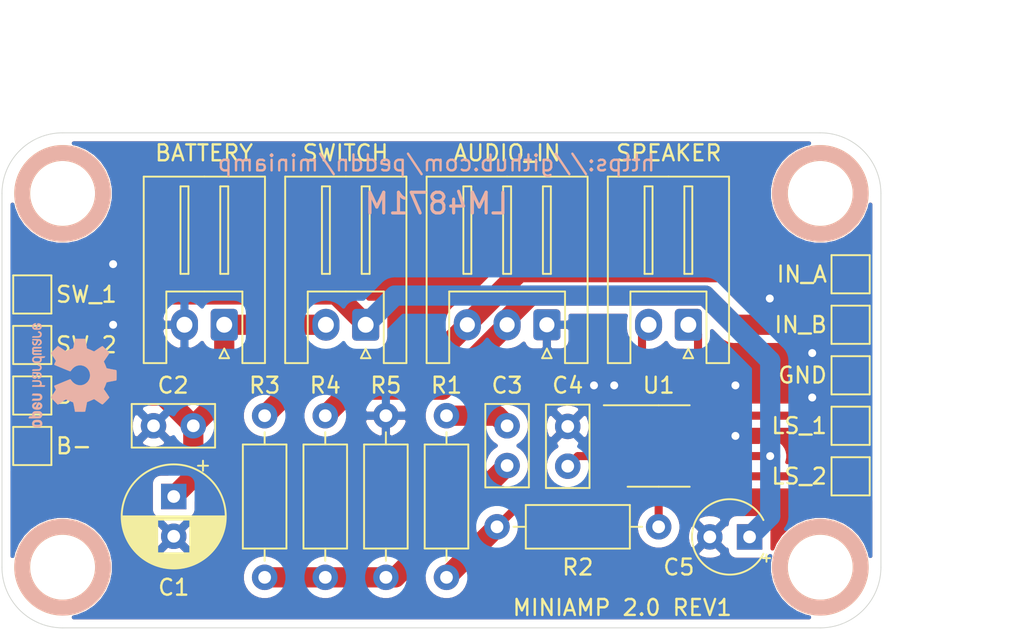
<source format=kicad_pcb>
(kicad_pcb (version 20171130) (host pcbnew "(5.1.6)-1")

  (general
    (thickness 1.6)
    (drawings 17)
    (tracks 73)
    (zones 0)
    (modules 29)
    (nets 12)
  )

  (page A4)
  (layers
    (0 F.Cu signal)
    (31 B.Cu signal)
    (32 B.Adhes user)
    (33 F.Adhes user)
    (34 B.Paste user)
    (35 F.Paste user)
    (36 B.SilkS user)
    (37 F.SilkS user)
    (38 B.Mask user)
    (39 F.Mask user)
    (40 Dwgs.User user)
    (41 Cmts.User user)
    (42 Eco1.User user)
    (43 Eco2.User user)
    (44 Edge.Cuts user)
    (45 Margin user)
    (46 B.CrtYd user)
    (47 F.CrtYd user)
    (48 B.Fab user hide)
    (49 F.Fab user hide)
  )

  (setup
    (last_trace_width 1.27)
    (user_trace_width 0.254)
    (user_trace_width 0.508)
    (user_trace_width 0.762)
    (user_trace_width 1.016)
    (user_trace_width 1.27)
    (user_trace_width 1.524)
    (user_trace_width 1.778)
    (user_trace_width 2.032)
    (user_trace_width 2.286)
    (user_trace_width 2.54)
    (trace_clearance 0.2)
    (zone_clearance 0.508)
    (zone_45_only no)
    (trace_min 0.2)
    (via_size 0.8)
    (via_drill 0.4)
    (via_min_size 0.4)
    (via_min_drill 0.3)
    (user_via 1 0.5)
    (uvia_size 0.3)
    (uvia_drill 0.1)
    (uvias_allowed no)
    (uvia_min_size 0.2)
    (uvia_min_drill 0.1)
    (edge_width 0.05)
    (segment_width 0.2)
    (pcb_text_width 0.3)
    (pcb_text_size 1.5 1.5)
    (mod_edge_width 0.12)
    (mod_text_size 1 1)
    (mod_text_width 0.15)
    (pad_size 2 2)
    (pad_drill 0)
    (pad_to_mask_clearance 0.05)
    (aux_axis_origin 0 0)
    (visible_elements 7FFFEFFF)
    (pcbplotparams
      (layerselection 0x010fc_ffffffff)
      (usegerberextensions false)
      (usegerberattributes true)
      (usegerberadvancedattributes true)
      (creategerberjobfile true)
      (excludeedgelayer true)
      (linewidth 0.100000)
      (plotframeref false)
      (viasonmask false)
      (mode 1)
      (useauxorigin false)
      (hpglpennumber 1)
      (hpglpenspeed 20)
      (hpglpendiameter 15.000000)
      (psnegative false)
      (psa4output false)
      (plotreference true)
      (plotvalue true)
      (plotinvisibletext false)
      (padsonsilk false)
      (subtractmaskfromsilk false)
      (outputformat 1)
      (mirror false)
      (drillshape 0)
      (scaleselection 1)
      (outputdirectory "gerber/"))
  )

  (net 0 "")
  (net 1 GND)
  (net 2 "Net-(BT1-Pad1)")
  (net 3 +BATT)
  (net 4 AUDIO_INPUT)
  (net 5 "Net-(C3-Pad1)")
  (net 6 "Net-(C4-Pad1)")
  (net 7 "Net-(LS1-Pad2)")
  (net 8 "Net-(LS1-Pad1)")
  (net 9 "Net-(R1-Pad1)")
  (net 10 "Net-(J1-Pad3)")
  (net 11 "Net-(J1-Pad2)")

  (net_class Default "This is the default net class."
    (clearance 0.2)
    (trace_width 0.25)
    (via_dia 0.8)
    (via_drill 0.4)
    (uvia_dia 0.3)
    (uvia_drill 0.1)
    (add_net +BATT)
    (add_net AUDIO_INPUT)
    (add_net GND)
    (add_net "Net-(BT1-Pad1)")
    (add_net "Net-(C3-Pad1)")
    (add_net "Net-(C4-Pad1)")
    (add_net "Net-(J1-Pad2)")
    (add_net "Net-(J1-Pad3)")
    (add_net "Net-(LS1-Pad1)")
    (add_net "Net-(LS1-Pad2)")
    (add_net "Net-(R1-Pad1)")
  )

  (module Connector_JST:JST_XH_S2B-XH-A_1x02_P2.50mm_Horizontal (layer F.Cu) (tedit 5C281475) (tstamp 5F3CA341)
    (at 79.335 38.1 180)
    (descr "JST XH series connector, S2B-XH-A (http://www.jst-mfg.com/product/pdf/eng/eXH.pdf), generated with kicad-footprint-generator")
    (tags "connector JST XH horizontal")
    (path /5F3C0F6D)
    (fp_text reference LS1 (at 1.23 6.985) (layer F.SilkS) hide
      (effects (font (size 1 1) (thickness 0.15)))
    )
    (fp_text value Speaker (at 1.25 10.4) (layer F.Fab)
      (effects (font (size 1 1) (thickness 0.15)))
    )
    (fp_line (start -2.95 -2.8) (end -2.95 9.7) (layer F.CrtYd) (width 0.05))
    (fp_line (start -2.95 9.7) (end 5.45 9.7) (layer F.CrtYd) (width 0.05))
    (fp_line (start 5.45 9.7) (end 5.45 -2.8) (layer F.CrtYd) (width 0.05))
    (fp_line (start 5.45 -2.8) (end -2.95 -2.8) (layer F.CrtYd) (width 0.05))
    (fp_line (start 1.25 9.31) (end -2.56 9.31) (layer F.SilkS) (width 0.12))
    (fp_line (start -2.56 9.31) (end -2.56 -2.41) (layer F.SilkS) (width 0.12))
    (fp_line (start -2.56 -2.41) (end -1.14 -2.41) (layer F.SilkS) (width 0.12))
    (fp_line (start -1.14 -2.41) (end -1.14 2.09) (layer F.SilkS) (width 0.12))
    (fp_line (start -1.14 2.09) (end 1.25 2.09) (layer F.SilkS) (width 0.12))
    (fp_line (start 1.25 9.31) (end 5.06 9.31) (layer F.SilkS) (width 0.12))
    (fp_line (start 5.06 9.31) (end 5.06 -2.41) (layer F.SilkS) (width 0.12))
    (fp_line (start 5.06 -2.41) (end 3.64 -2.41) (layer F.SilkS) (width 0.12))
    (fp_line (start 3.64 -2.41) (end 3.64 2.09) (layer F.SilkS) (width 0.12))
    (fp_line (start 3.64 2.09) (end 1.25 2.09) (layer F.SilkS) (width 0.12))
    (fp_line (start 1.25 9.2) (end -2.45 9.2) (layer F.Fab) (width 0.1))
    (fp_line (start -2.45 9.2) (end -2.45 -2.3) (layer F.Fab) (width 0.1))
    (fp_line (start -2.45 -2.3) (end -1.25 -2.3) (layer F.Fab) (width 0.1))
    (fp_line (start -1.25 -2.3) (end -1.25 2.2) (layer F.Fab) (width 0.1))
    (fp_line (start -1.25 2.2) (end 1.25 2.2) (layer F.Fab) (width 0.1))
    (fp_line (start 1.25 9.2) (end 4.95 9.2) (layer F.Fab) (width 0.1))
    (fp_line (start 4.95 9.2) (end 4.95 -2.3) (layer F.Fab) (width 0.1))
    (fp_line (start 4.95 -2.3) (end 3.75 -2.3) (layer F.Fab) (width 0.1))
    (fp_line (start 3.75 -2.3) (end 3.75 2.2) (layer F.Fab) (width 0.1))
    (fp_line (start 3.75 2.2) (end 1.25 2.2) (layer F.Fab) (width 0.1))
    (fp_line (start -0.25 3.2) (end -0.25 8.7) (layer F.SilkS) (width 0.12))
    (fp_line (start -0.25 8.7) (end 0.25 8.7) (layer F.SilkS) (width 0.12))
    (fp_line (start 0.25 8.7) (end 0.25 3.2) (layer F.SilkS) (width 0.12))
    (fp_line (start 0.25 3.2) (end -0.25 3.2) (layer F.SilkS) (width 0.12))
    (fp_line (start 2.25 3.2) (end 2.25 8.7) (layer F.SilkS) (width 0.12))
    (fp_line (start 2.25 8.7) (end 2.75 8.7) (layer F.SilkS) (width 0.12))
    (fp_line (start 2.75 8.7) (end 2.75 3.2) (layer F.SilkS) (width 0.12))
    (fp_line (start 2.75 3.2) (end 2.25 3.2) (layer F.SilkS) (width 0.12))
    (fp_line (start 0 -1.5) (end -0.3 -2.1) (layer F.SilkS) (width 0.12))
    (fp_line (start -0.3 -2.1) (end 0.3 -2.1) (layer F.SilkS) (width 0.12))
    (fp_line (start 0.3 -2.1) (end 0 -1.5) (layer F.SilkS) (width 0.12))
    (fp_line (start -0.625 2.2) (end 0 1.2) (layer F.Fab) (width 0.1))
    (fp_line (start 0 1.2) (end 0.625 2.2) (layer F.Fab) (width 0.1))
    (fp_text user %R (at 1.25 3.45) (layer F.Fab)
      (effects (font (size 1 1) (thickness 0.15)))
    )
    (pad 2 thru_hole oval (at 2.5 0 180) (size 1.7 2) (drill 1) (layers *.Cu *.Mask)
      (net 7 "Net-(LS1-Pad2)"))
    (pad 1 thru_hole roundrect (at 0 0 180) (size 1.7 2) (drill 1) (layers *.Cu *.Mask) (roundrect_rratio 0.147059)
      (net 8 "Net-(LS1-Pad1)"))
    (model ${KISYS3DMOD}/Connector_JST.3dshapes/JST_XH_S2B-XH-A_1x02_P2.50mm_Horizontal.wrl
      (at (xyz 0 0 0))
      (scale (xyz 1 1 1))
      (rotate (xyz 0 0 0))
    )
  )

  (module TestPoint:TestPoint_Pad_2.0x2.0mm (layer F.Cu) (tedit 5F3C291D) (tstamp 5F3C8686)
    (at 38.1 36.195)
    (descr "SMD rectangular pad as test Point, square 2.0mm side length")
    (tags "test point SMD pad rectangle square")
    (attr virtual)
    (fp_text reference SW_1 (at 1.397 0) (layer F.SilkS)
      (effects (font (size 1 1) (thickness 0.15)) (justify left))
    )
    (fp_text value TestPoint_Pad_2.0x2.0mm (at 0 2.05) (layer F.Fab)
      (effects (font (size 1 1) (thickness 0.15)))
    )
    (fp_line (start -1.2 -1.2) (end 1.2 -1.2) (layer F.SilkS) (width 0.12))
    (fp_line (start 1.2 -1.2) (end 1.2 1.2) (layer F.SilkS) (width 0.12))
    (fp_line (start 1.2 1.2) (end -1.2 1.2) (layer F.SilkS) (width 0.12))
    (fp_line (start -1.2 1.2) (end -1.2 -1.2) (layer F.SilkS) (width 0.12))
    (fp_line (start -1.5 -1.5) (end 1.5 -1.5) (layer F.CrtYd) (width 0.05))
    (fp_line (start -1.5 -1.5) (end -1.5 1.5) (layer F.CrtYd) (width 0.05))
    (fp_line (start 1.5 1.5) (end 1.5 -1.5) (layer F.CrtYd) (width 0.05))
    (fp_line (start 1.5 1.5) (end -1.5 1.5) (layer F.CrtYd) (width 0.05))
    (fp_text user %R (at 0 -2) (layer F.Fab)
      (effects (font (size 1 1) (thickness 0.15)))
    )
    (pad "" smd rect (at 0 0) (size 2 2) (layers F.Cu F.Mask)
      (net 3 +BATT))
  )

  (module TestPoint:TestPoint_Pad_2.0x2.0mm (layer F.Cu) (tedit 5F3C2908) (tstamp 5F3C8686)
    (at 38.1 39.37)
    (descr "SMD rectangular pad as test Point, square 2.0mm side length")
    (tags "test point SMD pad rectangle square")
    (attr virtual)
    (fp_text reference SW_2 (at 1.397 0) (layer F.SilkS)
      (effects (font (size 1 1) (thickness 0.15)) (justify left))
    )
    (fp_text value TestPoint_Pad_2.0x2.0mm (at 0 2.05) (layer F.Fab)
      (effects (font (size 1 1) (thickness 0.15)))
    )
    (fp_line (start -1.2 -1.2) (end 1.2 -1.2) (layer F.SilkS) (width 0.12))
    (fp_line (start 1.2 -1.2) (end 1.2 1.2) (layer F.SilkS) (width 0.12))
    (fp_line (start 1.2 1.2) (end -1.2 1.2) (layer F.SilkS) (width 0.12))
    (fp_line (start -1.2 1.2) (end -1.2 -1.2) (layer F.SilkS) (width 0.12))
    (fp_line (start -1.5 -1.5) (end 1.5 -1.5) (layer F.CrtYd) (width 0.05))
    (fp_line (start -1.5 -1.5) (end -1.5 1.5) (layer F.CrtYd) (width 0.05))
    (fp_line (start 1.5 1.5) (end 1.5 -1.5) (layer F.CrtYd) (width 0.05))
    (fp_line (start 1.5 1.5) (end -1.5 1.5) (layer F.CrtYd) (width 0.05))
    (fp_text user %R (at 0 -2) (layer F.Fab)
      (effects (font (size 1 1) (thickness 0.15)))
    )
    (pad "" smd rect (at 0 0) (size 2 2) (layers F.Cu F.Mask)
      (net 2 "Net-(BT1-Pad1)"))
  )

  (module TestPoint:TestPoint_Pad_2.0x2.0mm (layer F.Cu) (tedit 5F3C289A) (tstamp 5F3C8686)
    (at 38.1 42.545)
    (descr "SMD rectangular pad as test Point, square 2.0mm side length")
    (tags "test point SMD pad rectangle square")
    (attr virtual)
    (fp_text reference B+ (at 1.397 0) (layer F.SilkS)
      (effects (font (size 1 1) (thickness 0.15)) (justify left))
    )
    (fp_text value TestPoint_Pad_2.0x2.0mm (at 0 2.05) (layer F.Fab)
      (effects (font (size 1 1) (thickness 0.15)))
    )
    (fp_line (start -1.2 -1.2) (end 1.2 -1.2) (layer F.SilkS) (width 0.12))
    (fp_line (start 1.2 -1.2) (end 1.2 1.2) (layer F.SilkS) (width 0.12))
    (fp_line (start 1.2 1.2) (end -1.2 1.2) (layer F.SilkS) (width 0.12))
    (fp_line (start -1.2 1.2) (end -1.2 -1.2) (layer F.SilkS) (width 0.12))
    (fp_line (start -1.5 -1.5) (end 1.5 -1.5) (layer F.CrtYd) (width 0.05))
    (fp_line (start -1.5 -1.5) (end -1.5 1.5) (layer F.CrtYd) (width 0.05))
    (fp_line (start 1.5 1.5) (end 1.5 -1.5) (layer F.CrtYd) (width 0.05))
    (fp_line (start 1.5 1.5) (end -1.5 1.5) (layer F.CrtYd) (width 0.05))
    (fp_text user %R (at 0 -2) (layer F.Fab)
      (effects (font (size 1 1) (thickness 0.15)))
    )
    (pad "" smd rect (at 0 0) (size 2 2) (layers F.Cu F.Mask)
      (net 2 "Net-(BT1-Pad1)"))
  )

  (module TestPoint:TestPoint_Pad_2.0x2.0mm (layer F.Cu) (tedit 5F3C287C) (tstamp 5F3CC874)
    (at 38.1 45.72)
    (descr "SMD rectangular pad as test Point, square 2.0mm side length")
    (tags "test point SMD pad rectangle square")
    (attr virtual)
    (fp_text reference B- (at 1.397 0) (layer F.SilkS)
      (effects (font (size 1 1) (thickness 0.15)) (justify left))
    )
    (fp_text value TestPoint_Pad_2.0x2.0mm (at 0 2.05) (layer F.Fab)
      (effects (font (size 1 1) (thickness 0.15)))
    )
    (fp_line (start -1.2 -1.2) (end 1.2 -1.2) (layer F.SilkS) (width 0.12))
    (fp_line (start 1.2 -1.2) (end 1.2 1.2) (layer F.SilkS) (width 0.12))
    (fp_line (start 1.2 1.2) (end -1.2 1.2) (layer F.SilkS) (width 0.12))
    (fp_line (start -1.2 1.2) (end -1.2 -1.2) (layer F.SilkS) (width 0.12))
    (fp_line (start -1.5 -1.5) (end 1.5 -1.5) (layer F.CrtYd) (width 0.05))
    (fp_line (start -1.5 -1.5) (end -1.5 1.5) (layer F.CrtYd) (width 0.05))
    (fp_line (start 1.5 1.5) (end 1.5 -1.5) (layer F.CrtYd) (width 0.05))
    (fp_line (start 1.5 1.5) (end -1.5 1.5) (layer F.CrtYd) (width 0.05))
    (fp_text user %R (at 0 -2) (layer F.Fab)
      (effects (font (size 1 1) (thickness 0.15)))
    )
    (pad "" smd rect (at 0 0) (size 2 2) (layers F.Cu F.Mask)
      (net 1 GND))
  )

  (module TestPoint:TestPoint_Pad_2.0x2.0mm (layer F.Cu) (tedit 5F3C2731) (tstamp 5F3C8686)
    (at 89.535 34.925)
    (descr "SMD rectangular pad as test Point, square 2.0mm side length")
    (tags "test point SMD pad rectangle square")
    (attr virtual)
    (fp_text reference IN_A (at -1.397 0) (layer F.SilkS)
      (effects (font (size 1 1) (thickness 0.15)) (justify right))
    )
    (fp_text value TestPoint_Pad_2.0x2.0mm (at 0 2.05) (layer F.Fab)
      (effects (font (size 1 1) (thickness 0.15)))
    )
    (fp_line (start -1.2 -1.2) (end 1.2 -1.2) (layer F.SilkS) (width 0.12))
    (fp_line (start 1.2 -1.2) (end 1.2 1.2) (layer F.SilkS) (width 0.12))
    (fp_line (start 1.2 1.2) (end -1.2 1.2) (layer F.SilkS) (width 0.12))
    (fp_line (start -1.2 1.2) (end -1.2 -1.2) (layer F.SilkS) (width 0.12))
    (fp_line (start -1.5 -1.5) (end 1.5 -1.5) (layer F.CrtYd) (width 0.05))
    (fp_line (start -1.5 -1.5) (end -1.5 1.5) (layer F.CrtYd) (width 0.05))
    (fp_line (start 1.5 1.5) (end 1.5 -1.5) (layer F.CrtYd) (width 0.05))
    (fp_line (start 1.5 1.5) (end -1.5 1.5) (layer F.CrtYd) (width 0.05))
    (fp_text user %R (at 0 -2) (layer F.Fab)
      (effects (font (size 1 1) (thickness 0.15)))
    )
    (pad "" smd rect (at 0 0) (size 2 2) (layers F.Cu F.Mask)
      (net 10 "Net-(J1-Pad3)"))
  )

  (module TestPoint:TestPoint_Pad_2.0x2.0mm (layer F.Cu) (tedit 5F3C271A) (tstamp 5F3C8686)
    (at 89.535 38.1)
    (descr "SMD rectangular pad as test Point, square 2.0mm side length")
    (tags "test point SMD pad rectangle square")
    (attr virtual)
    (fp_text reference IN_B (at -1.397 0) (layer F.SilkS)
      (effects (font (size 1 1) (thickness 0.15)) (justify right))
    )
    (fp_text value TestPoint_Pad_2.0x2.0mm (at 0 2.05) (layer F.Fab)
      (effects (font (size 1 1) (thickness 0.15)))
    )
    (fp_line (start -1.2 -1.2) (end 1.2 -1.2) (layer F.SilkS) (width 0.12))
    (fp_line (start 1.2 -1.2) (end 1.2 1.2) (layer F.SilkS) (width 0.12))
    (fp_line (start 1.2 1.2) (end -1.2 1.2) (layer F.SilkS) (width 0.12))
    (fp_line (start -1.2 1.2) (end -1.2 -1.2) (layer F.SilkS) (width 0.12))
    (fp_line (start -1.5 -1.5) (end 1.5 -1.5) (layer F.CrtYd) (width 0.05))
    (fp_line (start -1.5 -1.5) (end -1.5 1.5) (layer F.CrtYd) (width 0.05))
    (fp_line (start 1.5 1.5) (end 1.5 -1.5) (layer F.CrtYd) (width 0.05))
    (fp_line (start 1.5 1.5) (end -1.5 1.5) (layer F.CrtYd) (width 0.05))
    (fp_text user %R (at 0 -2) (layer F.Fab)
      (effects (font (size 1 1) (thickness 0.15)))
    )
    (pad "" smd rect (at 0 0) (size 2 2) (layers F.Cu F.Mask)
      (net 11 "Net-(J1-Pad2)"))
  )

  (module TestPoint:TestPoint_Pad_2.0x2.0mm (layer F.Cu) (tedit 5F3C24DF) (tstamp 5F3C8686)
    (at 89.535 41.275)
    (descr "SMD rectangular pad as test Point, square 2.0mm side length")
    (tags "test point SMD pad rectangle square")
    (attr virtual)
    (fp_text reference GND (at -1.397 0) (layer F.SilkS)
      (effects (font (size 1 1) (thickness 0.15)) (justify right))
    )
    (fp_text value TestPoint_Pad_2.0x2.0mm (at 0 2.05) (layer F.Fab)
      (effects (font (size 1 1) (thickness 0.15)))
    )
    (fp_line (start -1.2 -1.2) (end 1.2 -1.2) (layer F.SilkS) (width 0.12))
    (fp_line (start 1.2 -1.2) (end 1.2 1.2) (layer F.SilkS) (width 0.12))
    (fp_line (start 1.2 1.2) (end -1.2 1.2) (layer F.SilkS) (width 0.12))
    (fp_line (start -1.2 1.2) (end -1.2 -1.2) (layer F.SilkS) (width 0.12))
    (fp_line (start -1.5 -1.5) (end 1.5 -1.5) (layer F.CrtYd) (width 0.05))
    (fp_line (start -1.5 -1.5) (end -1.5 1.5) (layer F.CrtYd) (width 0.05))
    (fp_line (start 1.5 1.5) (end 1.5 -1.5) (layer F.CrtYd) (width 0.05))
    (fp_line (start 1.5 1.5) (end -1.5 1.5) (layer F.CrtYd) (width 0.05))
    (fp_text user %R (at 0 -2) (layer F.Fab)
      (effects (font (size 1 1) (thickness 0.15)))
    )
    (pad "" smd rect (at 0 0) (size 2 2) (layers F.Cu F.Mask)
      (net 1 GND))
  )

  (module TestPoint:TestPoint_Pad_2.0x2.0mm (layer F.Cu) (tedit 5F3C2386) (tstamp 5F3C8686)
    (at 89.535 47.625)
    (descr "SMD rectangular pad as test Point, square 2.0mm side length")
    (tags "test point SMD pad rectangle square")
    (attr virtual)
    (fp_text reference LS_2 (at -1.397 0) (layer F.SilkS)
      (effects (font (size 1 1) (thickness 0.15)) (justify right))
    )
    (fp_text value TestPoint_Pad_2.0x2.0mm (at 0 2.05) (layer F.Fab)
      (effects (font (size 1 1) (thickness 0.15)))
    )
    (fp_line (start -1.2 -1.2) (end 1.2 -1.2) (layer F.SilkS) (width 0.12))
    (fp_line (start 1.2 -1.2) (end 1.2 1.2) (layer F.SilkS) (width 0.12))
    (fp_line (start 1.2 1.2) (end -1.2 1.2) (layer F.SilkS) (width 0.12))
    (fp_line (start -1.2 1.2) (end -1.2 -1.2) (layer F.SilkS) (width 0.12))
    (fp_line (start -1.5 -1.5) (end 1.5 -1.5) (layer F.CrtYd) (width 0.05))
    (fp_line (start -1.5 -1.5) (end -1.5 1.5) (layer F.CrtYd) (width 0.05))
    (fp_line (start 1.5 1.5) (end 1.5 -1.5) (layer F.CrtYd) (width 0.05))
    (fp_line (start 1.5 1.5) (end -1.5 1.5) (layer F.CrtYd) (width 0.05))
    (fp_text user %R (at 0 -2) (layer F.Fab)
      (effects (font (size 1 1) (thickness 0.15)))
    )
    (pad "" smd rect (at 0 0) (size 2 2) (layers F.Cu F.Mask)
      (net 7 "Net-(LS1-Pad2)"))
  )

  (module TestPoint:TestPoint_Pad_2.0x2.0mm (layer F.Cu) (tedit 5F3C2369) (tstamp 5F3C8581)
    (at 89.535 44.45)
    (descr "SMD rectangular pad as test Point, square 2.0mm side length")
    (tags "test point SMD pad rectangle square")
    (attr virtual)
    (fp_text reference LS_1 (at -1.397 0) (layer F.SilkS)
      (effects (font (size 1 1) (thickness 0.15)) (justify right))
    )
    (fp_text value TestPoint_Pad_2.0x2.0mm (at 0 2.05) (layer F.Fab)
      (effects (font (size 1 1) (thickness 0.15)))
    )
    (fp_text user %R (at 0 -2) (layer F.Fab)
      (effects (font (size 1 1) (thickness 0.15)))
    )
    (fp_line (start -1.2 -1.2) (end 1.2 -1.2) (layer F.SilkS) (width 0.12))
    (fp_line (start 1.2 -1.2) (end 1.2 1.2) (layer F.SilkS) (width 0.12))
    (fp_line (start 1.2 1.2) (end -1.2 1.2) (layer F.SilkS) (width 0.12))
    (fp_line (start -1.2 1.2) (end -1.2 -1.2) (layer F.SilkS) (width 0.12))
    (fp_line (start -1.5 -1.5) (end 1.5 -1.5) (layer F.CrtYd) (width 0.05))
    (fp_line (start -1.5 -1.5) (end -1.5 1.5) (layer F.CrtYd) (width 0.05))
    (fp_line (start 1.5 1.5) (end 1.5 -1.5) (layer F.CrtYd) (width 0.05))
    (fp_line (start 1.5 1.5) (end -1.5 1.5) (layer F.CrtYd) (width 0.05))
    (pad "" smd rect (at 0 0) (size 2 2) (layers F.Cu F.Mask)
      (net 8 "Net-(LS1-Pad1)"))
  )

  (module Connector_JST:JST_XH_S2B-XH-A_1x02_P2.50mm_Horizontal (layer F.Cu) (tedit 5C281475) (tstamp 5F3C4393)
    (at 50.165 38.1 180)
    (descr "JST XH series connector, S2B-XH-A (http://www.jst-mfg.com/product/pdf/eng/eXH.pdf), generated with kicad-footprint-generator")
    (tags "connector JST XH horizontal")
    (path /5F3B310D)
    (fp_text reference BT1 (at 1.27 6.985) (layer F.SilkS) hide
      (effects (font (size 1 1) (thickness 0.15)))
    )
    (fp_text value Battery (at 1.25 10.4) (layer F.Fab) hide
      (effects (font (size 1 1) (thickness 0.15)))
    )
    (fp_line (start -2.95 -2.8) (end -2.95 9.7) (layer F.CrtYd) (width 0.05))
    (fp_line (start -2.95 9.7) (end 5.45 9.7) (layer F.CrtYd) (width 0.05))
    (fp_line (start 5.45 9.7) (end 5.45 -2.8) (layer F.CrtYd) (width 0.05))
    (fp_line (start 5.45 -2.8) (end -2.95 -2.8) (layer F.CrtYd) (width 0.05))
    (fp_line (start 1.25 9.31) (end -2.56 9.31) (layer F.SilkS) (width 0.12))
    (fp_line (start -2.56 9.31) (end -2.56 -2.41) (layer F.SilkS) (width 0.12))
    (fp_line (start -2.56 -2.41) (end -1.14 -2.41) (layer F.SilkS) (width 0.12))
    (fp_line (start -1.14 -2.41) (end -1.14 2.09) (layer F.SilkS) (width 0.12))
    (fp_line (start -1.14 2.09) (end 1.25 2.09) (layer F.SilkS) (width 0.12))
    (fp_line (start 1.25 9.31) (end 5.06 9.31) (layer F.SilkS) (width 0.12))
    (fp_line (start 5.06 9.31) (end 5.06 -2.41) (layer F.SilkS) (width 0.12))
    (fp_line (start 5.06 -2.41) (end 3.64 -2.41) (layer F.SilkS) (width 0.12))
    (fp_line (start 3.64 -2.41) (end 3.64 2.09) (layer F.SilkS) (width 0.12))
    (fp_line (start 3.64 2.09) (end 1.25 2.09) (layer F.SilkS) (width 0.12))
    (fp_line (start 1.25 9.2) (end -2.45 9.2) (layer F.Fab) (width 0.1))
    (fp_line (start -2.45 9.2) (end -2.45 -2.3) (layer F.Fab) (width 0.1))
    (fp_line (start -2.45 -2.3) (end -1.25 -2.3) (layer F.Fab) (width 0.1))
    (fp_line (start -1.25 -2.3) (end -1.25 2.2) (layer F.Fab) (width 0.1))
    (fp_line (start -1.25 2.2) (end 1.25 2.2) (layer F.Fab) (width 0.1))
    (fp_line (start 1.25 9.2) (end 4.95 9.2) (layer F.Fab) (width 0.1))
    (fp_line (start 4.95 9.2) (end 4.95 -2.3) (layer F.Fab) (width 0.1))
    (fp_line (start 4.95 -2.3) (end 3.75 -2.3) (layer F.Fab) (width 0.1))
    (fp_line (start 3.75 -2.3) (end 3.75 2.2) (layer F.Fab) (width 0.1))
    (fp_line (start 3.75 2.2) (end 1.25 2.2) (layer F.Fab) (width 0.1))
    (fp_line (start -0.25 3.2) (end -0.25 8.7) (layer F.SilkS) (width 0.12))
    (fp_line (start -0.25 8.7) (end 0.25 8.7) (layer F.SilkS) (width 0.12))
    (fp_line (start 0.25 8.7) (end 0.25 3.2) (layer F.SilkS) (width 0.12))
    (fp_line (start 0.25 3.2) (end -0.25 3.2) (layer F.SilkS) (width 0.12))
    (fp_line (start 2.25 3.2) (end 2.25 8.7) (layer F.SilkS) (width 0.12))
    (fp_line (start 2.25 8.7) (end 2.75 8.7) (layer F.SilkS) (width 0.12))
    (fp_line (start 2.75 8.7) (end 2.75 3.2) (layer F.SilkS) (width 0.12))
    (fp_line (start 2.75 3.2) (end 2.25 3.2) (layer F.SilkS) (width 0.12))
    (fp_line (start 0 -1.5) (end -0.3 -2.1) (layer F.SilkS) (width 0.12))
    (fp_line (start -0.3 -2.1) (end 0.3 -2.1) (layer F.SilkS) (width 0.12))
    (fp_line (start 0.3 -2.1) (end 0 -1.5) (layer F.SilkS) (width 0.12))
    (fp_line (start -0.625 2.2) (end 0 1.2) (layer F.Fab) (width 0.1))
    (fp_line (start 0 1.2) (end 0.625 2.2) (layer F.Fab) (width 0.1))
    (fp_text user %R (at 1.25 3.45) (layer F.Fab) hide
      (effects (font (size 1 1) (thickness 0.15)))
    )
    (pad 2 thru_hole oval (at 2.5 0 180) (size 1.7 2) (drill 1) (layers *.Cu *.Mask)
      (net 1 GND))
    (pad 1 thru_hole roundrect (at 0 0 180) (size 1.7 2) (drill 1) (layers *.Cu *.Mask) (roundrect_rratio 0.147059)
      (net 2 "Net-(BT1-Pad1)"))
    (model ${KISYS3DMOD}/Connector_JST.3dshapes/JST_XH_S2B-XH-A_1x02_P2.50mm_Horizontal.wrl
      (at (xyz 0 0 0))
      (scale (xyz 1 1 1))
      (rotate (xyz 0 0 0))
    )
  )

  (module Symbol:OSHW-Logo2_7.3x6mm_SilkScreen (layer B.Cu) (tedit 0) (tstamp 5F3CA411)
    (at 40.64 41.275 90)
    (descr "Open Source Hardware Symbol")
    (tags "Logo Symbol OSHW")
    (attr virtual)
    (fp_text reference REF** (at 0 0 90) (layer B.Fab) hide
      (effects (font (size 1 1) (thickness 0.15)) (justify mirror))
    )
    (fp_text value OSHW-Logo2_7.3x6mm_SilkScreen (at 0.75 0 90) (layer B.Fab) hide
      (effects (font (size 1 1) (thickness 0.15)) (justify mirror))
    )
    (fp_poly (pts (xy 0.10391 2.757652) (xy 0.182454 2.757222) (xy 0.239298 2.756058) (xy 0.278105 2.753793)
      (xy 0.302538 2.75006) (xy 0.316262 2.744494) (xy 0.32294 2.736727) (xy 0.326236 2.726395)
      (xy 0.326556 2.725057) (xy 0.331562 2.700921) (xy 0.340829 2.653299) (xy 0.353392 2.587259)
      (xy 0.368287 2.507872) (xy 0.384551 2.420204) (xy 0.385119 2.417125) (xy 0.40141 2.331211)
      (xy 0.416652 2.255304) (xy 0.429861 2.193955) (xy 0.440054 2.151718) (xy 0.446248 2.133145)
      (xy 0.446543 2.132816) (xy 0.464788 2.123747) (xy 0.502405 2.108633) (xy 0.551271 2.090738)
      (xy 0.551543 2.090642) (xy 0.613093 2.067507) (xy 0.685657 2.038035) (xy 0.754057 2.008403)
      (xy 0.757294 2.006938) (xy 0.868702 1.956374) (xy 1.115399 2.12484) (xy 1.191077 2.176197)
      (xy 1.259631 2.222111) (xy 1.317088 2.25997) (xy 1.359476 2.287163) (xy 1.382825 2.301079)
      (xy 1.385042 2.302111) (xy 1.40201 2.297516) (xy 1.433701 2.275345) (xy 1.481352 2.234553)
      (xy 1.546198 2.174095) (xy 1.612397 2.109773) (xy 1.676214 2.046388) (xy 1.733329 1.988549)
      (xy 1.780305 1.939825) (xy 1.813703 1.90379) (xy 1.830085 1.884016) (xy 1.830694 1.882998)
      (xy 1.832505 1.869428) (xy 1.825683 1.847267) (xy 1.80854 1.813522) (xy 1.779393 1.7652)
      (xy 1.736555 1.699308) (xy 1.679448 1.614483) (xy 1.628766 1.539823) (xy 1.583461 1.47286)
      (xy 1.54615 1.417484) (xy 1.519452 1.37758) (xy 1.505985 1.357038) (xy 1.505137 1.355644)
      (xy 1.506781 1.335962) (xy 1.519245 1.297707) (xy 1.540048 1.248111) (xy 1.547462 1.232272)
      (xy 1.579814 1.16171) (xy 1.614328 1.081647) (xy 1.642365 1.012371) (xy 1.662568 0.960955)
      (xy 1.678615 0.921881) (xy 1.687888 0.901459) (xy 1.689041 0.899886) (xy 1.706096 0.897279)
      (xy 1.746298 0.890137) (xy 1.804302 0.879477) (xy 1.874763 0.866315) (xy 1.952335 0.851667)
      (xy 2.031672 0.836551) (xy 2.107431 0.821982) (xy 2.174264 0.808978) (xy 2.226828 0.798555)
      (xy 2.259776 0.79173) (xy 2.267857 0.789801) (xy 2.276205 0.785038) (xy 2.282506 0.774282)
      (xy 2.287045 0.753902) (xy 2.290104 0.720266) (xy 2.291967 0.669745) (xy 2.292918 0.598708)
      (xy 2.29324 0.503524) (xy 2.293257 0.464508) (xy 2.293257 0.147201) (xy 2.217057 0.132161)
      (xy 2.174663 0.124005) (xy 2.1114 0.112101) (xy 2.034962 0.097884) (xy 1.953043 0.08279)
      (xy 1.9304 0.078645) (xy 1.854806 0.063947) (xy 1.788953 0.049495) (xy 1.738366 0.036625)
      (xy 1.708574 0.026678) (xy 1.703612 0.023713) (xy 1.691426 0.002717) (xy 1.673953 -0.037967)
      (xy 1.654577 -0.090322) (xy 1.650734 -0.1016) (xy 1.625339 -0.171523) (xy 1.593817 -0.250418)
      (xy 1.562969 -0.321266) (xy 1.562817 -0.321595) (xy 1.511447 -0.432733) (xy 1.680399 -0.681253)
      (xy 1.849352 -0.929772) (xy 1.632429 -1.147058) (xy 1.566819 -1.211726) (xy 1.506979 -1.268733)
      (xy 1.456267 -1.315033) (xy 1.418046 -1.347584) (xy 1.395675 -1.363343) (xy 1.392466 -1.364343)
      (xy 1.373626 -1.356469) (xy 1.33518 -1.334578) (xy 1.28133 -1.301267) (xy 1.216276 -1.259131)
      (xy 1.14594 -1.211943) (xy 1.074555 -1.16381) (xy 1.010908 -1.121928) (xy 0.959041 -1.088871)
      (xy 0.922995 -1.067218) (xy 0.906867 -1.059543) (xy 0.887189 -1.066037) (xy 0.849875 -1.08315)
      (xy 0.802621 -1.107326) (xy 0.797612 -1.110013) (xy 0.733977 -1.141927) (xy 0.690341 -1.157579)
      (xy 0.663202 -1.157745) (xy 0.649057 -1.143204) (xy 0.648975 -1.143) (xy 0.641905 -1.125779)
      (xy 0.625042 -1.084899) (xy 0.599695 -1.023525) (xy 0.567171 -0.944819) (xy 0.528778 -0.851947)
      (xy 0.485822 -0.748072) (xy 0.444222 -0.647502) (xy 0.398504 -0.536516) (xy 0.356526 -0.433703)
      (xy 0.319548 -0.342215) (xy 0.288827 -0.265201) (xy 0.265622 -0.205815) (xy 0.25119 -0.167209)
      (xy 0.246743 -0.1528) (xy 0.257896 -0.136272) (xy 0.287069 -0.10993) (xy 0.325971 -0.080887)
      (xy 0.436757 0.010961) (xy 0.523351 0.116241) (xy 0.584716 0.232734) (xy 0.619815 0.358224)
      (xy 0.627608 0.490493) (xy 0.621943 0.551543) (xy 0.591078 0.678205) (xy 0.53792 0.790059)
      (xy 0.465767 0.885999) (xy 0.377917 0.964924) (xy 0.277665 1.02573) (xy 0.16831 1.067313)
      (xy 0.053147 1.088572) (xy -0.064525 1.088401) (xy -0.18141 1.065699) (xy -0.294211 1.019362)
      (xy -0.399631 0.948287) (xy -0.443632 0.908089) (xy -0.528021 0.804871) (xy -0.586778 0.692075)
      (xy -0.620296 0.57299) (xy -0.628965 0.450905) (xy -0.613177 0.329107) (xy -0.573322 0.210884)
      (xy -0.509793 0.099525) (xy -0.422979 -0.001684) (xy -0.325971 -0.080887) (xy -0.285563 -0.111162)
      (xy -0.257018 -0.137219) (xy -0.246743 -0.152825) (xy -0.252123 -0.169843) (xy -0.267425 -0.2105)
      (xy -0.291388 -0.271642) (xy -0.322756 -0.350119) (xy -0.360268 -0.44278) (xy -0.402667 -0.546472)
      (xy -0.444337 -0.647526) (xy -0.49031 -0.758607) (xy -0.532893 -0.861541) (xy -0.570779 -0.953165)
      (xy -0.60266 -1.030316) (xy -0.627229 -1.089831) (xy -0.64318 -1.128544) (xy -0.64909 -1.143)
      (xy -0.663052 -1.157685) (xy -0.69006 -1.157642) (xy -0.733587 -1.142099) (xy -0.79711 -1.110284)
      (xy -0.797612 -1.110013) (xy -0.84544 -1.085323) (xy -0.884103 -1.067338) (xy -0.905905 -1.059614)
      (xy -0.906867 -1.059543) (xy -0.923279 -1.067378) (xy -0.959513 -1.089165) (xy -1.011526 -1.122328)
      (xy -1.075275 -1.164291) (xy -1.14594 -1.211943) (xy -1.217884 -1.260191) (xy -1.282726 -1.302151)
      (xy -1.336265 -1.335227) (xy -1.374303 -1.356821) (xy -1.392467 -1.364343) (xy -1.409192 -1.354457)
      (xy -1.44282 -1.326826) (xy -1.48999 -1.284495) (xy -1.547342 -1.230505) (xy -1.611516 -1.167899)
      (xy -1.632503 -1.146983) (xy -1.849501 -0.929623) (xy -1.684332 -0.68722) (xy -1.634136 -0.612781)
      (xy -1.590081 -0.545972) (xy -1.554638 -0.490665) (xy -1.530281 -0.450729) (xy -1.519478 -0.430036)
      (xy -1.519162 -0.428563) (xy -1.524857 -0.409058) (xy -1.540174 -0.369822) (xy -1.562463 -0.31743)
      (xy -1.578107 -0.282355) (xy -1.607359 -0.215201) (xy -1.634906 -0.147358) (xy -1.656263 -0.090034)
      (xy -1.662065 -0.072572) (xy -1.678548 -0.025938) (xy -1.69466 0.010095) (xy -1.70351 0.023713)
      (xy -1.72304 0.032048) (xy -1.765666 0.043863) (xy -1.825855 0.057819) (xy -1.898078 0.072578)
      (xy -1.9304 0.078645) (xy -2.012478 0.093727) (xy -2.091205 0.108331) (xy -2.158891 0.12102)
      (xy -2.20784 0.130358) (xy -2.217057 0.132161) (xy -2.293257 0.147201) (xy -2.293257 0.464508)
      (xy -2.293086 0.568846) (xy -2.292384 0.647787) (xy -2.290866 0.704962) (xy -2.288251 0.744001)
      (xy -2.284254 0.768535) (xy -2.278591 0.782195) (xy -2.27098 0.788611) (xy -2.267857 0.789801)
      (xy -2.249022 0.79402) (xy -2.207412 0.802438) (xy -2.14837 0.814039) (xy -2.077243 0.827805)
      (xy -1.999375 0.84272) (xy -1.920113 0.857768) (xy -1.844802 0.871931) (xy -1.778787 0.884194)
      (xy -1.727413 0.893539) (xy -1.696025 0.89895) (xy -1.689041 0.899886) (xy -1.682715 0.912404)
      (xy -1.66871 0.945754) (xy -1.649645 0.993623) (xy -1.642366 1.012371) (xy -1.613004 1.084805)
      (xy -1.578429 1.16483) (xy -1.547463 1.232272) (xy -1.524677 1.283841) (xy -1.509518 1.326215)
      (xy -1.504458 1.352166) (xy -1.505264 1.355644) (xy -1.515959 1.372064) (xy -1.54038 1.408583)
      (xy -1.575905 1.461313) (xy -1.619913 1.526365) (xy -1.669783 1.599849) (xy -1.679644 1.614355)
      (xy -1.737508 1.700296) (xy -1.780044 1.765739) (xy -1.808946 1.813696) (xy -1.82591 1.84718)
      (xy -1.832633 1.869205) (xy -1.83081 1.882783) (xy -1.830764 1.882869) (xy -1.816414 1.900703)
      (xy -1.784677 1.935183) (xy -1.73899 1.982732) (xy -1.682796 2.039778) (xy -1.619532 2.102745)
      (xy -1.612398 2.109773) (xy -1.53267 2.18698) (xy -1.471143 2.24367) (xy -1.426579 2.28089)
      (xy -1.397743 2.299685) (xy -1.385042 2.302111) (xy -1.366506 2.291529) (xy -1.328039 2.267084)
      (xy -1.273614 2.231388) (xy -1.207202 2.187053) (xy -1.132775 2.136689) (xy -1.115399 2.12484)
      (xy -0.868703 1.956374) (xy -0.757294 2.006938) (xy -0.689543 2.036405) (xy -0.616817 2.066041)
      (xy -0.554297 2.08967) (xy -0.551543 2.090642) (xy -0.50264 2.108543) (xy -0.464943 2.12368)
      (xy -0.446575 2.13279) (xy -0.446544 2.132816) (xy -0.440715 2.149283) (xy -0.430808 2.189781)
      (xy -0.417805 2.249758) (xy -0.402691 2.32466) (xy -0.386448 2.409936) (xy -0.385119 2.417125)
      (xy -0.368825 2.504986) (xy -0.353867 2.58474) (xy -0.341209 2.651319) (xy -0.331814 2.699653)
      (xy -0.326646 2.724675) (xy -0.326556 2.725057) (xy -0.323411 2.735701) (xy -0.317296 2.743738)
      (xy -0.304547 2.749533) (xy -0.2815 2.753453) (xy -0.244491 2.755865) (xy -0.189856 2.757135)
      (xy -0.113933 2.757629) (xy -0.013056 2.757714) (xy 0 2.757714) (xy 0.10391 2.757652)) (layer B.SilkS) (width 0.01))
    (fp_poly (pts (xy 3.153595 -1.966966) (xy 3.211021 -2.004497) (xy 3.238719 -2.038096) (xy 3.260662 -2.099064)
      (xy 3.262405 -2.147308) (xy 3.258457 -2.211816) (xy 3.109686 -2.276934) (xy 3.037349 -2.310202)
      (xy 2.990084 -2.336964) (xy 2.965507 -2.360144) (xy 2.961237 -2.382667) (xy 2.974889 -2.407455)
      (xy 2.989943 -2.423886) (xy 3.033746 -2.450235) (xy 3.081389 -2.452081) (xy 3.125145 -2.431546)
      (xy 3.157289 -2.390752) (xy 3.163038 -2.376347) (xy 3.190576 -2.331356) (xy 3.222258 -2.312182)
      (xy 3.265714 -2.295779) (xy 3.265714 -2.357966) (xy 3.261872 -2.400283) (xy 3.246823 -2.435969)
      (xy 3.21528 -2.476943) (xy 3.210592 -2.482267) (xy 3.175506 -2.51872) (xy 3.145347 -2.538283)
      (xy 3.107615 -2.547283) (xy 3.076335 -2.55023) (xy 3.020385 -2.550965) (xy 2.980555 -2.54166)
      (xy 2.955708 -2.527846) (xy 2.916656 -2.497467) (xy 2.889625 -2.464613) (xy 2.872517 -2.423294)
      (xy 2.863238 -2.367521) (xy 2.859693 -2.291305) (xy 2.85941 -2.252622) (xy 2.860372 -2.206247)
      (xy 2.948007 -2.206247) (xy 2.949023 -2.231126) (xy 2.951556 -2.2352) (xy 2.968274 -2.229665)
      (xy 3.004249 -2.215017) (xy 3.052331 -2.19419) (xy 3.062386 -2.189714) (xy 3.123152 -2.158814)
      (xy 3.156632 -2.131657) (xy 3.16399 -2.10622) (xy 3.146391 -2.080481) (xy 3.131856 -2.069109)
      (xy 3.07941 -2.046364) (xy 3.030322 -2.050122) (xy 2.989227 -2.077884) (xy 2.960758 -2.127152)
      (xy 2.951631 -2.166257) (xy 2.948007 -2.206247) (xy 2.860372 -2.206247) (xy 2.861285 -2.162249)
      (xy 2.868196 -2.095384) (xy 2.881884 -2.046695) (xy 2.904096 -2.010849) (xy 2.936574 -1.982513)
      (xy 2.950733 -1.973355) (xy 3.015053 -1.949507) (xy 3.085473 -1.948006) (xy 3.153595 -1.966966)) (layer B.SilkS) (width 0.01))
    (fp_poly (pts (xy 2.6526 -1.958752) (xy 2.669948 -1.966334) (xy 2.711356 -1.999128) (xy 2.746765 -2.046547)
      (xy 2.768664 -2.097151) (xy 2.772229 -2.122098) (xy 2.760279 -2.156927) (xy 2.734067 -2.175357)
      (xy 2.705964 -2.186516) (xy 2.693095 -2.188572) (xy 2.686829 -2.173649) (xy 2.674456 -2.141175)
      (xy 2.669028 -2.126502) (xy 2.63859 -2.075744) (xy 2.59452 -2.050427) (xy 2.53801 -2.051206)
      (xy 2.533825 -2.052203) (xy 2.503655 -2.066507) (xy 2.481476 -2.094393) (xy 2.466327 -2.139287)
      (xy 2.45725 -2.204615) (xy 2.453286 -2.293804) (xy 2.452914 -2.341261) (xy 2.45273 -2.416071)
      (xy 2.451522 -2.467069) (xy 2.448309 -2.499471) (xy 2.442109 -2.518495) (xy 2.43194 -2.529356)
      (xy 2.416819 -2.537272) (xy 2.415946 -2.53767) (xy 2.386828 -2.549981) (xy 2.372403 -2.554514)
      (xy 2.370186 -2.540809) (xy 2.368289 -2.502925) (xy 2.366847 -2.445715) (xy 2.365998 -2.374027)
      (xy 2.365829 -2.321565) (xy 2.366692 -2.220047) (xy 2.37007 -2.143032) (xy 2.377142 -2.086023)
      (xy 2.389088 -2.044526) (xy 2.40709 -2.014043) (xy 2.432327 -1.99008) (xy 2.457247 -1.973355)
      (xy 2.517171 -1.951097) (xy 2.586911 -1.946076) (xy 2.6526 -1.958752)) (layer B.SilkS) (width 0.01))
    (fp_poly (pts (xy 2.144876 -1.956335) (xy 2.186667 -1.975344) (xy 2.219469 -1.998378) (xy 2.243503 -2.024133)
      (xy 2.260097 -2.057358) (xy 2.270577 -2.1028) (xy 2.276271 -2.165207) (xy 2.278507 -2.249327)
      (xy 2.278743 -2.304721) (xy 2.278743 -2.520826) (xy 2.241774 -2.53767) (xy 2.212656 -2.549981)
      (xy 2.198231 -2.554514) (xy 2.195472 -2.541025) (xy 2.193282 -2.504653) (xy 2.191942 -2.451542)
      (xy 2.191657 -2.409372) (xy 2.190434 -2.348447) (xy 2.187136 -2.300115) (xy 2.182321 -2.270518)
      (xy 2.178496 -2.264229) (xy 2.152783 -2.270652) (xy 2.112418 -2.287125) (xy 2.065679 -2.309458)
      (xy 2.020845 -2.333457) (xy 1.986193 -2.35493) (xy 1.970002 -2.369685) (xy 1.969938 -2.369845)
      (xy 1.97133 -2.397152) (xy 1.983818 -2.423219) (xy 2.005743 -2.444392) (xy 2.037743 -2.451474)
      (xy 2.065092 -2.450649) (xy 2.103826 -2.450042) (xy 2.124158 -2.459116) (xy 2.136369 -2.483092)
      (xy 2.137909 -2.487613) (xy 2.143203 -2.521806) (xy 2.129047 -2.542568) (xy 2.092148 -2.552462)
      (xy 2.052289 -2.554292) (xy 1.980562 -2.540727) (xy 1.943432 -2.521355) (xy 1.897576 -2.475845)
      (xy 1.873256 -2.419983) (xy 1.871073 -2.360957) (xy 1.891629 -2.305953) (xy 1.922549 -2.271486)
      (xy 1.95342 -2.252189) (xy 2.001942 -2.227759) (xy 2.058485 -2.202985) (xy 2.06791 -2.199199)
      (xy 2.130019 -2.171791) (xy 2.165822 -2.147634) (xy 2.177337 -2.123619) (xy 2.16658 -2.096635)
      (xy 2.148114 -2.075543) (xy 2.104469 -2.049572) (xy 2.056446 -2.047624) (xy 2.012406 -2.067637)
      (xy 1.980709 -2.107551) (xy 1.976549 -2.117848) (xy 1.952327 -2.155724) (xy 1.916965 -2.183842)
      (xy 1.872343 -2.206917) (xy 1.872343 -2.141485) (xy 1.874969 -2.101506) (xy 1.88623 -2.069997)
      (xy 1.911199 -2.036378) (xy 1.935169 -2.010484) (xy 1.972441 -1.973817) (xy 2.001401 -1.954121)
      (xy 2.032505 -1.94622) (xy 2.067713 -1.944914) (xy 2.144876 -1.956335)) (layer B.SilkS) (width 0.01))
    (fp_poly (pts (xy 1.779833 -1.958663) (xy 1.782048 -1.99685) (xy 1.783784 -2.054886) (xy 1.784899 -2.12818)
      (xy 1.785257 -2.205055) (xy 1.785257 -2.465196) (xy 1.739326 -2.511127) (xy 1.707675 -2.539429)
      (xy 1.67989 -2.550893) (xy 1.641915 -2.550168) (xy 1.62684 -2.548321) (xy 1.579726 -2.542948)
      (xy 1.540756 -2.539869) (xy 1.531257 -2.539585) (xy 1.499233 -2.541445) (xy 1.453432 -2.546114)
      (xy 1.435674 -2.548321) (xy 1.392057 -2.551735) (xy 1.362745 -2.54432) (xy 1.33368 -2.521427)
      (xy 1.323188 -2.511127) (xy 1.277257 -2.465196) (xy 1.277257 -1.978602) (xy 1.314226 -1.961758)
      (xy 1.346059 -1.949282) (xy 1.364683 -1.944914) (xy 1.369458 -1.958718) (xy 1.373921 -1.997286)
      (xy 1.377775 -2.056356) (xy 1.380722 -2.131663) (xy 1.382143 -2.195286) (xy 1.386114 -2.445657)
      (xy 1.420759 -2.450556) (xy 1.452268 -2.447131) (xy 1.467708 -2.436041) (xy 1.472023 -2.415308)
      (xy 1.475708 -2.371145) (xy 1.478469 -2.309146) (xy 1.480012 -2.234909) (xy 1.480235 -2.196706)
      (xy 1.480457 -1.976783) (xy 1.526166 -1.960849) (xy 1.558518 -1.950015) (xy 1.576115 -1.944962)
      (xy 1.576623 -1.944914) (xy 1.578388 -1.958648) (xy 1.580329 -1.99673) (xy 1.582282 -2.054482)
      (xy 1.584084 -2.127227) (xy 1.585343 -2.195286) (xy 1.589314 -2.445657) (xy 1.6764 -2.445657)
      (xy 1.680396 -2.21724) (xy 1.684392 -1.988822) (xy 1.726847 -1.966868) (xy 1.758192 -1.951793)
      (xy 1.776744 -1.944951) (xy 1.777279 -1.944914) (xy 1.779833 -1.958663)) (layer B.SilkS) (width 0.01))
    (fp_poly (pts (xy 1.190117 -2.065358) (xy 1.189933 -2.173837) (xy 1.189219 -2.257287) (xy 1.187675 -2.319704)
      (xy 1.185001 -2.365085) (xy 1.180894 -2.397429) (xy 1.175055 -2.420733) (xy 1.167182 -2.438995)
      (xy 1.161221 -2.449418) (xy 1.111855 -2.505945) (xy 1.049264 -2.541377) (xy 0.980013 -2.55409)
      (xy 0.910668 -2.542463) (xy 0.869375 -2.521568) (xy 0.826025 -2.485422) (xy 0.796481 -2.441276)
      (xy 0.778655 -2.383462) (xy 0.770463 -2.306313) (xy 0.769302 -2.249714) (xy 0.769458 -2.245647)
      (xy 0.870857 -2.245647) (xy 0.871476 -2.31055) (xy 0.874314 -2.353514) (xy 0.88084 -2.381622)
      (xy 0.892523 -2.401953) (xy 0.906483 -2.417288) (xy 0.953365 -2.44689) (xy 1.003701 -2.449419)
      (xy 1.051276 -2.424705) (xy 1.054979 -2.421356) (xy 1.070783 -2.403935) (xy 1.080693 -2.383209)
      (xy 1.086058 -2.352362) (xy 1.088228 -2.304577) (xy 1.088571 -2.251748) (xy 1.087827 -2.185381)
      (xy 1.084748 -2.141106) (xy 1.078061 -2.112009) (xy 1.066496 -2.091173) (xy 1.057013 -2.080107)
      (xy 1.01296 -2.052198) (xy 0.962224 -2.048843) (xy 0.913796 -2.070159) (xy 0.90445 -2.078073)
      (xy 0.88854 -2.095647) (xy 0.87861 -2.116587) (xy 0.873278 -2.147782) (xy 0.871163 -2.196122)
      (xy 0.870857 -2.245647) (xy 0.769458 -2.245647) (xy 0.77281 -2.158568) (xy 0.784726 -2.090086)
      (xy 0.807135 -2.0386) (xy 0.842124 -1.998443) (xy 0.869375 -1.977861) (xy 0.918907 -1.955625)
      (xy 0.976316 -1.945304) (xy 1.029682 -1.948067) (xy 1.059543 -1.959212) (xy 1.071261 -1.962383)
      (xy 1.079037 -1.950557) (xy 1.084465 -1.918866) (xy 1.088571 -1.870593) (xy 1.093067 -1.816829)
      (xy 1.099313 -1.784482) (xy 1.110676 -1.765985) (xy 1.130528 -1.75377) (xy 1.143 -1.748362)
      (xy 1.190171 -1.728601) (xy 1.190117 -2.065358)) (layer B.SilkS) (width 0.01))
    (fp_poly (pts (xy 0.529926 -1.949755) (xy 0.595858 -1.974084) (xy 0.649273 -2.017117) (xy 0.670164 -2.047409)
      (xy 0.692939 -2.102994) (xy 0.692466 -2.143186) (xy 0.668562 -2.170217) (xy 0.659717 -2.174813)
      (xy 0.62153 -2.189144) (xy 0.602028 -2.185472) (xy 0.595422 -2.161407) (xy 0.595086 -2.148114)
      (xy 0.582992 -2.09921) (xy 0.551471 -2.064999) (xy 0.507659 -2.048476) (xy 0.458695 -2.052634)
      (xy 0.418894 -2.074227) (xy 0.40545 -2.086544) (xy 0.395921 -2.101487) (xy 0.389485 -2.124075)
      (xy 0.385317 -2.159328) (xy 0.382597 -2.212266) (xy 0.380502 -2.287907) (xy 0.37996 -2.311857)
      (xy 0.377981 -2.39379) (xy 0.375731 -2.451455) (xy 0.372357 -2.489608) (xy 0.367006 -2.513004)
      (xy 0.358824 -2.526398) (xy 0.346959 -2.534545) (xy 0.339362 -2.538144) (xy 0.307102 -2.550452)
      (xy 0.288111 -2.554514) (xy 0.281836 -2.540948) (xy 0.278006 -2.499934) (xy 0.2766 -2.430999)
      (xy 0.277598 -2.333669) (xy 0.277908 -2.318657) (xy 0.280101 -2.229859) (xy 0.282693 -2.165019)
      (xy 0.286382 -2.119067) (xy 0.291864 -2.086935) (xy 0.299835 -2.063553) (xy 0.310993 -2.043852)
      (xy 0.31683 -2.03541) (xy 0.350296 -1.998057) (xy 0.387727 -1.969003) (xy 0.392309 -1.966467)
      (xy 0.459426 -1.946443) (xy 0.529926 -1.949755)) (layer B.SilkS) (width 0.01))
    (fp_poly (pts (xy 0.039744 -1.950968) (xy 0.096616 -1.972087) (xy 0.097267 -1.972493) (xy 0.13244 -1.99838)
      (xy 0.158407 -2.028633) (xy 0.17667 -2.068058) (xy 0.188732 -2.121462) (xy 0.196096 -2.193651)
      (xy 0.200264 -2.289432) (xy 0.200629 -2.303078) (xy 0.205876 -2.508842) (xy 0.161716 -2.531678)
      (xy 0.129763 -2.54711) (xy 0.11047 -2.554423) (xy 0.109578 -2.554514) (xy 0.106239 -2.541022)
      (xy 0.103587 -2.504626) (xy 0.101956 -2.451452) (xy 0.1016 -2.408393) (xy 0.101592 -2.338641)
      (xy 0.098403 -2.294837) (xy 0.087288 -2.273944) (xy 0.063501 -2.272925) (xy 0.022296 -2.288741)
      (xy -0.039914 -2.317815) (xy -0.085659 -2.341963) (xy -0.109187 -2.362913) (xy -0.116104 -2.385747)
      (xy -0.116114 -2.386877) (xy -0.104701 -2.426212) (xy -0.070908 -2.447462) (xy -0.019191 -2.450539)
      (xy 0.018061 -2.450006) (xy 0.037703 -2.460735) (xy 0.049952 -2.486505) (xy 0.057002 -2.519337)
      (xy 0.046842 -2.537966) (xy 0.043017 -2.540632) (xy 0.007001 -2.55134) (xy -0.043434 -2.552856)
      (xy -0.095374 -2.545759) (xy -0.132178 -2.532788) (xy -0.183062 -2.489585) (xy -0.211986 -2.429446)
      (xy -0.217714 -2.382462) (xy -0.213343 -2.340082) (xy -0.197525 -2.305488) (xy -0.166203 -2.274763)
      (xy -0.115322 -2.24399) (xy -0.040824 -2.209252) (xy -0.036286 -2.207288) (xy 0.030821 -2.176287)
      (xy 0.072232 -2.150862) (xy 0.089981 -2.128014) (xy 0.086107 -2.104745) (xy 0.062643 -2.078056)
      (xy 0.055627 -2.071914) (xy 0.00863 -2.0481) (xy -0.040067 -2.049103) (xy -0.082478 -2.072451)
      (xy -0.110616 -2.115675) (xy -0.113231 -2.12416) (xy -0.138692 -2.165308) (xy -0.170999 -2.185128)
      (xy -0.217714 -2.20477) (xy -0.217714 -2.15395) (xy -0.203504 -2.080082) (xy -0.161325 -2.012327)
      (xy -0.139376 -1.989661) (xy -0.089483 -1.960569) (xy -0.026033 -1.9474) (xy 0.039744 -1.950968)) (layer B.SilkS) (width 0.01))
    (fp_poly (pts (xy -0.624114 -1.851289) (xy -0.619861 -1.910613) (xy -0.614975 -1.945572) (xy -0.608205 -1.96082)
      (xy -0.598298 -1.961015) (xy -0.595086 -1.959195) (xy -0.552356 -1.946015) (xy -0.496773 -1.946785)
      (xy -0.440263 -1.960333) (xy -0.404918 -1.977861) (xy -0.368679 -2.005861) (xy -0.342187 -2.037549)
      (xy -0.324001 -2.077813) (xy -0.312678 -2.131543) (xy -0.306778 -2.203626) (xy -0.304857 -2.298951)
      (xy -0.304823 -2.317237) (xy -0.3048 -2.522646) (xy -0.350509 -2.53858) (xy -0.382973 -2.54942)
      (xy -0.400785 -2.554468) (xy -0.401309 -2.554514) (xy -0.403063 -2.540828) (xy -0.404556 -2.503076)
      (xy -0.405674 -2.446224) (xy -0.406303 -2.375234) (xy -0.4064 -2.332073) (xy -0.406602 -2.246973)
      (xy -0.407642 -2.185981) (xy -0.410169 -2.144177) (xy -0.414836 -2.116642) (xy -0.422293 -2.098456)
      (xy -0.433189 -2.084698) (xy -0.439993 -2.078073) (xy -0.486728 -2.051375) (xy -0.537728 -2.049375)
      (xy -0.583999 -2.071955) (xy -0.592556 -2.080107) (xy -0.605107 -2.095436) (xy -0.613812 -2.113618)
      (xy -0.619369 -2.139909) (xy -0.622474 -2.179562) (xy -0.623824 -2.237832) (xy -0.624114 -2.318173)
      (xy -0.624114 -2.522646) (xy -0.669823 -2.53858) (xy -0.702287 -2.54942) (xy -0.720099 -2.554468)
      (xy -0.720623 -2.554514) (xy -0.721963 -2.540623) (xy -0.723172 -2.501439) (xy -0.724199 -2.4407)
      (xy -0.724998 -2.362141) (xy -0.725519 -2.269498) (xy -0.725714 -2.166509) (xy -0.725714 -1.769342)
      (xy -0.678543 -1.749444) (xy -0.631371 -1.729547) (xy -0.624114 -1.851289)) (layer B.SilkS) (width 0.01))
    (fp_poly (pts (xy -1.831697 -1.931239) (xy -1.774473 -1.969735) (xy -1.730251 -2.025335) (xy -1.703833 -2.096086)
      (xy -1.69849 -2.148162) (xy -1.699097 -2.169893) (xy -1.704178 -2.186531) (xy -1.718145 -2.201437)
      (xy -1.745411 -2.217973) (xy -1.790388 -2.239498) (xy -1.857489 -2.269374) (xy -1.857829 -2.269524)
      (xy -1.919593 -2.297813) (xy -1.970241 -2.322933) (xy -2.004596 -2.342179) (xy -2.017482 -2.352848)
      (xy -2.017486 -2.352934) (xy -2.006128 -2.376166) (xy -1.979569 -2.401774) (xy -1.949077 -2.420221)
      (xy -1.93363 -2.423886) (xy -1.891485 -2.411212) (xy -1.855192 -2.379471) (xy -1.837483 -2.344572)
      (xy -1.820448 -2.318845) (xy -1.787078 -2.289546) (xy -1.747851 -2.264235) (xy -1.713244 -2.250471)
      (xy -1.706007 -2.249714) (xy -1.697861 -2.26216) (xy -1.69737 -2.293972) (xy -1.703357 -2.336866)
      (xy -1.714643 -2.382558) (xy -1.73005 -2.422761) (xy -1.730829 -2.424322) (xy -1.777196 -2.489062)
      (xy -1.837289 -2.533097) (xy -1.905535 -2.554711) (xy -1.976362 -2.552185) (xy -2.044196 -2.523804)
      (xy -2.047212 -2.521808) (xy -2.100573 -2.473448) (xy -2.13566 -2.410352) (xy -2.155078 -2.327387)
      (xy -2.157684 -2.304078) (xy -2.162299 -2.194055) (xy -2.156767 -2.142748) (xy -2.017486 -2.142748)
      (xy -2.015676 -2.174753) (xy -2.005778 -2.184093) (xy -1.981102 -2.177105) (xy -1.942205 -2.160587)
      (xy -1.898725 -2.139881) (xy -1.897644 -2.139333) (xy -1.860791 -2.119949) (xy -1.846 -2.107013)
      (xy -1.849647 -2.093451) (xy -1.865005 -2.075632) (xy -1.904077 -2.049845) (xy -1.946154 -2.04795)
      (xy -1.983897 -2.066717) (xy -2.009966 -2.102915) (xy -2.017486 -2.142748) (xy -2.156767 -2.142748)
      (xy -2.152806 -2.106027) (xy -2.12845 -2.036212) (xy -2.094544 -1.987302) (xy -2.033347 -1.937878)
      (xy -1.965937 -1.913359) (xy -1.89712 -1.911797) (xy -1.831697 -1.931239)) (layer B.SilkS) (width 0.01))
    (fp_poly (pts (xy -2.958885 -1.921962) (xy -2.890855 -1.957733) (xy -2.840649 -2.015301) (xy -2.822815 -2.052312)
      (xy -2.808937 -2.107882) (xy -2.801833 -2.178096) (xy -2.80116 -2.254727) (xy -2.806573 -2.329552)
      (xy -2.81773 -2.394342) (xy -2.834286 -2.440873) (xy -2.839374 -2.448887) (xy -2.899645 -2.508707)
      (xy -2.971231 -2.544535) (xy -3.048908 -2.55502) (xy -3.127452 -2.53881) (xy -3.149311 -2.529092)
      (xy -3.191878 -2.499143) (xy -3.229237 -2.459433) (xy -3.232768 -2.454397) (xy -3.247119 -2.430124)
      (xy -3.256606 -2.404178) (xy -3.26221 -2.370022) (xy -3.264914 -2.321119) (xy -3.265701 -2.250935)
      (xy -3.265714 -2.2352) (xy -3.265678 -2.230192) (xy -3.120571 -2.230192) (xy -3.119727 -2.29643)
      (xy -3.116404 -2.340386) (xy -3.109417 -2.368779) (xy -3.097584 -2.388325) (xy -3.091543 -2.394857)
      (xy -3.056814 -2.41968) (xy -3.023097 -2.418548) (xy -2.989005 -2.397016) (xy -2.968671 -2.374029)
      (xy -2.956629 -2.340478) (xy -2.949866 -2.287569) (xy -2.949402 -2.281399) (xy -2.948248 -2.185513)
      (xy -2.960312 -2.114299) (xy -2.98543 -2.068194) (xy -3.02344 -2.047635) (xy -3.037008 -2.046514)
      (xy -3.072636 -2.052152) (xy -3.097006 -2.071686) (xy -3.111907 -2.109042) (xy -3.119125 -2.16815)
      (xy -3.120571 -2.230192) (xy -3.265678 -2.230192) (xy -3.265174 -2.160413) (xy -3.262904 -2.108159)
      (xy -3.257932 -2.071949) (xy -3.249287 -2.045299) (xy -3.235995 -2.021722) (xy -3.233057 -2.017338)
      (xy -3.183687 -1.958249) (xy -3.129891 -1.923947) (xy -3.064398 -1.910331) (xy -3.042158 -1.909665)
      (xy -2.958885 -1.921962)) (layer B.SilkS) (width 0.01))
    (fp_poly (pts (xy -1.283907 -1.92778) (xy -1.237328 -1.954723) (xy -1.204943 -1.981466) (xy -1.181258 -2.009484)
      (xy -1.164941 -2.043748) (xy -1.154661 -2.089227) (xy -1.149086 -2.150892) (xy -1.146884 -2.233711)
      (xy -1.146629 -2.293246) (xy -1.146629 -2.512391) (xy -1.208314 -2.540044) (xy -1.27 -2.567697)
      (xy -1.277257 -2.32767) (xy -1.280256 -2.238028) (xy -1.283402 -2.172962) (xy -1.287299 -2.128026)
      (xy -1.292553 -2.09877) (xy -1.299769 -2.080748) (xy -1.30955 -2.069511) (xy -1.312688 -2.067079)
      (xy -1.360239 -2.048083) (xy -1.408303 -2.0556) (xy -1.436914 -2.075543) (xy -1.448553 -2.089675)
      (xy -1.456609 -2.10822) (xy -1.461729 -2.136334) (xy -1.464559 -2.179173) (xy -1.465744 -2.241895)
      (xy -1.465943 -2.307261) (xy -1.465982 -2.389268) (xy -1.467386 -2.447316) (xy -1.472086 -2.486465)
      (xy -1.482013 -2.51178) (xy -1.499097 -2.528323) (xy -1.525268 -2.541156) (xy -1.560225 -2.554491)
      (xy -1.598404 -2.569007) (xy -1.593859 -2.311389) (xy -1.592029 -2.218519) (xy -1.589888 -2.149889)
      (xy -1.586819 -2.100711) (xy -1.582206 -2.066198) (xy -1.575432 -2.041562) (xy -1.565881 -2.022016)
      (xy -1.554366 -2.00477) (xy -1.49881 -1.94968) (xy -1.43102 -1.917822) (xy -1.357287 -1.910191)
      (xy -1.283907 -1.92778)) (layer B.SilkS) (width 0.01))
    (fp_poly (pts (xy -2.400256 -1.919918) (xy -2.344799 -1.947568) (xy -2.295852 -1.99848) (xy -2.282371 -2.017338)
      (xy -2.267686 -2.042015) (xy -2.258158 -2.068816) (xy -2.252707 -2.104587) (xy -2.250253 -2.156169)
      (xy -2.249714 -2.224267) (xy -2.252148 -2.317588) (xy -2.260606 -2.387657) (xy -2.276826 -2.439931)
      (xy -2.302546 -2.479869) (xy -2.339503 -2.512929) (xy -2.342218 -2.514886) (xy -2.37864 -2.534908)
      (xy -2.422498 -2.544815) (xy -2.478276 -2.547257) (xy -2.568952 -2.547257) (xy -2.56899 -2.635283)
      (xy -2.569834 -2.684308) (xy -2.574976 -2.713065) (xy -2.588413 -2.730311) (xy -2.614142 -2.744808)
      (xy -2.620321 -2.747769) (xy -2.649236 -2.761648) (xy -2.671624 -2.770414) (xy -2.688271 -2.771171)
      (xy -2.699964 -2.761023) (xy -2.70749 -2.737073) (xy -2.711634 -2.696426) (xy -2.713185 -2.636186)
      (xy -2.712929 -2.553455) (xy -2.711651 -2.445339) (xy -2.711252 -2.413) (xy -2.709815 -2.301524)
      (xy -2.708528 -2.228603) (xy -2.569029 -2.228603) (xy -2.568245 -2.290499) (xy -2.56476 -2.330997)
      (xy -2.556876 -2.357708) (xy -2.542895 -2.378244) (xy -2.533403 -2.38826) (xy -2.494596 -2.417567)
      (xy -2.460237 -2.419952) (xy -2.424784 -2.39575) (xy -2.423886 -2.394857) (xy -2.409461 -2.376153)
      (xy -2.400687 -2.350732) (xy -2.396261 -2.311584) (xy -2.394882 -2.251697) (xy -2.394857 -2.23843)
      (xy -2.398188 -2.155901) (xy -2.409031 -2.098691) (xy -2.42866 -2.063766) (xy -2.45835 -2.048094)
      (xy -2.475509 -2.046514) (xy -2.516234 -2.053926) (xy -2.544168 -2.07833) (xy -2.560983 -2.12298)
      (xy -2.56835 -2.19113) (xy -2.569029 -2.228603) (xy -2.708528 -2.228603) (xy -2.708292 -2.215245)
      (xy -2.706323 -2.150333) (xy -2.70355 -2.102958) (xy -2.699612 -2.06929) (xy -2.694151 -2.045498)
      (xy -2.686808 -2.027753) (xy -2.677223 -2.012224) (xy -2.673113 -2.006381) (xy -2.618595 -1.951185)
      (xy -2.549664 -1.91989) (xy -2.469928 -1.911165) (xy -2.400256 -1.919918)) (layer B.SilkS) (width 0.01))
  )

  (module Capacitor_THT:C_Disc_D5.0mm_W2.5mm_P2.50mm (layer F.Cu) (tedit 5AE50EF0) (tstamp 5F3C4C91)
    (at 48.22 44.45 180)
    (descr "C, Disc series, Radial, pin pitch=2.50mm, , diameter*width=5*2.5mm^2, Capacitor, http://cdn-reichelt.de/documents/datenblatt/B300/DS_KERKO_TC.pdf")
    (tags "C Disc series Radial pin pitch 2.50mm  diameter 5mm width 2.5mm Capacitor")
    (path /5F4CF21E)
    (fp_text reference C2 (at 1.27 2.54) (layer F.SilkS)
      (effects (font (size 1 1) (thickness 0.15)))
    )
    (fp_text value 0.1u (at 1.25 2.5) (layer F.Fab)
      (effects (font (size 1 1) (thickness 0.15)))
    )
    (fp_text user %R (at 1.25 0) (layer F.Fab)
      (effects (font (size 1 1) (thickness 0.15)))
    )
    (fp_line (start -1.25 -1.25) (end -1.25 1.25) (layer F.Fab) (width 0.1))
    (fp_line (start -1.25 1.25) (end 3.75 1.25) (layer F.Fab) (width 0.1))
    (fp_line (start 3.75 1.25) (end 3.75 -1.25) (layer F.Fab) (width 0.1))
    (fp_line (start 3.75 -1.25) (end -1.25 -1.25) (layer F.Fab) (width 0.1))
    (fp_line (start -1.37 -1.37) (end 3.87 -1.37) (layer F.SilkS) (width 0.12))
    (fp_line (start -1.37 1.37) (end 3.87 1.37) (layer F.SilkS) (width 0.12))
    (fp_line (start -1.37 -1.37) (end -1.37 1.37) (layer F.SilkS) (width 0.12))
    (fp_line (start 3.87 -1.37) (end 3.87 1.37) (layer F.SilkS) (width 0.12))
    (fp_line (start -1.5 -1.5) (end -1.5 1.5) (layer F.CrtYd) (width 0.05))
    (fp_line (start -1.5 1.5) (end 4 1.5) (layer F.CrtYd) (width 0.05))
    (fp_line (start 4 1.5) (end 4 -1.5) (layer F.CrtYd) (width 0.05))
    (fp_line (start 4 -1.5) (end -1.5 -1.5) (layer F.CrtYd) (width 0.05))
    (pad 2 thru_hole circle (at 2.5 0 180) (size 1.6 1.6) (drill 0.8) (layers *.Cu *.Mask)
      (net 1 GND))
    (pad 1 thru_hole circle (at 0 0 180) (size 1.6 1.6) (drill 0.8) (layers *.Cu *.Mask)
      (net 2 "Net-(BT1-Pad1)"))
    (model ${KISYS3DMOD}/Capacitor_THT.3dshapes/C_Disc_D5.0mm_W2.5mm_P2.50mm.wrl
      (at (xyz 0 0 0))
      (scale (xyz 1 1 1))
      (rotate (xyz 0 0 0))
    )
  )

  (module Capacitor_THT:CP_Radial_D6.3mm_P2.50mm (layer F.Cu) (tedit 5AE50EF0) (tstamp 5F3C3DCE)
    (at 46.99 48.895 270)
    (descr "CP, Radial series, Radial, pin pitch=2.50mm, , diameter=6.3mm, Electrolytic Capacitor")
    (tags "CP Radial series Radial pin pitch 2.50mm  diameter 6.3mm Electrolytic Capacitor")
    (path /5F4CE2AC)
    (fp_text reference C1 (at 5.715 0 180) (layer F.SilkS)
      (effects (font (size 1 1) (thickness 0.15)))
    )
    (fp_text value 100uF (at 1.25 4.4 90) (layer F.Fab)
      (effects (font (size 1 1) (thickness 0.15)))
    )
    (fp_text user %R (at 1.25 0 90) (layer F.Fab)
      (effects (font (size 1 1) (thickness 0.15)))
    )
    (fp_circle (center 1.25 0) (end 4.4 0) (layer F.Fab) (width 0.1))
    (fp_circle (center 1.25 0) (end 4.52 0) (layer F.SilkS) (width 0.12))
    (fp_circle (center 1.25 0) (end 4.65 0) (layer F.CrtYd) (width 0.05))
    (fp_line (start -1.443972 -1.3735) (end -0.813972 -1.3735) (layer F.Fab) (width 0.1))
    (fp_line (start -1.128972 -1.6885) (end -1.128972 -1.0585) (layer F.Fab) (width 0.1))
    (fp_line (start 1.25 -3.23) (end 1.25 3.23) (layer F.SilkS) (width 0.12))
    (fp_line (start 1.29 -3.23) (end 1.29 3.23) (layer F.SilkS) (width 0.12))
    (fp_line (start 1.33 -3.23) (end 1.33 3.23) (layer F.SilkS) (width 0.12))
    (fp_line (start 1.37 -3.228) (end 1.37 3.228) (layer F.SilkS) (width 0.12))
    (fp_line (start 1.41 -3.227) (end 1.41 3.227) (layer F.SilkS) (width 0.12))
    (fp_line (start 1.45 -3.224) (end 1.45 3.224) (layer F.SilkS) (width 0.12))
    (fp_line (start 1.49 -3.222) (end 1.49 -1.04) (layer F.SilkS) (width 0.12))
    (fp_line (start 1.49 1.04) (end 1.49 3.222) (layer F.SilkS) (width 0.12))
    (fp_line (start 1.53 -3.218) (end 1.53 -1.04) (layer F.SilkS) (width 0.12))
    (fp_line (start 1.53 1.04) (end 1.53 3.218) (layer F.SilkS) (width 0.12))
    (fp_line (start 1.57 -3.215) (end 1.57 -1.04) (layer F.SilkS) (width 0.12))
    (fp_line (start 1.57 1.04) (end 1.57 3.215) (layer F.SilkS) (width 0.12))
    (fp_line (start 1.61 -3.211) (end 1.61 -1.04) (layer F.SilkS) (width 0.12))
    (fp_line (start 1.61 1.04) (end 1.61 3.211) (layer F.SilkS) (width 0.12))
    (fp_line (start 1.65 -3.206) (end 1.65 -1.04) (layer F.SilkS) (width 0.12))
    (fp_line (start 1.65 1.04) (end 1.65 3.206) (layer F.SilkS) (width 0.12))
    (fp_line (start 1.69 -3.201) (end 1.69 -1.04) (layer F.SilkS) (width 0.12))
    (fp_line (start 1.69 1.04) (end 1.69 3.201) (layer F.SilkS) (width 0.12))
    (fp_line (start 1.73 -3.195) (end 1.73 -1.04) (layer F.SilkS) (width 0.12))
    (fp_line (start 1.73 1.04) (end 1.73 3.195) (layer F.SilkS) (width 0.12))
    (fp_line (start 1.77 -3.189) (end 1.77 -1.04) (layer F.SilkS) (width 0.12))
    (fp_line (start 1.77 1.04) (end 1.77 3.189) (layer F.SilkS) (width 0.12))
    (fp_line (start 1.81 -3.182) (end 1.81 -1.04) (layer F.SilkS) (width 0.12))
    (fp_line (start 1.81 1.04) (end 1.81 3.182) (layer F.SilkS) (width 0.12))
    (fp_line (start 1.85 -3.175) (end 1.85 -1.04) (layer F.SilkS) (width 0.12))
    (fp_line (start 1.85 1.04) (end 1.85 3.175) (layer F.SilkS) (width 0.12))
    (fp_line (start 1.89 -3.167) (end 1.89 -1.04) (layer F.SilkS) (width 0.12))
    (fp_line (start 1.89 1.04) (end 1.89 3.167) (layer F.SilkS) (width 0.12))
    (fp_line (start 1.93 -3.159) (end 1.93 -1.04) (layer F.SilkS) (width 0.12))
    (fp_line (start 1.93 1.04) (end 1.93 3.159) (layer F.SilkS) (width 0.12))
    (fp_line (start 1.971 -3.15) (end 1.971 -1.04) (layer F.SilkS) (width 0.12))
    (fp_line (start 1.971 1.04) (end 1.971 3.15) (layer F.SilkS) (width 0.12))
    (fp_line (start 2.011 -3.141) (end 2.011 -1.04) (layer F.SilkS) (width 0.12))
    (fp_line (start 2.011 1.04) (end 2.011 3.141) (layer F.SilkS) (width 0.12))
    (fp_line (start 2.051 -3.131) (end 2.051 -1.04) (layer F.SilkS) (width 0.12))
    (fp_line (start 2.051 1.04) (end 2.051 3.131) (layer F.SilkS) (width 0.12))
    (fp_line (start 2.091 -3.121) (end 2.091 -1.04) (layer F.SilkS) (width 0.12))
    (fp_line (start 2.091 1.04) (end 2.091 3.121) (layer F.SilkS) (width 0.12))
    (fp_line (start 2.131 -3.11) (end 2.131 -1.04) (layer F.SilkS) (width 0.12))
    (fp_line (start 2.131 1.04) (end 2.131 3.11) (layer F.SilkS) (width 0.12))
    (fp_line (start 2.171 -3.098) (end 2.171 -1.04) (layer F.SilkS) (width 0.12))
    (fp_line (start 2.171 1.04) (end 2.171 3.098) (layer F.SilkS) (width 0.12))
    (fp_line (start 2.211 -3.086) (end 2.211 -1.04) (layer F.SilkS) (width 0.12))
    (fp_line (start 2.211 1.04) (end 2.211 3.086) (layer F.SilkS) (width 0.12))
    (fp_line (start 2.251 -3.074) (end 2.251 -1.04) (layer F.SilkS) (width 0.12))
    (fp_line (start 2.251 1.04) (end 2.251 3.074) (layer F.SilkS) (width 0.12))
    (fp_line (start 2.291 -3.061) (end 2.291 -1.04) (layer F.SilkS) (width 0.12))
    (fp_line (start 2.291 1.04) (end 2.291 3.061) (layer F.SilkS) (width 0.12))
    (fp_line (start 2.331 -3.047) (end 2.331 -1.04) (layer F.SilkS) (width 0.12))
    (fp_line (start 2.331 1.04) (end 2.331 3.047) (layer F.SilkS) (width 0.12))
    (fp_line (start 2.371 -3.033) (end 2.371 -1.04) (layer F.SilkS) (width 0.12))
    (fp_line (start 2.371 1.04) (end 2.371 3.033) (layer F.SilkS) (width 0.12))
    (fp_line (start 2.411 -3.018) (end 2.411 -1.04) (layer F.SilkS) (width 0.12))
    (fp_line (start 2.411 1.04) (end 2.411 3.018) (layer F.SilkS) (width 0.12))
    (fp_line (start 2.451 -3.002) (end 2.451 -1.04) (layer F.SilkS) (width 0.12))
    (fp_line (start 2.451 1.04) (end 2.451 3.002) (layer F.SilkS) (width 0.12))
    (fp_line (start 2.491 -2.986) (end 2.491 -1.04) (layer F.SilkS) (width 0.12))
    (fp_line (start 2.491 1.04) (end 2.491 2.986) (layer F.SilkS) (width 0.12))
    (fp_line (start 2.531 -2.97) (end 2.531 -1.04) (layer F.SilkS) (width 0.12))
    (fp_line (start 2.531 1.04) (end 2.531 2.97) (layer F.SilkS) (width 0.12))
    (fp_line (start 2.571 -2.952) (end 2.571 -1.04) (layer F.SilkS) (width 0.12))
    (fp_line (start 2.571 1.04) (end 2.571 2.952) (layer F.SilkS) (width 0.12))
    (fp_line (start 2.611 -2.934) (end 2.611 -1.04) (layer F.SilkS) (width 0.12))
    (fp_line (start 2.611 1.04) (end 2.611 2.934) (layer F.SilkS) (width 0.12))
    (fp_line (start 2.651 -2.916) (end 2.651 -1.04) (layer F.SilkS) (width 0.12))
    (fp_line (start 2.651 1.04) (end 2.651 2.916) (layer F.SilkS) (width 0.12))
    (fp_line (start 2.691 -2.896) (end 2.691 -1.04) (layer F.SilkS) (width 0.12))
    (fp_line (start 2.691 1.04) (end 2.691 2.896) (layer F.SilkS) (width 0.12))
    (fp_line (start 2.731 -2.876) (end 2.731 -1.04) (layer F.SilkS) (width 0.12))
    (fp_line (start 2.731 1.04) (end 2.731 2.876) (layer F.SilkS) (width 0.12))
    (fp_line (start 2.771 -2.856) (end 2.771 -1.04) (layer F.SilkS) (width 0.12))
    (fp_line (start 2.771 1.04) (end 2.771 2.856) (layer F.SilkS) (width 0.12))
    (fp_line (start 2.811 -2.834) (end 2.811 -1.04) (layer F.SilkS) (width 0.12))
    (fp_line (start 2.811 1.04) (end 2.811 2.834) (layer F.SilkS) (width 0.12))
    (fp_line (start 2.851 -2.812) (end 2.851 -1.04) (layer F.SilkS) (width 0.12))
    (fp_line (start 2.851 1.04) (end 2.851 2.812) (layer F.SilkS) (width 0.12))
    (fp_line (start 2.891 -2.79) (end 2.891 -1.04) (layer F.SilkS) (width 0.12))
    (fp_line (start 2.891 1.04) (end 2.891 2.79) (layer F.SilkS) (width 0.12))
    (fp_line (start 2.931 -2.766) (end 2.931 -1.04) (layer F.SilkS) (width 0.12))
    (fp_line (start 2.931 1.04) (end 2.931 2.766) (layer F.SilkS) (width 0.12))
    (fp_line (start 2.971 -2.742) (end 2.971 -1.04) (layer F.SilkS) (width 0.12))
    (fp_line (start 2.971 1.04) (end 2.971 2.742) (layer F.SilkS) (width 0.12))
    (fp_line (start 3.011 -2.716) (end 3.011 -1.04) (layer F.SilkS) (width 0.12))
    (fp_line (start 3.011 1.04) (end 3.011 2.716) (layer F.SilkS) (width 0.12))
    (fp_line (start 3.051 -2.69) (end 3.051 -1.04) (layer F.SilkS) (width 0.12))
    (fp_line (start 3.051 1.04) (end 3.051 2.69) (layer F.SilkS) (width 0.12))
    (fp_line (start 3.091 -2.664) (end 3.091 -1.04) (layer F.SilkS) (width 0.12))
    (fp_line (start 3.091 1.04) (end 3.091 2.664) (layer F.SilkS) (width 0.12))
    (fp_line (start 3.131 -2.636) (end 3.131 -1.04) (layer F.SilkS) (width 0.12))
    (fp_line (start 3.131 1.04) (end 3.131 2.636) (layer F.SilkS) (width 0.12))
    (fp_line (start 3.171 -2.607) (end 3.171 -1.04) (layer F.SilkS) (width 0.12))
    (fp_line (start 3.171 1.04) (end 3.171 2.607) (layer F.SilkS) (width 0.12))
    (fp_line (start 3.211 -2.578) (end 3.211 -1.04) (layer F.SilkS) (width 0.12))
    (fp_line (start 3.211 1.04) (end 3.211 2.578) (layer F.SilkS) (width 0.12))
    (fp_line (start 3.251 -2.548) (end 3.251 -1.04) (layer F.SilkS) (width 0.12))
    (fp_line (start 3.251 1.04) (end 3.251 2.548) (layer F.SilkS) (width 0.12))
    (fp_line (start 3.291 -2.516) (end 3.291 -1.04) (layer F.SilkS) (width 0.12))
    (fp_line (start 3.291 1.04) (end 3.291 2.516) (layer F.SilkS) (width 0.12))
    (fp_line (start 3.331 -2.484) (end 3.331 -1.04) (layer F.SilkS) (width 0.12))
    (fp_line (start 3.331 1.04) (end 3.331 2.484) (layer F.SilkS) (width 0.12))
    (fp_line (start 3.371 -2.45) (end 3.371 -1.04) (layer F.SilkS) (width 0.12))
    (fp_line (start 3.371 1.04) (end 3.371 2.45) (layer F.SilkS) (width 0.12))
    (fp_line (start 3.411 -2.416) (end 3.411 -1.04) (layer F.SilkS) (width 0.12))
    (fp_line (start 3.411 1.04) (end 3.411 2.416) (layer F.SilkS) (width 0.12))
    (fp_line (start 3.451 -2.38) (end 3.451 -1.04) (layer F.SilkS) (width 0.12))
    (fp_line (start 3.451 1.04) (end 3.451 2.38) (layer F.SilkS) (width 0.12))
    (fp_line (start 3.491 -2.343) (end 3.491 -1.04) (layer F.SilkS) (width 0.12))
    (fp_line (start 3.491 1.04) (end 3.491 2.343) (layer F.SilkS) (width 0.12))
    (fp_line (start 3.531 -2.305) (end 3.531 -1.04) (layer F.SilkS) (width 0.12))
    (fp_line (start 3.531 1.04) (end 3.531 2.305) (layer F.SilkS) (width 0.12))
    (fp_line (start 3.571 -2.265) (end 3.571 2.265) (layer F.SilkS) (width 0.12))
    (fp_line (start 3.611 -2.224) (end 3.611 2.224) (layer F.SilkS) (width 0.12))
    (fp_line (start 3.651 -2.182) (end 3.651 2.182) (layer F.SilkS) (width 0.12))
    (fp_line (start 3.691 -2.137) (end 3.691 2.137) (layer F.SilkS) (width 0.12))
    (fp_line (start 3.731 -2.092) (end 3.731 2.092) (layer F.SilkS) (width 0.12))
    (fp_line (start 3.771 -2.044) (end 3.771 2.044) (layer F.SilkS) (width 0.12))
    (fp_line (start 3.811 -1.995) (end 3.811 1.995) (layer F.SilkS) (width 0.12))
    (fp_line (start 3.851 -1.944) (end 3.851 1.944) (layer F.SilkS) (width 0.12))
    (fp_line (start 3.891 -1.89) (end 3.891 1.89) (layer F.SilkS) (width 0.12))
    (fp_line (start 3.931 -1.834) (end 3.931 1.834) (layer F.SilkS) (width 0.12))
    (fp_line (start 3.971 -1.776) (end 3.971 1.776) (layer F.SilkS) (width 0.12))
    (fp_line (start 4.011 -1.714) (end 4.011 1.714) (layer F.SilkS) (width 0.12))
    (fp_line (start 4.051 -1.65) (end 4.051 1.65) (layer F.SilkS) (width 0.12))
    (fp_line (start 4.091 -1.581) (end 4.091 1.581) (layer F.SilkS) (width 0.12))
    (fp_line (start 4.131 -1.509) (end 4.131 1.509) (layer F.SilkS) (width 0.12))
    (fp_line (start 4.171 -1.432) (end 4.171 1.432) (layer F.SilkS) (width 0.12))
    (fp_line (start 4.211 -1.35) (end 4.211 1.35) (layer F.SilkS) (width 0.12))
    (fp_line (start 4.251 -1.262) (end 4.251 1.262) (layer F.SilkS) (width 0.12))
    (fp_line (start 4.291 -1.165) (end 4.291 1.165) (layer F.SilkS) (width 0.12))
    (fp_line (start 4.331 -1.059) (end 4.331 1.059) (layer F.SilkS) (width 0.12))
    (fp_line (start 4.371 -0.94) (end 4.371 0.94) (layer F.SilkS) (width 0.12))
    (fp_line (start 4.411 -0.802) (end 4.411 0.802) (layer F.SilkS) (width 0.12))
    (fp_line (start 4.451 -0.633) (end 4.451 0.633) (layer F.SilkS) (width 0.12))
    (fp_line (start 4.491 -0.402) (end 4.491 0.402) (layer F.SilkS) (width 0.12))
    (fp_line (start -2.250241 -1.839) (end -1.620241 -1.839) (layer F.SilkS) (width 0.12))
    (fp_line (start -1.935241 -2.154) (end -1.935241 -1.524) (layer F.SilkS) (width 0.12))
    (pad 2 thru_hole circle (at 2.5 0 270) (size 1.6 1.6) (drill 0.8) (layers *.Cu *.Mask)
      (net 1 GND))
    (pad 1 thru_hole rect (at 0 0 270) (size 1.6 1.6) (drill 0.8) (layers *.Cu *.Mask)
      (net 2 "Net-(BT1-Pad1)"))
    (model ${KISYS3DMOD}/Capacitor_THT.3dshapes/CP_Radial_D6.3mm_P2.50mm.wrl
      (at (xyz 0 0 0))
      (scale (xyz 1 1 1))
      (rotate (xyz 0 0 0))
    )
  )

  (module Capacitor_THT:C_Disc_D5.0mm_W2.5mm_P2.50mm (layer F.Cu) (tedit 5AE50EF0) (tstamp 5F3BB004)
    (at 67.945 44.45 270)
    (descr "C, Disc series, Radial, pin pitch=2.50mm, , diameter*width=5*2.5mm^2, Capacitor, http://cdn-reichelt.de/documents/datenblatt/B300/DS_KERKO_TC.pdf")
    (tags "C Disc series Radial pin pitch 2.50mm  diameter 5mm width 2.5mm Capacitor")
    (path /5F3C684D)
    (fp_text reference C3 (at -2.54 0 180) (layer F.SilkS)
      (effects (font (size 1 1) (thickness 0.15)))
    )
    (fp_text value 0.33u (at 1.25 2.5 90) (layer F.Fab)
      (effects (font (size 1 1) (thickness 0.15)))
    )
    (fp_line (start -1.25 -1.25) (end -1.25 1.25) (layer F.Fab) (width 0.1))
    (fp_line (start -1.25 1.25) (end 3.75 1.25) (layer F.Fab) (width 0.1))
    (fp_line (start 3.75 1.25) (end 3.75 -1.25) (layer F.Fab) (width 0.1))
    (fp_line (start 3.75 -1.25) (end -1.25 -1.25) (layer F.Fab) (width 0.1))
    (fp_line (start -1.37 -1.37) (end 3.87 -1.37) (layer F.SilkS) (width 0.12))
    (fp_line (start -1.37 1.37) (end 3.87 1.37) (layer F.SilkS) (width 0.12))
    (fp_line (start -1.37 -1.37) (end -1.37 1.37) (layer F.SilkS) (width 0.12))
    (fp_line (start 3.87 -1.37) (end 3.87 1.37) (layer F.SilkS) (width 0.12))
    (fp_line (start -1.5 -1.5) (end -1.5 1.5) (layer F.CrtYd) (width 0.05))
    (fp_line (start -1.5 1.5) (end 4 1.5) (layer F.CrtYd) (width 0.05))
    (fp_line (start 4 1.5) (end 4 -1.5) (layer F.CrtYd) (width 0.05))
    (fp_line (start 4 -1.5) (end -1.5 -1.5) (layer F.CrtYd) (width 0.05))
    (fp_text user %R (at 1.25 0 90) (layer F.Fab)
      (effects (font (size 1 1) (thickness 0.15)))
    )
    (pad 2 thru_hole circle (at 2.5 0 270) (size 1.6 1.6) (drill 0.8) (layers *.Cu *.Mask)
      (net 4 AUDIO_INPUT))
    (pad 1 thru_hole circle (at 0 0 270) (size 1.6 1.6) (drill 0.8) (layers *.Cu *.Mask)
      (net 5 "Net-(C3-Pad1)"))
    (model ${KISYS3DMOD}/Capacitor_THT.3dshapes/C_Disc_D5.0mm_W2.5mm_P2.50mm.wrl
      (at (xyz 0 0 0))
      (scale (xyz 1 1 1))
      (rotate (xyz 0 0 0))
    )
  )

  (module Capacitor_THT:C_Disc_D5.0mm_W2.5mm_P2.50mm (layer F.Cu) (tedit 5AE50EF0) (tstamp 5F3BFEDB)
    (at 71.755 46.99 90)
    (descr "C, Disc series, Radial, pin pitch=2.50mm, , diameter*width=5*2.5mm^2, Capacitor, http://cdn-reichelt.de/documents/datenblatt/B300/DS_KERKO_TC.pdf")
    (tags "C Disc series Radial pin pitch 2.50mm  diameter 5mm width 2.5mm Capacitor")
    (path /5F3C7184)
    (fp_text reference C4 (at 5.08 0) (layer F.SilkS)
      (effects (font (size 1 1) (thickness 0.15)))
    )
    (fp_text value 1u (at 1.25 2.5 90) (layer F.Fab)
      (effects (font (size 1 1) (thickness 0.15)))
    )
    (fp_line (start -1.25 -1.25) (end -1.25 1.25) (layer F.Fab) (width 0.1))
    (fp_line (start -1.25 1.25) (end 3.75 1.25) (layer F.Fab) (width 0.1))
    (fp_line (start 3.75 1.25) (end 3.75 -1.25) (layer F.Fab) (width 0.1))
    (fp_line (start 3.75 -1.25) (end -1.25 -1.25) (layer F.Fab) (width 0.1))
    (fp_line (start -1.37 -1.37) (end 3.87 -1.37) (layer F.SilkS) (width 0.12))
    (fp_line (start -1.37 1.37) (end 3.87 1.37) (layer F.SilkS) (width 0.12))
    (fp_line (start -1.37 -1.37) (end -1.37 1.37) (layer F.SilkS) (width 0.12))
    (fp_line (start 3.87 -1.37) (end 3.87 1.37) (layer F.SilkS) (width 0.12))
    (fp_line (start -1.5 -1.5) (end -1.5 1.5) (layer F.CrtYd) (width 0.05))
    (fp_line (start -1.5 1.5) (end 4 1.5) (layer F.CrtYd) (width 0.05))
    (fp_line (start 4 1.5) (end 4 -1.5) (layer F.CrtYd) (width 0.05))
    (fp_line (start 4 -1.5) (end -1.5 -1.5) (layer F.CrtYd) (width 0.05))
    (fp_text user %R (at 1.25 0 90) (layer F.Fab)
      (effects (font (size 1 1) (thickness 0.15)))
    )
    (pad 2 thru_hole circle (at 2.5 0 90) (size 1.6 1.6) (drill 0.8) (layers *.Cu *.Mask)
      (net 1 GND))
    (pad 1 thru_hole circle (at 0 0 90) (size 1.6 1.6) (drill 0.8) (layers *.Cu *.Mask)
      (net 6 "Net-(C4-Pad1)"))
    (model ${KISYS3DMOD}/Capacitor_THT.3dshapes/C_Disc_D5.0mm_W2.5mm_P2.50mm.wrl
      (at (xyz 0 0 0))
      (scale (xyz 1 1 1))
      (rotate (xyz 0 0 0))
    )
  )

  (module p_util:MH_M3 (layer F.Cu) (tedit 5F3BB36B) (tstamp 5F3BFF05)
    (at 87.63 53.34)
    (fp_text reference REF** (at 0 -3.81) (layer F.Fab) hide
      (effects (font (size 1 1) (thickness 0.15)))
    )
    (fp_text value MH_M3 (at 0 3.81) (layer F.Fab) hide
      (effects (font (size 1 1) (thickness 0.15)))
    )
    (fp_circle (center 0 0) (end 2.54 0) (layer B.SilkS) (width 1))
    (fp_circle (center 0 0) (end 2.54 0) (layer F.SilkS) (width 1))
    (pad "" np_thru_hole circle (at 0 0) (size 3.2 3.2) (drill 3.2) (layers *.Cu *.Mask)
      (solder_paste_margin -1.5) (clearance 1.5))
  )

  (module p_util:MH_M3 (layer F.Cu) (tedit 5F3BB36B) (tstamp 5F3CA30A)
    (at 87.63 29.845)
    (fp_text reference REF** (at 0 -3.81) (layer F.Fab) hide
      (effects (font (size 1 1) (thickness 0.15)))
    )
    (fp_text value MH_M3 (at 0 3.81) (layer F.Fab) hide
      (effects (font (size 1 1) (thickness 0.15)))
    )
    (fp_circle (center 0 0) (end 2.54 0) (layer B.SilkS) (width 1))
    (fp_circle (center 0 0) (end 2.54 0) (layer F.SilkS) (width 1))
    (pad "" np_thru_hole circle (at 0 0) (size 3.2 3.2) (drill 3.2) (layers *.Cu *.Mask)
      (solder_paste_margin -1.5) (clearance 1.5))
  )

  (module p_util:MH_M3 (layer F.Cu) (tedit 5F3BB36B) (tstamp 5F3BB600)
    (at 40.005 53.34)
    (fp_text reference REF** (at 0 13.97) (layer F.Fab) hide
      (effects (font (size 1 1) (thickness 0.15)))
    )
    (fp_text value MH_M3 (at 0 15.24) (layer F.Fab) hide
      (effects (font (size 1 1) (thickness 0.15)))
    )
    (fp_circle (center 0 0) (end 2.54 0) (layer B.SilkS) (width 1))
    (fp_circle (center 0 0) (end 2.54 0) (layer F.SilkS) (width 1))
    (pad "" np_thru_hole circle (at 0 0) (size 3.2 3.2) (drill 3.2) (layers *.Cu *.Mask)
      (solder_paste_margin -1.5) (clearance 1.5))
  )

  (module p_util:MH_M3 (layer F.Cu) (tedit 5F3BB36B) (tstamp 5F3BB5EC)
    (at 40.005 29.845)
    (fp_text reference REF** (at 0 -11.43) (layer F.Fab) hide
      (effects (font (size 1 1) (thickness 0.15)))
    )
    (fp_text value MH_M3 (at 0 -12.7) (layer F.Fab) hide
      (effects (font (size 1 1) (thickness 0.15)))
    )
    (fp_circle (center 0 0) (end 2.54 0) (layer B.SilkS) (width 1))
    (fp_circle (center 0 0) (end 2.54 0) (layer F.SilkS) (width 1))
    (pad "" np_thru_hole circle (at 0 0) (size 3.2 3.2) (drill 3.2) (layers *.Cu *.Mask)
      (solder_paste_margin -1.5) (clearance 1.5))
  )

  (module Connector_JST:JST_XH_S3B-XH-A_1x03_P2.50mm_Horizontal (layer F.Cu) (tedit 5C281475) (tstamp 5F3BD8C1)
    (at 70.445 38.1 180)
    (descr "JST XH series connector, S3B-XH-A (http://www.jst-mfg.com/product/pdf/eng/eXH.pdf), generated with kicad-footprint-generator")
    (tags "connector JST XH horizontal")
    (path /5F406C96)
    (fp_text reference J1 (at 2.5 6.985) (layer F.SilkS) hide
      (effects (font (size 1 1) (thickness 0.15)))
    )
    (fp_text value Conn_01x03 (at 2.5 10.4) (layer F.Fab)
      (effects (font (size 1 1) (thickness 0.15)))
    )
    (fp_line (start -2.95 -2.8) (end -2.95 9.7) (layer F.CrtYd) (width 0.05))
    (fp_line (start -2.95 9.7) (end 7.95 9.7) (layer F.CrtYd) (width 0.05))
    (fp_line (start 7.95 9.7) (end 7.95 -2.8) (layer F.CrtYd) (width 0.05))
    (fp_line (start 7.95 -2.8) (end -2.95 -2.8) (layer F.CrtYd) (width 0.05))
    (fp_line (start 2.5 9.31) (end -2.56 9.31) (layer F.SilkS) (width 0.12))
    (fp_line (start -2.56 9.31) (end -2.56 -2.41) (layer F.SilkS) (width 0.12))
    (fp_line (start -2.56 -2.41) (end -1.14 -2.41) (layer F.SilkS) (width 0.12))
    (fp_line (start -1.14 -2.41) (end -1.14 2.09) (layer F.SilkS) (width 0.12))
    (fp_line (start -1.14 2.09) (end 2.5 2.09) (layer F.SilkS) (width 0.12))
    (fp_line (start 2.5 9.31) (end 7.56 9.31) (layer F.SilkS) (width 0.12))
    (fp_line (start 7.56 9.31) (end 7.56 -2.41) (layer F.SilkS) (width 0.12))
    (fp_line (start 7.56 -2.41) (end 6.14 -2.41) (layer F.SilkS) (width 0.12))
    (fp_line (start 6.14 -2.41) (end 6.14 2.09) (layer F.SilkS) (width 0.12))
    (fp_line (start 6.14 2.09) (end 2.5 2.09) (layer F.SilkS) (width 0.12))
    (fp_line (start 2.5 9.2) (end -2.45 9.2) (layer F.Fab) (width 0.1))
    (fp_line (start -2.45 9.2) (end -2.45 -2.3) (layer F.Fab) (width 0.1))
    (fp_line (start -2.45 -2.3) (end -1.25 -2.3) (layer F.Fab) (width 0.1))
    (fp_line (start -1.25 -2.3) (end -1.25 2.2) (layer F.Fab) (width 0.1))
    (fp_line (start -1.25 2.2) (end 2.5 2.2) (layer F.Fab) (width 0.1))
    (fp_line (start 2.5 9.2) (end 7.45 9.2) (layer F.Fab) (width 0.1))
    (fp_line (start 7.45 9.2) (end 7.45 -2.3) (layer F.Fab) (width 0.1))
    (fp_line (start 7.45 -2.3) (end 6.25 -2.3) (layer F.Fab) (width 0.1))
    (fp_line (start 6.25 -2.3) (end 6.25 2.2) (layer F.Fab) (width 0.1))
    (fp_line (start 6.25 2.2) (end 2.5 2.2) (layer F.Fab) (width 0.1))
    (fp_line (start -0.25 3.2) (end -0.25 8.7) (layer F.SilkS) (width 0.12))
    (fp_line (start -0.25 8.7) (end 0.25 8.7) (layer F.SilkS) (width 0.12))
    (fp_line (start 0.25 8.7) (end 0.25 3.2) (layer F.SilkS) (width 0.12))
    (fp_line (start 0.25 3.2) (end -0.25 3.2) (layer F.SilkS) (width 0.12))
    (fp_line (start 2.25 3.2) (end 2.25 8.7) (layer F.SilkS) (width 0.12))
    (fp_line (start 2.25 8.7) (end 2.75 8.7) (layer F.SilkS) (width 0.12))
    (fp_line (start 2.75 8.7) (end 2.75 3.2) (layer F.SilkS) (width 0.12))
    (fp_line (start 2.75 3.2) (end 2.25 3.2) (layer F.SilkS) (width 0.12))
    (fp_line (start 4.75 3.2) (end 4.75 8.7) (layer F.SilkS) (width 0.12))
    (fp_line (start 4.75 8.7) (end 5.25 8.7) (layer F.SilkS) (width 0.12))
    (fp_line (start 5.25 8.7) (end 5.25 3.2) (layer F.SilkS) (width 0.12))
    (fp_line (start 5.25 3.2) (end 4.75 3.2) (layer F.SilkS) (width 0.12))
    (fp_line (start 0 -1.5) (end -0.3 -2.1) (layer F.SilkS) (width 0.12))
    (fp_line (start -0.3 -2.1) (end 0.3 -2.1) (layer F.SilkS) (width 0.12))
    (fp_line (start 0.3 -2.1) (end 0 -1.5) (layer F.SilkS) (width 0.12))
    (fp_line (start -0.625 2.2) (end 0 1.2) (layer F.Fab) (width 0.1))
    (fp_line (start 0 1.2) (end 0.625 2.2) (layer F.Fab) (width 0.1))
    (fp_text user %R (at 2.5 3.45) (layer F.Fab)
      (effects (font (size 1 1) (thickness 0.15)))
    )
    (pad 3 thru_hole oval (at 5 0 180) (size 1.7 1.95) (drill 0.95) (layers *.Cu *.Mask)
      (net 10 "Net-(J1-Pad3)"))
    (pad 2 thru_hole oval (at 2.5 0 180) (size 1.7 1.95) (drill 0.95) (layers *.Cu *.Mask)
      (net 11 "Net-(J1-Pad2)"))
    (pad 1 thru_hole roundrect (at 0 0 180) (size 1.7 1.95) (drill 0.95) (layers *.Cu *.Mask) (roundrect_rratio 0.147059)
      (net 1 GND))
    (model ${KISYS3DMOD}/Connector_JST.3dshapes/JST_XH_S3B-XH-A_1x03_P2.50mm_Horizontal.wrl
      (at (xyz 0 0 0))
      (scale (xyz 1 1 1))
      (rotate (xyz 0 0 0))
    )
  )

  (module Package_SO:SOIC-8_3.9x4.9mm_P1.27mm (layer F.Cu) (tedit 5D9F72B1) (tstamp 5F3BFE70)
    (at 77.47 45.72)
    (descr "SOIC, 8 Pin (JEDEC MS-012AA, https://www.analog.com/media/en/package-pcb-resources/package/pkg_pdf/soic_narrow-r/r_8.pdf), generated with kicad-footprint-generator ipc_gullwing_generator.py")
    (tags "SOIC SO")
    (path /5F3BAC76)
    (attr smd)
    (fp_text reference U1 (at 0 -3.81) (layer F.SilkS)
      (effects (font (size 1 1) (thickness 0.15)))
    )
    (fp_text value LM4871M (at 0 3.4) (layer F.Fab)
      (effects (font (size 1 1) (thickness 0.15)))
    )
    (fp_line (start 0 2.56) (end 1.95 2.56) (layer F.SilkS) (width 0.12))
    (fp_line (start 0 2.56) (end -1.95 2.56) (layer F.SilkS) (width 0.12))
    (fp_line (start 0 -2.56) (end 1.95 -2.56) (layer F.SilkS) (width 0.12))
    (fp_line (start 0 -2.56) (end -3.45 -2.56) (layer F.SilkS) (width 0.12))
    (fp_line (start -0.975 -2.45) (end 1.95 -2.45) (layer F.Fab) (width 0.1))
    (fp_line (start 1.95 -2.45) (end 1.95 2.45) (layer F.Fab) (width 0.1))
    (fp_line (start 1.95 2.45) (end -1.95 2.45) (layer F.Fab) (width 0.1))
    (fp_line (start -1.95 2.45) (end -1.95 -1.475) (layer F.Fab) (width 0.1))
    (fp_line (start -1.95 -1.475) (end -0.975 -2.45) (layer F.Fab) (width 0.1))
    (fp_line (start -3.7 -2.7) (end -3.7 2.7) (layer F.CrtYd) (width 0.05))
    (fp_line (start -3.7 2.7) (end 3.7 2.7) (layer F.CrtYd) (width 0.05))
    (fp_line (start 3.7 2.7) (end 3.7 -2.7) (layer F.CrtYd) (width 0.05))
    (fp_line (start 3.7 -2.7) (end -3.7 -2.7) (layer F.CrtYd) (width 0.05))
    (fp_text user %R (at 0 0) (layer F.Fab)
      (effects (font (size 0.98 0.98) (thickness 0.15)))
    )
    (pad 8 smd roundrect (at 2.475 -1.905) (size 1.95 0.6) (layers F.Cu F.Paste F.Mask) (roundrect_rratio 0.25)
      (net 8 "Net-(LS1-Pad1)"))
    (pad 7 smd roundrect (at 2.475 -0.635) (size 1.95 0.6) (layers F.Cu F.Paste F.Mask) (roundrect_rratio 0.25)
      (net 1 GND))
    (pad 6 smd roundrect (at 2.475 0.635) (size 1.95 0.6) (layers F.Cu F.Paste F.Mask) (roundrect_rratio 0.25)
      (net 3 +BATT))
    (pad 5 smd roundrect (at 2.475 1.905) (size 1.95 0.6) (layers F.Cu F.Paste F.Mask) (roundrect_rratio 0.25)
      (net 7 "Net-(LS1-Pad2)"))
    (pad 4 smd roundrect (at -2.475 1.905) (size 1.95 0.6) (layers F.Cu F.Paste F.Mask) (roundrect_rratio 0.25)
      (net 9 "Net-(R1-Pad1)"))
    (pad 3 smd roundrect (at -2.475 0.635) (size 1.95 0.6) (layers F.Cu F.Paste F.Mask) (roundrect_rratio 0.25)
      (net 6 "Net-(C4-Pad1)"))
    (pad 2 smd roundrect (at -2.475 -0.635) (size 1.95 0.6) (layers F.Cu F.Paste F.Mask) (roundrect_rratio 0.25)
      (net 6 "Net-(C4-Pad1)"))
    (pad 1 smd roundrect (at -2.475 -1.905) (size 1.95 0.6) (layers F.Cu F.Paste F.Mask) (roundrect_rratio 0.25)
      (net 1 GND))
    (model ${KISYS3DMOD}/Package_SO.3dshapes/SOIC-8_3.9x4.9mm_P1.27mm.wrl
      (at (xyz 0 0 0))
      (scale (xyz 1 1 1))
      (rotate (xyz 0 0 0))
    )
  )

  (module Connector_JST:JST_XH_S2B-XH-A_1x02_P2.50mm_Horizontal (layer F.Cu) (tedit 5C281475) (tstamp 5F3C4312)
    (at 59.055 38.1 180)
    (descr "JST XH series connector, S2B-XH-A (http://www.jst-mfg.com/product/pdf/eng/eXH.pdf), generated with kicad-footprint-generator")
    (tags "connector JST XH horizontal")
    (path /5F3E7791)
    (fp_text reference SW1 (at 1.27 6.985) (layer F.SilkS) hide
      (effects (font (size 1 1) (thickness 0.15)))
    )
    (fp_text value ON_OFF (at 1.25 10.4) (layer F.Fab) hide
      (effects (font (size 1 1) (thickness 0.15)))
    )
    (fp_line (start -2.95 -2.8) (end -2.95 9.7) (layer F.CrtYd) (width 0.05))
    (fp_line (start -2.95 9.7) (end 5.45 9.7) (layer F.CrtYd) (width 0.05))
    (fp_line (start 5.45 9.7) (end 5.45 -2.8) (layer F.CrtYd) (width 0.05))
    (fp_line (start 5.45 -2.8) (end -2.95 -2.8) (layer F.CrtYd) (width 0.05))
    (fp_line (start 1.25 9.31) (end -2.56 9.31) (layer F.SilkS) (width 0.12))
    (fp_line (start -2.56 9.31) (end -2.56 -2.41) (layer F.SilkS) (width 0.12))
    (fp_line (start -2.56 -2.41) (end -1.14 -2.41) (layer F.SilkS) (width 0.12))
    (fp_line (start -1.14 -2.41) (end -1.14 2.09) (layer F.SilkS) (width 0.12))
    (fp_line (start -1.14 2.09) (end 1.25 2.09) (layer F.SilkS) (width 0.12))
    (fp_line (start 1.25 9.31) (end 5.06 9.31) (layer F.SilkS) (width 0.12))
    (fp_line (start 5.06 9.31) (end 5.06 -2.41) (layer F.SilkS) (width 0.12))
    (fp_line (start 5.06 -2.41) (end 3.64 -2.41) (layer F.SilkS) (width 0.12))
    (fp_line (start 3.64 -2.41) (end 3.64 2.09) (layer F.SilkS) (width 0.12))
    (fp_line (start 3.64 2.09) (end 1.25 2.09) (layer F.SilkS) (width 0.12))
    (fp_line (start 1.25 9.2) (end -2.45 9.2) (layer F.Fab) (width 0.1))
    (fp_line (start -2.45 9.2) (end -2.45 -2.3) (layer F.Fab) (width 0.1))
    (fp_line (start -2.45 -2.3) (end -1.25 -2.3) (layer F.Fab) (width 0.1))
    (fp_line (start -1.25 -2.3) (end -1.25 2.2) (layer F.Fab) (width 0.1))
    (fp_line (start -1.25 2.2) (end 1.25 2.2) (layer F.Fab) (width 0.1))
    (fp_line (start 1.25 9.2) (end 4.95 9.2) (layer F.Fab) (width 0.1))
    (fp_line (start 4.95 9.2) (end 4.95 -2.3) (layer F.Fab) (width 0.1))
    (fp_line (start 4.95 -2.3) (end 3.75 -2.3) (layer F.Fab) (width 0.1))
    (fp_line (start 3.75 -2.3) (end 3.75 2.2) (layer F.Fab) (width 0.1))
    (fp_line (start 3.75 2.2) (end 1.25 2.2) (layer F.Fab) (width 0.1))
    (fp_line (start -0.25 3.2) (end -0.25 8.7) (layer F.SilkS) (width 0.12))
    (fp_line (start -0.25 8.7) (end 0.25 8.7) (layer F.SilkS) (width 0.12))
    (fp_line (start 0.25 8.7) (end 0.25 3.2) (layer F.SilkS) (width 0.12))
    (fp_line (start 0.25 3.2) (end -0.25 3.2) (layer F.SilkS) (width 0.12))
    (fp_line (start 2.25 3.2) (end 2.25 8.7) (layer F.SilkS) (width 0.12))
    (fp_line (start 2.25 8.7) (end 2.75 8.7) (layer F.SilkS) (width 0.12))
    (fp_line (start 2.75 8.7) (end 2.75 3.2) (layer F.SilkS) (width 0.12))
    (fp_line (start 2.75 3.2) (end 2.25 3.2) (layer F.SilkS) (width 0.12))
    (fp_line (start 0 -1.5) (end -0.3 -2.1) (layer F.SilkS) (width 0.12))
    (fp_line (start -0.3 -2.1) (end 0.3 -2.1) (layer F.SilkS) (width 0.12))
    (fp_line (start 0.3 -2.1) (end 0 -1.5) (layer F.SilkS) (width 0.12))
    (fp_line (start -0.625 2.2) (end 0 1.2) (layer F.Fab) (width 0.1))
    (fp_line (start 0 1.2) (end 0.625 2.2) (layer F.Fab) (width 0.1))
    (fp_text user %R (at 1.25 3.45) (layer F.Fab)
      (effects (font (size 1 1) (thickness 0.15)))
    )
    (pad 2 thru_hole oval (at 2.5 0 180) (size 1.7 2) (drill 1) (layers *.Cu *.Mask)
      (net 2 "Net-(BT1-Pad1)"))
    (pad 1 thru_hole roundrect (at 0 0 180) (size 1.7 2) (drill 1) (layers *.Cu *.Mask) (roundrect_rratio 0.147059)
      (net 3 +BATT))
    (model ${KISYS3DMOD}/Connector_JST.3dshapes/JST_XH_S2B-XH-A_1x02_P2.50mm_Horizontal.wrl
      (at (xyz 0 0 0))
      (scale (xyz 1 1 1))
      (rotate (xyz 0 0 0))
    )
  )

  (module Resistor_THT:R_Axial_DIN0207_L6.3mm_D2.5mm_P10.16mm_Horizontal (layer F.Cu) (tedit 5AE5139B) (tstamp 5F3BF725)
    (at 60.325 53.975 90)
    (descr "Resistor, Axial_DIN0207 series, Axial, Horizontal, pin pitch=10.16mm, 0.25W = 1/4W, length*diameter=6.3*2.5mm^2, http://cdn-reichelt.de/documents/datenblatt/B400/1_4W%23YAG.pdf")
    (tags "Resistor Axial_DIN0207 series Axial Horizontal pin pitch 10.16mm 0.25W = 1/4W length 6.3mm diameter 2.5mm")
    (path /5F3D084A)
    (fp_text reference R5 (at 12.065 0 180) (layer F.SilkS)
      (effects (font (size 1 1) (thickness 0.15)))
    )
    (fp_text value 20k (at 5.08 2.37 90) (layer F.Fab)
      (effects (font (size 1 1) (thickness 0.15)))
    )
    (fp_line (start 1.93 -1.25) (end 1.93 1.25) (layer F.Fab) (width 0.1))
    (fp_line (start 1.93 1.25) (end 8.23 1.25) (layer F.Fab) (width 0.1))
    (fp_line (start 8.23 1.25) (end 8.23 -1.25) (layer F.Fab) (width 0.1))
    (fp_line (start 8.23 -1.25) (end 1.93 -1.25) (layer F.Fab) (width 0.1))
    (fp_line (start 0 0) (end 1.93 0) (layer F.Fab) (width 0.1))
    (fp_line (start 10.16 0) (end 8.23 0) (layer F.Fab) (width 0.1))
    (fp_line (start 1.81 -1.37) (end 1.81 1.37) (layer F.SilkS) (width 0.12))
    (fp_line (start 1.81 1.37) (end 8.35 1.37) (layer F.SilkS) (width 0.12))
    (fp_line (start 8.35 1.37) (end 8.35 -1.37) (layer F.SilkS) (width 0.12))
    (fp_line (start 8.35 -1.37) (end 1.81 -1.37) (layer F.SilkS) (width 0.12))
    (fp_line (start 1.04 0) (end 1.81 0) (layer F.SilkS) (width 0.12))
    (fp_line (start 9.12 0) (end 8.35 0) (layer F.SilkS) (width 0.12))
    (fp_line (start -1.05 -1.5) (end -1.05 1.5) (layer F.CrtYd) (width 0.05))
    (fp_line (start -1.05 1.5) (end 11.21 1.5) (layer F.CrtYd) (width 0.05))
    (fp_line (start 11.21 1.5) (end 11.21 -1.5) (layer F.CrtYd) (width 0.05))
    (fp_line (start 11.21 -1.5) (end -1.05 -1.5) (layer F.CrtYd) (width 0.05))
    (fp_text user %R (at 5.08 0 90) (layer F.Fab)
      (effects (font (size 1 1) (thickness 0.15)))
    )
    (pad 2 thru_hole oval (at 10.16 0 90) (size 1.6 1.6) (drill 0.8) (layers *.Cu *.Mask)
      (net 1 GND))
    (pad 1 thru_hole circle (at 0 0 90) (size 1.6 1.6) (drill 0.8) (layers *.Cu *.Mask)
      (net 4 AUDIO_INPUT))
    (model ${KISYS3DMOD}/Resistor_THT.3dshapes/R_Axial_DIN0207_L6.3mm_D2.5mm_P10.16mm_Horizontal.wrl
      (at (xyz 0 0 0))
      (scale (xyz 1 1 1))
      (rotate (xyz 0 0 0))
    )
  )

  (module Resistor_THT:R_Axial_DIN0207_L6.3mm_D2.5mm_P10.16mm_Horizontal (layer F.Cu) (tedit 5AE5139B) (tstamp 5F3BF6A1)
    (at 56.515 53.975 90)
    (descr "Resistor, Axial_DIN0207 series, Axial, Horizontal, pin pitch=10.16mm, 0.25W = 1/4W, length*diameter=6.3*2.5mm^2, http://cdn-reichelt.de/documents/datenblatt/B400/1_4W%23YAG.pdf")
    (tags "Resistor Axial_DIN0207 series Axial Horizontal pin pitch 10.16mm 0.25W = 1/4W length 6.3mm diameter 2.5mm")
    (path /5F3CF7B6)
    (fp_text reference R4 (at 12.065 0 180) (layer F.SilkS)
      (effects (font (size 1 1) (thickness 0.15)))
    )
    (fp_text value 4.7k (at 5.08 2.37 90) (layer F.Fab)
      (effects (font (size 1 1) (thickness 0.15)))
    )
    (fp_line (start 1.93 -1.25) (end 1.93 1.25) (layer F.Fab) (width 0.1))
    (fp_line (start 1.93 1.25) (end 8.23 1.25) (layer F.Fab) (width 0.1))
    (fp_line (start 8.23 1.25) (end 8.23 -1.25) (layer F.Fab) (width 0.1))
    (fp_line (start 8.23 -1.25) (end 1.93 -1.25) (layer F.Fab) (width 0.1))
    (fp_line (start 0 0) (end 1.93 0) (layer F.Fab) (width 0.1))
    (fp_line (start 10.16 0) (end 8.23 0) (layer F.Fab) (width 0.1))
    (fp_line (start 1.81 -1.37) (end 1.81 1.37) (layer F.SilkS) (width 0.12))
    (fp_line (start 1.81 1.37) (end 8.35 1.37) (layer F.SilkS) (width 0.12))
    (fp_line (start 8.35 1.37) (end 8.35 -1.37) (layer F.SilkS) (width 0.12))
    (fp_line (start 8.35 -1.37) (end 1.81 -1.37) (layer F.SilkS) (width 0.12))
    (fp_line (start 1.04 0) (end 1.81 0) (layer F.SilkS) (width 0.12))
    (fp_line (start 9.12 0) (end 8.35 0) (layer F.SilkS) (width 0.12))
    (fp_line (start -1.05 -1.5) (end -1.05 1.5) (layer F.CrtYd) (width 0.05))
    (fp_line (start -1.05 1.5) (end 11.21 1.5) (layer F.CrtYd) (width 0.05))
    (fp_line (start 11.21 1.5) (end 11.21 -1.5) (layer F.CrtYd) (width 0.05))
    (fp_line (start 11.21 -1.5) (end -1.05 -1.5) (layer F.CrtYd) (width 0.05))
    (fp_text user %R (at 5.08 0 90) (layer F.Fab)
      (effects (font (size 1 1) (thickness 0.15)))
    )
    (pad 2 thru_hole oval (at 10.16 0 90) (size 1.6 1.6) (drill 0.8) (layers *.Cu *.Mask)
      (net 11 "Net-(J1-Pad2)"))
    (pad 1 thru_hole circle (at 0 0 90) (size 1.6 1.6) (drill 0.8) (layers *.Cu *.Mask)
      (net 4 AUDIO_INPUT))
    (model ${KISYS3DMOD}/Resistor_THT.3dshapes/R_Axial_DIN0207_L6.3mm_D2.5mm_P10.16mm_Horizontal.wrl
      (at (xyz 0 0 0))
      (scale (xyz 1 1 1))
      (rotate (xyz 0 0 0))
    )
  )

  (module Resistor_THT:R_Axial_DIN0207_L6.3mm_D2.5mm_P10.16mm_Horizontal (layer F.Cu) (tedit 5AE5139B) (tstamp 5F3BF6E3)
    (at 52.705 53.975 90)
    (descr "Resistor, Axial_DIN0207 series, Axial, Horizontal, pin pitch=10.16mm, 0.25W = 1/4W, length*diameter=6.3*2.5mm^2, http://cdn-reichelt.de/documents/datenblatt/B400/1_4W%23YAG.pdf")
    (tags "Resistor Axial_DIN0207 series Axial Horizontal pin pitch 10.16mm 0.25W = 1/4W length 6.3mm diameter 2.5mm")
    (path /5F3CDD30)
    (fp_text reference R3 (at 12.065 0 180) (layer F.SilkS)
      (effects (font (size 1 1) (thickness 0.15)))
    )
    (fp_text value 4.7k (at 5.08 2.37 90) (layer F.Fab)
      (effects (font (size 1 1) (thickness 0.15)))
    )
    (fp_line (start 1.93 -1.25) (end 1.93 1.25) (layer F.Fab) (width 0.1))
    (fp_line (start 1.93 1.25) (end 8.23 1.25) (layer F.Fab) (width 0.1))
    (fp_line (start 8.23 1.25) (end 8.23 -1.25) (layer F.Fab) (width 0.1))
    (fp_line (start 8.23 -1.25) (end 1.93 -1.25) (layer F.Fab) (width 0.1))
    (fp_line (start 0 0) (end 1.93 0) (layer F.Fab) (width 0.1))
    (fp_line (start 10.16 0) (end 8.23 0) (layer F.Fab) (width 0.1))
    (fp_line (start 1.81 -1.37) (end 1.81 1.37) (layer F.SilkS) (width 0.12))
    (fp_line (start 1.81 1.37) (end 8.35 1.37) (layer F.SilkS) (width 0.12))
    (fp_line (start 8.35 1.37) (end 8.35 -1.37) (layer F.SilkS) (width 0.12))
    (fp_line (start 8.35 -1.37) (end 1.81 -1.37) (layer F.SilkS) (width 0.12))
    (fp_line (start 1.04 0) (end 1.81 0) (layer F.SilkS) (width 0.12))
    (fp_line (start 9.12 0) (end 8.35 0) (layer F.SilkS) (width 0.12))
    (fp_line (start -1.05 -1.5) (end -1.05 1.5) (layer F.CrtYd) (width 0.05))
    (fp_line (start -1.05 1.5) (end 11.21 1.5) (layer F.CrtYd) (width 0.05))
    (fp_line (start 11.21 1.5) (end 11.21 -1.5) (layer F.CrtYd) (width 0.05))
    (fp_line (start 11.21 -1.5) (end -1.05 -1.5) (layer F.CrtYd) (width 0.05))
    (fp_text user %R (at 5.08 0 90) (layer F.Fab)
      (effects (font (size 1 1) (thickness 0.15)))
    )
    (pad 2 thru_hole oval (at 10.16 0 90) (size 1.6 1.6) (drill 0.8) (layers *.Cu *.Mask)
      (net 10 "Net-(J1-Pad3)"))
    (pad 1 thru_hole circle (at 0 0 90) (size 1.6 1.6) (drill 0.8) (layers *.Cu *.Mask)
      (net 4 AUDIO_INPUT))
    (model ${KISYS3DMOD}/Resistor_THT.3dshapes/R_Axial_DIN0207_L6.3mm_D2.5mm_P10.16mm_Horizontal.wrl
      (at (xyz 0 0 0))
      (scale (xyz 1 1 1))
      (rotate (xyz 0 0 0))
    )
  )

  (module Resistor_THT:R_Axial_DIN0207_L6.3mm_D2.5mm_P10.16mm_Horizontal (layer F.Cu) (tedit 5AE5139B) (tstamp 5F3C068F)
    (at 77.47 50.8 180)
    (descr "Resistor, Axial_DIN0207 series, Axial, Horizontal, pin pitch=10.16mm, 0.25W = 1/4W, length*diameter=6.3*2.5mm^2, http://cdn-reichelt.de/documents/datenblatt/B400/1_4W%23YAG.pdf")
    (tags "Resistor Axial_DIN0207 series Axial Horizontal pin pitch 10.16mm 0.25W = 1/4W length 6.3mm diameter 2.5mm")
    (path /5F3C4120)
    (fp_text reference R2 (at 5.08 -2.54) (layer F.SilkS)
      (effects (font (size 1 1) (thickness 0.15)))
    )
    (fp_text value 20k (at 5.08 2.37) (layer F.Fab)
      (effects (font (size 1 1) (thickness 0.15)))
    )
    (fp_text user %R (at 5.08 0) (layer F.Fab)
      (effects (font (size 1 1) (thickness 0.15)))
    )
    (fp_line (start 11.21 -1.5) (end -1.05 -1.5) (layer F.CrtYd) (width 0.05))
    (fp_line (start 11.21 1.5) (end 11.21 -1.5) (layer F.CrtYd) (width 0.05))
    (fp_line (start -1.05 1.5) (end 11.21 1.5) (layer F.CrtYd) (width 0.05))
    (fp_line (start -1.05 -1.5) (end -1.05 1.5) (layer F.CrtYd) (width 0.05))
    (fp_line (start 9.12 0) (end 8.35 0) (layer F.SilkS) (width 0.12))
    (fp_line (start 1.04 0) (end 1.81 0) (layer F.SilkS) (width 0.12))
    (fp_line (start 8.35 -1.37) (end 1.81 -1.37) (layer F.SilkS) (width 0.12))
    (fp_line (start 8.35 1.37) (end 8.35 -1.37) (layer F.SilkS) (width 0.12))
    (fp_line (start 1.81 1.37) (end 8.35 1.37) (layer F.SilkS) (width 0.12))
    (fp_line (start 1.81 -1.37) (end 1.81 1.37) (layer F.SilkS) (width 0.12))
    (fp_line (start 10.16 0) (end 8.23 0) (layer F.Fab) (width 0.1))
    (fp_line (start 0 0) (end 1.93 0) (layer F.Fab) (width 0.1))
    (fp_line (start 8.23 -1.25) (end 1.93 -1.25) (layer F.Fab) (width 0.1))
    (fp_line (start 8.23 1.25) (end 8.23 -1.25) (layer F.Fab) (width 0.1))
    (fp_line (start 1.93 1.25) (end 8.23 1.25) (layer F.Fab) (width 0.1))
    (fp_line (start 1.93 -1.25) (end 1.93 1.25) (layer F.Fab) (width 0.1))
    (pad 1 thru_hole circle (at 0 0 180) (size 1.6 1.6) (drill 0.8) (layers *.Cu *.Mask)
      (net 7 "Net-(LS1-Pad2)"))
    (pad 2 thru_hole oval (at 10.16 0 180) (size 1.6 1.6) (drill 0.8) (layers *.Cu *.Mask)
      (net 9 "Net-(R1-Pad1)"))
    (model ${KISYS3DMOD}/Resistor_THT.3dshapes/R_Axial_DIN0207_L6.3mm_D2.5mm_P10.16mm_Horizontal.wrl
      (at (xyz 0 0 0))
      (scale (xyz 1 1 1))
      (rotate (xyz 0 0 0))
    )
  )

  (module Resistor_THT:R_Axial_DIN0207_L6.3mm_D2.5mm_P10.16mm_Horizontal (layer F.Cu) (tedit 5AE5139B) (tstamp 5F3C064D)
    (at 64.135 53.975 90)
    (descr "Resistor, Axial_DIN0207 series, Axial, Horizontal, pin pitch=10.16mm, 0.25W = 1/4W, length*diameter=6.3*2.5mm^2, http://cdn-reichelt.de/documents/datenblatt/B400/1_4W%23YAG.pdf")
    (tags "Resistor Axial_DIN0207 series Axial Horizontal pin pitch 10.16mm 0.25W = 1/4W length 6.3mm diameter 2.5mm")
    (path /5F3C52A3)
    (fp_text reference R1 (at 12.065 0 180) (layer F.SilkS)
      (effects (font (size 1 1) (thickness 0.15)))
    )
    (fp_text value 20k (at 5.08 2.37 90) (layer F.Fab)
      (effects (font (size 1 1) (thickness 0.15)))
    )
    (fp_line (start 1.93 -1.25) (end 1.93 1.25) (layer F.Fab) (width 0.1))
    (fp_line (start 1.93 1.25) (end 8.23 1.25) (layer F.Fab) (width 0.1))
    (fp_line (start 8.23 1.25) (end 8.23 -1.25) (layer F.Fab) (width 0.1))
    (fp_line (start 8.23 -1.25) (end 1.93 -1.25) (layer F.Fab) (width 0.1))
    (fp_line (start 0 0) (end 1.93 0) (layer F.Fab) (width 0.1))
    (fp_line (start 10.16 0) (end 8.23 0) (layer F.Fab) (width 0.1))
    (fp_line (start 1.81 -1.37) (end 1.81 1.37) (layer F.SilkS) (width 0.12))
    (fp_line (start 1.81 1.37) (end 8.35 1.37) (layer F.SilkS) (width 0.12))
    (fp_line (start 8.35 1.37) (end 8.35 -1.37) (layer F.SilkS) (width 0.12))
    (fp_line (start 8.35 -1.37) (end 1.81 -1.37) (layer F.SilkS) (width 0.12))
    (fp_line (start 1.04 0) (end 1.81 0) (layer F.SilkS) (width 0.12))
    (fp_line (start 9.12 0) (end 8.35 0) (layer F.SilkS) (width 0.12))
    (fp_line (start -1.05 -1.5) (end -1.05 1.5) (layer F.CrtYd) (width 0.05))
    (fp_line (start -1.05 1.5) (end 11.21 1.5) (layer F.CrtYd) (width 0.05))
    (fp_line (start 11.21 1.5) (end 11.21 -1.5) (layer F.CrtYd) (width 0.05))
    (fp_line (start 11.21 -1.5) (end -1.05 -1.5) (layer F.CrtYd) (width 0.05))
    (fp_text user %R (at 5.08 0 90) (layer F.Fab)
      (effects (font (size 1 1) (thickness 0.15)))
    )
    (pad 2 thru_hole oval (at 10.16 0 90) (size 1.6 1.6) (drill 0.8) (layers *.Cu *.Mask)
      (net 5 "Net-(C3-Pad1)"))
    (pad 1 thru_hole circle (at 0 0 90) (size 1.6 1.6) (drill 0.8) (layers *.Cu *.Mask)
      (net 9 "Net-(R1-Pad1)"))
    (model ${KISYS3DMOD}/Resistor_THT.3dshapes/R_Axial_DIN0207_L6.3mm_D2.5mm_P10.16mm_Horizontal.wrl
      (at (xyz 0 0 0))
      (scale (xyz 1 1 1))
      (rotate (xyz 0 0 0))
    )
  )

  (module Capacitor_THT:CP_Radial_Tantal_D4.5mm_P2.50mm (layer F.Cu) (tedit 5AE50EF0) (tstamp 5F3C9D5F)
    (at 83.185 51.435 180)
    (descr "CP, Radial_Tantal series, Radial, pin pitch=2.50mm, , diameter=4.5mm, Tantal Electrolytic Capacitor, http://cdn-reichelt.de/documents/datenblatt/B300/TANTAL-TB-Serie%23.pdf")
    (tags "CP Radial_Tantal series Radial pin pitch 2.50mm  diameter 4.5mm Tantal Electrolytic Capacitor")
    (path /5F3C7A87)
    (fp_text reference C5 (at 4.445 -1.905) (layer F.SilkS)
      (effects (font (size 1 1) (thickness 0.15)))
    )
    (fp_text value 1u (at 1.25 3.5) (layer F.Fab)
      (effects (font (size 1 1) (thickness 0.15)))
    )
    (fp_circle (center 1.25 0) (end 3.5 0) (layer F.Fab) (width 0.1))
    (fp_circle (center 1.25 0) (end 3.78 0) (layer F.CrtYd) (width 0.05))
    (fp_line (start -0.66808 -0.9775) (end -0.21808 -0.9775) (layer F.Fab) (width 0.1))
    (fp_line (start -0.44308 -1.2025) (end -0.44308 -0.7525) (layer F.Fab) (width 0.1))
    (fp_line (start -1.287288 -1.335) (end -0.837288 -1.335) (layer F.SilkS) (width 0.12))
    (fp_line (start -1.062288 -1.56) (end -1.062288 -1.11) (layer F.SilkS) (width 0.12))
    (fp_text user %R (at 1.25 0) (layer F.Fab)
      (effects (font (size 0.9 0.9) (thickness 0.135)))
    )
    (fp_arc (start 1.25 0) (end -0.869741 -1.06) (angle 306.864288) (layer F.SilkS) (width 0.12))
    (pad 2 thru_hole circle (at 2.5 0 180) (size 1.6 1.6) (drill 0.8) (layers *.Cu *.Mask)
      (net 1 GND))
    (pad 1 thru_hole rect (at 0 0 180) (size 1.6 1.6) (drill 0.8) (layers *.Cu *.Mask)
      (net 3 +BATT))
    (model ${KISYS3DMOD}/Capacitor_THT.3dshapes/CP_Radial_Tantal_D4.5mm_P2.50mm.wrl
      (at (xyz 0 0 0))
      (scale (xyz 1 1 1))
      (rotate (xyz 0 0 0))
    )
  )

  (dimension 31.115 (width 0.12) (layer Dwgs.User)
    (gr_text "31,115 mm" (at 99.06 41.5925 270) (layer Dwgs.User) (tstamp 5F3CCF21)
      (effects (font (size 1 1) (thickness 0.15)))
    )
    (feature1 (pts (xy 91.44 57.15) (xy 98.376421 57.15)))
    (feature2 (pts (xy 91.44 26.035) (xy 98.376421 26.035)))
    (crossbar (pts (xy 97.79 26.035) (xy 97.79 57.15)))
    (arrow1a (pts (xy 97.79 57.15) (xy 97.203579 56.023496)))
    (arrow1b (pts (xy 97.79 57.15) (xy 98.376421 56.023496)))
    (arrow2a (pts (xy 97.79 26.035) (xy 97.203579 27.161504)))
    (arrow2b (pts (xy 97.79 26.035) (xy 98.376421 27.161504)))
  )
  (dimension 55.245 (width 0.12) (layer Dwgs.User)
    (gr_text "55,245 mm" (at 63.8175 18.415) (layer Dwgs.User)
      (effects (font (size 1 1) (thickness 0.15)))
    )
    (feature1 (pts (xy 91.44 26.035) (xy 91.44 19.098579)))
    (feature2 (pts (xy 36.195 26.035) (xy 36.195 19.098579)))
    (crossbar (pts (xy 36.195 19.685) (xy 91.44 19.685)))
    (arrow1a (pts (xy 91.44 19.685) (xy 90.313496 20.271421)))
    (arrow1b (pts (xy 91.44 19.685) (xy 90.313496 19.098579)))
    (arrow2a (pts (xy 36.195 19.685) (xy 37.321504 20.271421)))
    (arrow2b (pts (xy 36.195 19.685) (xy 37.321504 19.098579)))
  )
  (gr_text "SWITCH\n" (at 57.785 27.305) (layer F.SilkS) (tstamp 5F3CC703)
    (effects (font (size 1 1) (thickness 0.15)))
  )
  (gr_text AUDIO_IN (at 67.945 27.305) (layer F.SilkS) (tstamp 5F3CC703)
    (effects (font (size 1 1) (thickness 0.15)))
  )
  (gr_text SPEAKER (at 78.105 27.305) (layer F.SilkS) (tstamp 5F3CC703)
    (effects (font (size 1 1) (thickness 0.15)))
  )
  (gr_text "BATTERY\n" (at 48.895 27.305) (layer F.SilkS)
    (effects (font (size 1 1) (thickness 0.15)))
  )
  (gr_line (start 40.005 57.15) (end 87.63 57.15) (layer Edge.Cuts) (width 0.05) (tstamp 5F3CC201))
  (gr_line (start 36.195 29.845) (end 36.195 53.34) (layer Edge.Cuts) (width 0.05) (tstamp 5F3CC200))
  (gr_line (start 87.63 26.035) (end 40.005 26.035) (layer Edge.Cuts) (width 0.05) (tstamp 5F3CC1FF))
  (gr_line (start 91.44 53.34) (end 91.44 29.845) (layer Edge.Cuts) (width 0.05) (tstamp 5F3CA3A2))
  (gr_arc (start 87.63 53.34) (end 87.63 57.15) (angle -90) (layer Edge.Cuts) (width 0.05) (tstamp 5F3CA2A3))
  (gr_arc (start 40.005 53.34) (end 36.195 53.34) (angle -90) (layer Edge.Cuts) (width 0.05) (tstamp 5F3CA2A6))
  (gr_arc (start 40.005 29.845) (end 40.005 26.035) (angle -90) (layer Edge.Cuts) (width 0.05))
  (gr_arc (start 87.63 29.845) (end 91.44 29.845) (angle -90) (layer Edge.Cuts) (width 0.05) (tstamp 5F3CA302))
  (gr_text LM4871M (at 63.5 30.48) (layer B.SilkS) (tstamp 5F3C6926)
    (effects (font (size 1.3 1.3) (thickness 0.2)) (justify mirror))
  )
  (gr_text "MINIAMP 2.0 REV1" (at 75.184 55.88) (layer F.SilkS)
    (effects (font (size 1 1) (thickness 0.15)))
  )
  (gr_text https://github.com/peddn/miniamp (at 63.5 27.94) (layer B.SilkS)
    (effects (font (size 1 1) (thickness 0.15)) (justify mirror))
  )

  (via (at 74.676 41.91) (size 1) (drill 0.5) (layers F.Cu B.Cu) (net 1))
  (via (at 73.406 41.91) (size 1) (drill 0.5) (layers F.Cu B.Cu) (net 1))
  (via (at 82.296 45.085) (size 1) (drill 0.5) (layers F.Cu B.Cu) (net 1))
  (via (at 82.296 41.91) (size 1) (drill 0.5) (layers F.Cu B.Cu) (net 1))
  (via (at 43.18 38.1) (size 1) (drill 0.5) (layers F.Cu B.Cu) (net 1))
  (via (at 43.18 34.29) (size 1) (drill 0.5) (layers F.Cu B.Cu) (net 1))
  (segment (start 82.296 45.085) (end 79.945 45.085) (width 0.508) (layer F.Cu) (net 1))
  (via (at 84.455 36.449) (size 1) (drill 0.5) (layers F.Cu B.Cu) (net 1) (tstamp 5F3CC54C))
  (via (at 87.122 42.672) (size 1) (drill 0.5) (layers F.Cu B.Cu) (net 1))
  (via (at 87.122 39.878) (size 1) (drill 0.5) (layers F.Cu B.Cu) (net 1))
  (segment (start 50.165 42.505) (end 50.165 38.1) (width 1.27) (layer F.Cu) (net 2))
  (segment (start 48.22 44.45) (end 50.165 42.505) (width 1.27) (layer F.Cu) (net 2))
  (segment (start 50.165 38.1) (end 56.555 38.1) (width 1.27) (layer F.Cu) (net 2))
  (segment (start 38.1 39.37) (end 38.1 42.545) (width 1.27) (layer F.Cu) (net 2))
  (segment (start 48.22 44.45) (end 46.315 42.545) (width 1.27) (layer F.Cu) (net 2))
  (segment (start 46.315 42.545) (end 41.275 42.545) (width 1.27) (layer F.Cu) (net 2))
  (segment (start 41.275 42.545) (end 38.1 42.545) (width 1.27) (layer F.Cu) (net 2))
  (segment (start 48.22 47.665) (end 46.99 48.895) (width 1.27) (layer F.Cu) (net 2))
  (segment (start 48.22 44.45) (end 48.22 47.665) (width 1.27) (layer F.Cu) (net 2))
  (via (at 84.4804 46.355) (size 1) (drill 0.5) (layers F.Cu B.Cu) (net 3))
  (segment (start 79.945 46.355) (end 84.4804 46.355) (width 0.508) (layer F.Cu) (net 3))
  (segment (start 84.4804 50.1396) (end 83.185 51.435) (width 1.27) (layer B.Cu) (net 3))
  (segment (start 84.4804 46.355) (end 84.4804 50.1396) (width 1.27) (layer B.Cu) (net 3))
  (segment (start 60.89001 36.26499) (end 59.055 38.1) (width 1.27) (layer B.Cu) (net 3))
  (segment (start 80.384428 36.26499) (end 60.89001 36.26499) (width 1.27) (layer B.Cu) (net 3))
  (segment (start 84.4804 40.360962) (end 80.384428 36.26499) (width 1.27) (layer B.Cu) (net 3))
  (segment (start 84.4804 46.355) (end 84.4804 40.360962) (width 1.27) (layer B.Cu) (net 3))
  (segment (start 59.055 38.067037) (end 59.055 38.1) (width 1.27) (layer F.Cu) (net 3))
  (segment (start 57.182963 36.195) (end 59.055 38.067037) (width 1.27) (layer F.Cu) (net 3))
  (segment (start 38.1 36.195) (end 57.182963 36.195) (width 1.27) (layer F.Cu) (net 3))
  (segment (start 52.705 53.975) (end 56.515 53.975) (width 1.27) (layer F.Cu) (net 4))
  (segment (start 56.515 53.975) (end 60.325 53.975) (width 1.27) (layer F.Cu) (net 4))
  (segment (start 60.92 53.975) (end 67.945 46.95) (width 1.27) (layer F.Cu) (net 4))
  (segment (start 60.325 53.975) (end 60.92 53.975) (width 1.27) (layer F.Cu) (net 4))
  (segment (start 67.31 43.815) (end 67.945 44.45) (width 1.27) (layer F.Cu) (net 5))
  (segment (start 64.135 43.815) (end 67.31 43.815) (width 1.27) (layer F.Cu) (net 5))
  (segment (start 74.995 45.085) (end 74.995 46.355) (width 0.508) (layer F.Cu) (net 6))
  (segment (start 72.39 46.355) (end 71.755 46.99) (width 0.508) (layer F.Cu) (net 6))
  (segment (start 74.995 46.355) (end 72.39 46.355) (width 0.508) (layer F.Cu) (net 6))
  (segment (start 79.945 47.625) (end 86.995 47.625) (width 0.508) (layer F.Cu) (net 7))
  (segment (start 76.42401 46.76599) (end 77.28302 47.625) (width 0.508) (layer F.Cu) (net 7))
  (segment (start 77.28302 47.625) (end 79.945 47.625) (width 0.508) (layer F.Cu) (net 7))
  (segment (start 86.995 47.625) (end 89.535 47.625) (width 0.508) (layer F.Cu) (net 7))
  (segment (start 76.42401 38.51099) (end 76.835 38.1) (width 0.508) (layer F.Cu) (net 7))
  (segment (start 76.42401 46.76599) (end 76.42401 38.51099) (width 0.508) (layer F.Cu) (net 7))
  (segment (start 77.47 47.81198) (end 77.28302 47.625) (width 0.508) (layer F.Cu) (net 7))
  (segment (start 77.47 50.8) (end 77.47 47.81198) (width 0.508) (layer F.Cu) (net 7))
  (segment (start 86.36 43.815) (end 86.995 44.45) (width 0.508) (layer F.Cu) (net 8))
  (segment (start 79.945 43.815) (end 86.36 43.815) (width 0.508) (layer F.Cu) (net 8))
  (segment (start 86.995 44.45) (end 89.535 44.45) (width 0.508) (layer F.Cu) (net 8))
  (segment (start 79.945 38.71) (end 79.335 38.1) (width 0.508) (layer F.Cu) (net 8))
  (segment (start 79.945 43.815) (end 79.945 38.71) (width 0.508) (layer F.Cu) (net 8))
  (segment (start 64.135 53.975) (end 67.31 50.8) (width 1.27) (layer F.Cu) (net 9))
  (segment (start 74.995 47.625) (end 73.66 47.625) (width 0.508) (layer F.Cu) (net 9))
  (segment (start 73.66 47.625) (end 72.39 48.895) (width 0.508) (layer F.Cu) (net 9))
  (segment (start 69.215 48.895) (end 67.31 50.8) (width 0.508) (layer F.Cu) (net 9))
  (segment (start 72.39 48.895) (end 69.215 48.895) (width 0.508) (layer F.Cu) (net 9))
  (segment (start 89.40498 34.79498) (end 68.71002 34.79498) (width 1.27) (layer F.Cu) (net 10))
  (segment (start 89.535 34.925) (end 89.40498 34.79498) (width 1.27) (layer F.Cu) (net 10))
  (segment (start 65.445 38.06) (end 65.445 38.1) (width 1.27) (layer F.Cu) (net 10))
  (segment (start 68.71002 34.79498) (end 65.445 38.06) (width 1.27) (layer F.Cu) (net 10))
  (segment (start 52.705 43.815) (end 55.810011 40.709989) (width 1.27) (layer F.Cu) (net 10))
  (segment (start 62.835011 40.709989) (end 65.445 38.1) (width 1.27) (layer F.Cu) (net 10))
  (segment (start 55.810011 40.709989) (end 62.835011 40.709989) (width 1.27) (layer F.Cu) (net 10))
  (segment (start 80.384428 36.26499) (end 69.420572 36.26499) (width 1.27) (layer F.Cu) (net 11))
  (segment (start 69.420572 36.26499) (end 67.945 37.740562) (width 1.27) (layer F.Cu) (net 11))
  (segment (start 82.219438 38.1) (end 80.384428 36.26499) (width 1.27) (layer F.Cu) (net 11))
  (segment (start 67.945 37.740562) (end 67.945 38.1) (width 1.27) (layer F.Cu) (net 11))
  (segment (start 89.535 38.1) (end 82.219438 38.1) (width 1.27) (layer F.Cu) (net 11))
  (segment (start 67.945 38.107963) (end 67.945 38.1) (width 1.27) (layer F.Cu) (net 11))
  (segment (start 63.872964 42.179999) (end 67.945 38.107963) (width 1.27) (layer F.Cu) (net 11))
  (segment (start 58.150001 42.179999) (end 63.872964 42.179999) (width 1.27) (layer F.Cu) (net 11))
  (segment (start 56.515 43.815) (end 58.150001 42.179999) (width 1.27) (layer F.Cu) (net 11))

  (zone (net 1) (net_name GND) (layer F.Cu) (tstamp 0) (hatch edge 0.508)
    (connect_pads (clearance 0.508))
    (min_thickness 0.254)
    (fill yes (arc_segments 32) (thermal_gap 0.508) (thermal_bridge_width 0.508))
    (polygon
      (pts
        (xy 91.44 57.15) (xy 36.195 57.15) (xy 36.195 26.035) (xy 91.44 26.035)
      )
    )
    (filled_polygon
      (pts
        (xy 55.673128 39.447327) (xy 55.561048 39.458366) (xy 55.321652 39.530986) (xy 55.101023 39.648914) (xy 55.007323 39.725812)
        (xy 54.956094 39.767854) (xy 54.956091 39.767857) (xy 54.907641 39.807619) (xy 54.867879 39.856069) (xy 52.289393 42.434557)
        (xy 52.286426 42.435147) (xy 52.025273 42.54332) (xy 51.790241 42.700363) (xy 51.590363 42.900241) (xy 51.43332 43.135273)
        (xy 51.325147 43.396426) (xy 51.27 43.673665) (xy 51.27 43.956335) (xy 51.325147 44.233574) (xy 51.43332 44.494727)
        (xy 51.590363 44.729759) (xy 51.790241 44.929637) (xy 52.025273 45.08668) (xy 52.286426 45.194853) (xy 52.563665 45.25)
        (xy 52.846335 45.25) (xy 53.123574 45.194853) (xy 53.384727 45.08668) (xy 53.619759 44.929637) (xy 53.819637 44.729759)
        (xy 53.97668 44.494727) (xy 54.084853 44.233574) (xy 54.085443 44.230607) (xy 55.369258 42.946793) (xy 55.24332 43.135273)
        (xy 55.135147 43.396426) (xy 55.08 43.673665) (xy 55.08 43.956335) (xy 55.135147 44.233574) (xy 55.24332 44.494727)
        (xy 55.400363 44.729759) (xy 55.600241 44.929637) (xy 55.835273 45.08668) (xy 56.096426 45.194853) (xy 56.373665 45.25)
        (xy 56.656335 45.25) (xy 56.933574 45.194853) (xy 57.194727 45.08668) (xy 57.429759 44.929637) (xy 57.629637 44.729759)
        (xy 57.78668 44.494727) (xy 57.894853 44.233574) (xy 57.895443 44.230608) (xy 57.962011 44.16404) (xy 58.933091 44.16404)
        (xy 59.02793 44.428881) (xy 59.172615 44.670131) (xy 59.361586 44.878519) (xy 59.58758 45.046037) (xy 59.841913 45.166246)
        (xy 59.975961 45.206904) (xy 60.198 45.084915) (xy 60.198 43.942) (xy 60.452 43.942) (xy 60.452 45.084915)
        (xy 60.674039 45.206904) (xy 60.808087 45.166246) (xy 61.06242 45.046037) (xy 61.288414 44.878519) (xy 61.477385 44.670131)
        (xy 61.62207 44.428881) (xy 61.716909 44.16404) (xy 61.595624 43.942) (xy 60.452 43.942) (xy 60.198 43.942)
        (xy 59.054376 43.942) (xy 58.933091 44.16404) (xy 57.962011 44.16404) (xy 58.676053 43.449999) (xy 58.938807 43.449999)
        (xy 58.933091 43.46596) (xy 59.054376 43.688) (xy 60.198 43.688) (xy 60.198 43.668) (xy 60.452 43.668)
        (xy 60.452 43.688) (xy 61.595624 43.688) (xy 61.716909 43.46596) (xy 61.711193 43.449999) (xy 62.744491 43.449999)
        (xy 62.7 43.673665) (xy 62.7 43.956335) (xy 62.755147 44.233574) (xy 62.86332 44.494727) (xy 63.020363 44.729759)
        (xy 63.220241 44.929637) (xy 63.455273 45.08668) (xy 63.716426 45.194853) (xy 63.993665 45.25) (xy 64.276335 45.25)
        (xy 64.553574 45.194853) (xy 64.814727 45.08668) (xy 64.817241 45.085) (xy 66.654793 45.085) (xy 66.67332 45.129727)
        (xy 66.830363 45.364759) (xy 67.030241 45.564637) (xy 67.232827 45.7) (xy 67.030241 45.835363) (xy 66.830363 46.035241)
        (xy 66.67332 46.270273) (xy 66.565147 46.531426) (xy 66.564557 46.534392) (xy 60.543584 52.555366) (xy 60.466335 52.54)
        (xy 60.183665 52.54) (xy 59.906426 52.595147) (xy 59.645273 52.70332) (xy 59.642759 52.705) (xy 57.197241 52.705)
        (xy 57.194727 52.70332) (xy 56.933574 52.595147) (xy 56.656335 52.54) (xy 56.373665 52.54) (xy 56.096426 52.595147)
        (xy 55.835273 52.70332) (xy 55.832759 52.705) (xy 53.387241 52.705) (xy 53.384727 52.70332) (xy 53.123574 52.595147)
        (xy 52.846335 52.54) (xy 52.563665 52.54) (xy 52.286426 52.595147) (xy 52.025273 52.70332) (xy 51.790241 52.860363)
        (xy 51.590363 53.060241) (xy 51.43332 53.295273) (xy 51.325147 53.556426) (xy 51.27 53.833665) (xy 51.27 54.116335)
        (xy 51.325147 54.393574) (xy 51.43332 54.654727) (xy 51.590363 54.889759) (xy 51.790241 55.089637) (xy 52.025273 55.24668)
        (xy 52.286426 55.354853) (xy 52.563665 55.41) (xy 52.846335 55.41) (xy 53.123574 55.354853) (xy 53.384727 55.24668)
        (xy 53.387241 55.245) (xy 55.832759 55.245) (xy 55.835273 55.24668) (xy 56.096426 55.354853) (xy 56.373665 55.41)
        (xy 56.656335 55.41) (xy 56.933574 55.354853) (xy 57.194727 55.24668) (xy 57.197241 55.245) (xy 59.642759 55.245)
        (xy 59.645273 55.24668) (xy 59.906426 55.354853) (xy 60.183665 55.41) (xy 60.466335 55.41) (xy 60.743574 55.354853)
        (xy 61.004727 55.24668) (xy 61.01154 55.242128) (xy 61.168963 55.226623) (xy 61.408359 55.154003) (xy 61.628988 55.036075)
        (xy 61.82237 54.87737) (xy 61.862141 54.828909) (xy 62.7 53.99105) (xy 62.7 54.116335) (xy 62.755147 54.393574)
        (xy 62.86332 54.654727) (xy 63.020363 54.889759) (xy 63.220241 55.089637) (xy 63.455273 55.24668) (xy 63.716426 55.354853)
        (xy 63.993665 55.41) (xy 64.276335 55.41) (xy 64.553574 55.354853) (xy 64.814727 55.24668) (xy 65.049759 55.089637)
        (xy 65.249637 54.889759) (xy 65.40668 54.654727) (xy 65.514853 54.393574) (xy 65.515443 54.390607) (xy 67.478348 52.427702)
        (xy 79.871903 52.427702) (xy 79.943486 52.671671) (xy 80.198996 52.792571) (xy 80.473184 52.8613) (xy 80.755512 52.875217)
        (xy 81.03513 52.833787) (xy 81.301292 52.738603) (xy 81.426514 52.671671) (xy 81.498097 52.427702) (xy 80.685 51.614605)
        (xy 79.871903 52.427702) (xy 67.478348 52.427702) (xy 67.725608 52.180443) (xy 67.728574 52.179853) (xy 67.989727 52.07168)
        (xy 68.224759 51.914637) (xy 68.424637 51.714759) (xy 68.58168 51.479727) (xy 68.689853 51.218574) (xy 68.745 50.941335)
        (xy 68.745 50.658665) (xy 68.738956 50.62828) (xy 69.583236 49.784) (xy 72.34634 49.784) (xy 72.39 49.7883)
        (xy 72.43366 49.784) (xy 72.433667 49.784) (xy 72.564274 49.771136) (xy 72.731851 49.720303) (xy 72.886291 49.637753)
        (xy 73.021659 49.526659) (xy 73.049499 49.492736) (xy 73.999415 48.542821) (xy 74.016255 48.547929) (xy 74.17 48.563072)
        (xy 75.82 48.563072) (xy 75.973745 48.547929) (xy 76.121582 48.503084) (xy 76.257829 48.430258) (xy 76.377251 48.332251)
        (xy 76.475258 48.212829) (xy 76.523451 48.122667) (xy 76.581001 48.180217) (xy 76.581 49.668151) (xy 76.555241 49.685363)
        (xy 76.355363 49.885241) (xy 76.19832 50.120273) (xy 76.090147 50.381426) (xy 76.035 50.658665) (xy 76.035 50.941335)
        (xy 76.090147 51.218574) (xy 76.19832 51.479727) (xy 76.355363 51.714759) (xy 76.555241 51.914637) (xy 76.790273 52.07168)
        (xy 77.051426 52.179853) (xy 77.328665 52.235) (xy 77.611335 52.235) (xy 77.888574 52.179853) (xy 78.149727 52.07168)
        (xy 78.384759 51.914637) (xy 78.584637 51.714759) (xy 78.724451 51.505512) (xy 79.244783 51.505512) (xy 79.286213 51.78513)
        (xy 79.381397 52.051292) (xy 79.448329 52.176514) (xy 79.692298 52.248097) (xy 80.505395 51.435) (xy 79.692298 50.621903)
        (xy 79.448329 50.693486) (xy 79.327429 50.948996) (xy 79.2587 51.223184) (xy 79.244783 51.505512) (xy 78.724451 51.505512)
        (xy 78.74168 51.479727) (xy 78.849853 51.218574) (xy 78.905 50.941335) (xy 78.905 50.658665) (xy 78.861962 50.442298)
        (xy 79.871903 50.442298) (xy 80.685 51.255395) (xy 81.498097 50.442298) (xy 81.426514 50.198329) (xy 81.171004 50.077429)
        (xy 80.896816 50.0087) (xy 80.614488 49.994783) (xy 80.33487 50.036213) (xy 80.068708 50.131397) (xy 79.943486 50.198329)
        (xy 79.871903 50.442298) (xy 78.861962 50.442298) (xy 78.849853 50.381426) (xy 78.74168 50.120273) (xy 78.584637 49.885241)
        (xy 78.384759 49.685363) (xy 78.359 49.668151) (xy 78.359 48.514) (xy 78.854404 48.514) (xy 78.966255 48.547929)
        (xy 79.12 48.563072) (xy 80.77 48.563072) (xy 80.923745 48.547929) (xy 81.035596 48.514) (xy 87.896928 48.514)
        (xy 87.896928 48.625) (xy 87.909188 48.749482) (xy 87.945498 48.86918) (xy 88.004463 48.979494) (xy 88.083815 49.076185)
        (xy 88.180506 49.155537) (xy 88.29082 49.214502) (xy 88.410518 49.250812) (xy 88.535 49.263072) (xy 90.535 49.263072)
        (xy 90.659482 49.250812) (xy 90.77918 49.214502) (xy 90.78 49.214064) (xy 90.78 52.635064) (xy 90.732988 52.398719)
        (xy 90.48973 51.811442) (xy 90.136575 51.282907) (xy 89.687093 50.833425) (xy 89.158558 50.48027) (xy 88.571281 50.237012)
        (xy 87.947832 50.113) (xy 87.312168 50.113) (xy 86.688719 50.237012) (xy 86.101442 50.48027) (xy 85.572907 50.833425)
        (xy 85.123425 51.282907) (xy 84.77027 51.811442) (xy 84.623072 52.16681) (xy 84.623072 50.635) (xy 84.610812 50.510518)
        (xy 84.574502 50.39082) (xy 84.515537 50.280506) (xy 84.436185 50.183815) (xy 84.339494 50.104463) (xy 84.22918 50.045498)
        (xy 84.109482 50.009188) (xy 83.985 49.996928) (xy 82.385 49.996928) (xy 82.260518 50.009188) (xy 82.14082 50.045498)
        (xy 82.030506 50.104463) (xy 81.933815 50.183815) (xy 81.854463 50.280506) (xy 81.795498 50.39082) (xy 81.759188 50.510518)
        (xy 81.746928 50.635) (xy 81.746928 50.642215) (xy 81.677702 50.621903) (xy 80.864605 51.435) (xy 81.677702 52.248097)
        (xy 81.746928 52.227785) (xy 81.746928 52.235) (xy 81.759188 52.359482) (xy 81.795498 52.47918) (xy 81.854463 52.589494)
        (xy 81.933815 52.686185) (xy 82.030506 52.765537) (xy 82.14082 52.824502) (xy 82.260518 52.860812) (xy 82.385 52.873072)
        (xy 83.985 52.873072) (xy 84.109482 52.860812) (xy 84.22918 52.824502) (xy 84.339494 52.765537) (xy 84.436185 52.686185)
        (xy 84.480595 52.632071) (xy 84.403 53.022168) (xy 84.403 53.657832) (xy 84.527012 54.281281) (xy 84.77027 54.868558)
        (xy 85.123425 55.397093) (xy 85.572907 55.846575) (xy 86.101442 56.19973) (xy 86.688719 56.442988) (xy 86.925064 56.49)
        (xy 40.709936 56.49) (xy 40.946281 56.442988) (xy 41.533558 56.19973) (xy 42.062093 55.846575) (xy 42.511575 55.397093)
        (xy 42.86473 54.868558) (xy 43.107988 54.281281) (xy 43.232 53.657832) (xy 43.232 53.022168) (xy 43.107988 52.398719)
        (xy 43.103425 52.387702) (xy 46.176903 52.387702) (xy 46.248486 52.631671) (xy 46.503996 52.752571) (xy 46.778184 52.8213)
        (xy 47.060512 52.835217) (xy 47.34013 52.793787) (xy 47.606292 52.698603) (xy 47.731514 52.631671) (xy 47.803097 52.387702)
        (xy 46.99 51.574605) (xy 46.176903 52.387702) (xy 43.103425 52.387702) (xy 42.86473 51.811442) (xy 42.633588 51.465512)
        (xy 45.549783 51.465512) (xy 45.591213 51.74513) (xy 45.686397 52.011292) (xy 45.753329 52.136514) (xy 45.997298 52.208097)
        (xy 46.810395 51.395) (xy 47.169605 51.395) (xy 47.982702 52.208097) (xy 48.226671 52.136514) (xy 48.347571 51.881004)
        (xy 48.4163 51.606816) (xy 48.430217 51.324488) (xy 48.388787 51.04487) (xy 48.293603 50.778708) (xy 48.226671 50.653486)
        (xy 47.982702 50.581903) (xy 47.169605 51.395) (xy 46.810395 51.395) (xy 45.997298 50.581903) (xy 45.753329 50.653486)
        (xy 45.632429 50.908996) (xy 45.5637 51.183184) (xy 45.549783 51.465512) (xy 42.633588 51.465512) (xy 42.511575 51.282907)
        (xy 42.062093 50.833425) (xy 41.533558 50.48027) (xy 40.946281 50.237012) (xy 40.322832 50.113) (xy 39.687168 50.113)
        (xy 39.063719 50.237012) (xy 38.476442 50.48027) (xy 37.947907 50.833425) (xy 37.498425 51.282907) (xy 37.14527 51.811442)
        (xy 36.902012 52.398719) (xy 36.855 52.635064) (xy 36.855 47.309064) (xy 36.85582 47.309502) (xy 36.975518 47.345812)
        (xy 37.1 47.358072) (xy 37.81425 47.355) (xy 37.973 47.19625) (xy 37.973 45.847) (xy 38.227 45.847)
        (xy 38.227 47.19625) (xy 38.38575 47.355) (xy 39.1 47.358072) (xy 39.224482 47.345812) (xy 39.34418 47.309502)
        (xy 39.454494 47.250537) (xy 39.551185 47.171185) (xy 39.630537 47.074494) (xy 39.689502 46.96418) (xy 39.725812 46.844482)
        (xy 39.738072 46.72) (xy 39.735 46.00575) (xy 39.57625 45.847) (xy 38.227 45.847) (xy 37.973 45.847)
        (xy 37.953 45.847) (xy 37.953 45.593) (xy 37.973 45.593) (xy 37.973 45.573) (xy 38.227 45.573)
        (xy 38.227 45.593) (xy 39.57625 45.593) (xy 39.726548 45.442702) (xy 44.906903 45.442702) (xy 44.978486 45.686671)
        (xy 45.233996 45.807571) (xy 45.508184 45.8763) (xy 45.790512 45.890217) (xy 46.07013 45.848787) (xy 46.336292 45.753603)
        (xy 46.461514 45.686671) (xy 46.533097 45.442702) (xy 45.72 44.629605) (xy 44.906903 45.442702) (xy 39.726548 45.442702)
        (xy 39.735 45.43425) (xy 39.738072 44.72) (xy 39.725812 44.595518) (xy 39.689502 44.47582) (xy 39.630537 44.365506)
        (xy 39.551185 44.268815) (xy 39.454494 44.189463) (xy 39.347925 44.1325) (xy 39.454494 44.075537) (xy 39.551185 43.996185)
        (xy 39.630537 43.899494) (xy 39.675701 43.815) (xy 44.43293 43.815) (xy 44.362429 43.963996) (xy 44.2937 44.238184)
        (xy 44.279783 44.520512) (xy 44.321213 44.80013) (xy 44.416397 45.066292) (xy 44.483329 45.191514) (xy 44.727298 45.263097)
        (xy 45.540395 44.45) (xy 45.526253 44.435858) (xy 45.705858 44.256253) (xy 45.72 44.270395) (xy 45.734143 44.256253)
        (xy 45.913748 44.435858) (xy 45.899605 44.45) (xy 46.712702 45.263097) (xy 46.95 45.193471) (xy 46.950001 47.138948)
        (xy 46.632021 47.456928) (xy 46.19 47.456928) (xy 46.065518 47.469188) (xy 45.94582 47.505498) (xy 45.835506 47.564463)
        (xy 45.738815 47.643815) (xy 45.659463 47.740506) (xy 45.600498 47.85082) (xy 45.564188 47.970518) (xy 45.551928 48.095)
        (xy 45.551928 49.695) (xy 45.564188 49.819482) (xy 45.600498 49.93918) (xy 45.659463 50.049494) (xy 45.738815 50.146185)
        (xy 45.835506 50.225537) (xy 45.94582 50.284502) (xy 46.065518 50.320812) (xy 46.19 50.333072) (xy 46.197215 50.333072)
        (xy 46.176903 50.402298) (xy 46.99 51.215395) (xy 47.803097 50.402298) (xy 47.782785 50.333072) (xy 47.79 50.333072)
        (xy 47.914482 50.320812) (xy 48.03418 50.284502) (xy 48.144494 50.225537) (xy 48.241185 50.146185) (xy 48.320537 50.049494)
        (xy 48.379502 49.93918) (xy 48.415812 49.819482) (xy 48.428072 49.695) (xy 48.428072 49.252979) (xy 49.073919 48.607133)
        (xy 49.12237 48.56737) (xy 49.162132 48.51892) (xy 49.162135 48.518917) (xy 49.218445 48.450303) (xy 49.281075 48.373988)
        (xy 49.399003 48.153359) (xy 49.471623 47.913963) (xy 49.49 47.72738) (xy 49.496144 47.665) (xy 49.49 47.60262)
        (xy 49.49 45.132241) (xy 49.49168 45.129727) (xy 49.599853 44.868574) (xy 49.600443 44.865607) (xy 51.018915 43.447136)
        (xy 51.06737 43.40737) (xy 51.226075 43.213988) (xy 51.344003 42.993359) (xy 51.416623 42.753963) (xy 51.416868 42.751481)
        (xy 51.425054 42.668358) (xy 51.435 42.56738) (xy 51.435 42.567374) (xy 51.441143 42.505001) (xy 51.435 42.442628)
        (xy 51.435 39.426738) (xy 51.481564 39.37) (xy 55.578905 39.37)
      )
    )
    (filled_polygon
      (pts
        (xy 75.371487 37.658889) (xy 75.35 37.87705) (xy 75.35 38.322949) (xy 75.371487 38.54111) (xy 75.456401 38.821033)
        (xy 75.535011 38.968102) (xy 75.53501 42.878867) (xy 75.28075 42.88) (xy 75.122 43.03875) (xy 75.122 43.688)
        (xy 75.142 43.688) (xy 75.142 43.942) (xy 75.122 43.942) (xy 75.122 43.962) (xy 74.868 43.962)
        (xy 74.868 43.942) (xy 73.54375 43.942) (xy 73.385 44.10075) (xy 73.381928 44.115) (xy 73.394188 44.239482)
        (xy 73.430498 44.35918) (xy 73.489463 44.469494) (xy 73.51373 44.499064) (xy 73.441916 44.633418) (xy 73.397071 44.781255)
        (xy 73.381928 44.935) (xy 73.381928 45.235) (xy 73.397071 45.388745) (xy 73.420506 45.466) (xy 72.817347 45.466)
        (xy 72.863977 45.41937) (xy 72.747704 45.303097) (xy 72.991671 45.231514) (xy 73.112571 44.976004) (xy 73.1813 44.701816)
        (xy 73.195217 44.419488) (xy 73.153787 44.13987) (xy 73.058603 43.873708) (xy 72.991671 43.748486) (xy 72.747702 43.676903)
        (xy 71.934605 44.49) (xy 71.948748 44.504143) (xy 71.769143 44.683748) (xy 71.755 44.669605) (xy 70.941903 45.482702)
        (xy 71.013486 45.726671) (xy 71.042341 45.740324) (xy 70.840241 45.875363) (xy 70.640363 46.075241) (xy 70.48332 46.310273)
        (xy 70.375147 46.571426) (xy 70.32 46.848665) (xy 70.32 47.131335) (xy 70.375147 47.408574) (xy 70.48332 47.669727)
        (xy 70.640363 47.904759) (xy 70.741604 48.006) (xy 69.25866 48.006) (xy 69.215 48.0017) (xy 69.17134 48.006)
        (xy 69.171333 48.006) (xy 69.057325 48.017229) (xy 69.040725 48.018864) (xy 68.967758 48.040998) (xy 68.873149 48.069697)
        (xy 68.768358 48.125709) (xy 68.859759 48.064637) (xy 69.059637 47.864759) (xy 69.21668 47.629727) (xy 69.324853 47.368574)
        (xy 69.38 47.091335) (xy 69.38 46.808665) (xy 69.324853 46.531426) (xy 69.21668 46.270273) (xy 69.059637 46.035241)
        (xy 68.859759 45.835363) (xy 68.657173 45.7) (xy 68.859759 45.564637) (xy 69.059637 45.364759) (xy 69.21668 45.129727)
        (xy 69.324853 44.868574) (xy 69.38 44.591335) (xy 69.38 44.560512) (xy 70.314783 44.560512) (xy 70.356213 44.84013)
        (xy 70.451397 45.106292) (xy 70.518329 45.231514) (xy 70.762298 45.303097) (xy 71.575395 44.49) (xy 70.762298 43.676903)
        (xy 70.518329 43.748486) (xy 70.397429 44.003996) (xy 70.3287 44.278184) (xy 70.314783 44.560512) (xy 69.38 44.560512)
        (xy 69.38 44.308665) (xy 69.324853 44.031426) (xy 69.21668 43.770273) (xy 69.059637 43.535241) (xy 69.021694 43.497298)
        (xy 70.941903 43.497298) (xy 71.755 44.310395) (xy 72.550395 43.515) (xy 73.381928 43.515) (xy 73.385 43.52925)
        (xy 73.54375 43.688) (xy 74.868 43.688) (xy 74.868 43.03875) (xy 74.70925 42.88) (xy 74.02 42.876928)
        (xy 73.895518 42.889188) (xy 73.77582 42.925498) (xy 73.665506 42.984463) (xy 73.568815 43.063815) (xy 73.489463 43.160506)
        (xy 73.430498 43.27082) (xy 73.394188 43.390518) (xy 73.381928 43.515) (xy 72.550395 43.515) (xy 72.568097 43.497298)
        (xy 72.496514 43.253329) (xy 72.241004 43.132429) (xy 71.966816 43.0637) (xy 71.684488 43.049783) (xy 71.40487 43.091213)
        (xy 71.138708 43.186397) (xy 71.013486 43.253329) (xy 70.941903 43.497298) (xy 69.021694 43.497298) (xy 68.859759 43.335363)
        (xy 68.624727 43.17832) (xy 68.363574 43.070147) (xy 68.360607 43.069557) (xy 68.252141 42.961091) (xy 68.21237 42.91263)
        (xy 68.018988 42.753925) (xy 67.798359 42.635997) (xy 67.558963 42.563377) (xy 67.37238 42.545) (xy 67.372373 42.545)
        (xy 67.31 42.538857) (xy 67.247627 42.545) (xy 65.304013 42.545) (xy 68.15224 39.696773) (xy 68.23611 39.688513)
        (xy 68.516033 39.603599) (xy 68.774013 39.465706) (xy 68.994945 39.284392) (xy 69.005498 39.31918) (xy 69.064463 39.429494)
        (xy 69.143815 39.526185) (xy 69.240506 39.605537) (xy 69.35082 39.664502) (xy 69.470518 39.700812) (xy 69.595 39.713072)
        (xy 70.15925 39.71) (xy 70.318 39.55125) (xy 70.318 38.227) (xy 70.572 38.227) (xy 70.572 39.55125)
        (xy 70.73075 39.71) (xy 71.295 39.713072) (xy 71.419482 39.700812) (xy 71.53918 39.664502) (xy 71.649494 39.605537)
        (xy 71.746185 39.526185) (xy 71.825537 39.429494) (xy 71.884502 39.31918) (xy 71.920812 39.199482) (xy 71.933072 39.075)
        (xy 71.93 38.38575) (xy 71.77125 38.227) (xy 70.572 38.227) (xy 70.318 38.227) (xy 70.298 38.227)
        (xy 70.298 37.973) (xy 70.318 37.973) (xy 70.318 37.953) (xy 70.572 37.953) (xy 70.572 37.973)
        (xy 71.77125 37.973) (xy 71.93 37.81425) (xy 71.931245 37.53499) (xy 75.409071 37.53499)
      )
    )
    (filled_polygon
      (pts
        (xy 77.996595 39.343386) (xy 78.107038 39.477962) (xy 78.241614 39.588405) (xy 78.39515 39.670472) (xy 78.561746 39.721008)
        (xy 78.735 39.738072) (xy 79.056001 39.738072) (xy 79.056 42.883232) (xy 78.966255 42.892071) (xy 78.818418 42.936916)
        (xy 78.682171 43.009742) (xy 78.562749 43.107749) (xy 78.464742 43.227171) (xy 78.391916 43.363418) (xy 78.347071 43.511255)
        (xy 78.331928 43.665) (xy 78.331928 43.965) (xy 78.347071 44.118745) (xy 78.391916 44.266582) (xy 78.46373 44.400936)
        (xy 78.439463 44.430506) (xy 78.380498 44.54082) (xy 78.344188 44.660518) (xy 78.331928 44.785) (xy 78.335 44.79925)
        (xy 78.49375 44.958) (xy 79.818 44.958) (xy 79.818 44.938) (xy 80.072 44.938) (xy 80.072 44.958)
        (xy 81.39625 44.958) (xy 81.555 44.79925) (xy 81.558072 44.785) (xy 81.550094 44.704) (xy 85.991765 44.704)
        (xy 86.335505 45.047741) (xy 86.363341 45.081659) (xy 86.498709 45.192753) (xy 86.653149 45.275303) (xy 86.769892 45.310716)
        (xy 86.820725 45.326136) (xy 86.837325 45.327771) (xy 86.951333 45.339) (xy 86.95134 45.339) (xy 86.995 45.3433)
        (xy 87.03866 45.339) (xy 87.896928 45.339) (xy 87.896928 45.45) (xy 87.909188 45.574482) (xy 87.945498 45.69418)
        (xy 88.004463 45.804494) (xy 88.083815 45.901185) (xy 88.180506 45.980537) (xy 88.287075 46.0375) (xy 88.180506 46.094463)
        (xy 88.083815 46.173815) (xy 88.004463 46.270506) (xy 87.945498 46.38082) (xy 87.909188 46.500518) (xy 87.896928 46.625)
        (xy 87.896928 46.736) (xy 85.5511 46.736) (xy 85.571783 46.686067) (xy 85.6154 46.466788) (xy 85.6154 46.243212)
        (xy 85.571783 46.023933) (xy 85.486224 45.817376) (xy 85.362012 45.63148) (xy 85.20392 45.473388) (xy 85.018024 45.349176)
        (xy 84.811467 45.263617) (xy 84.592188 45.22) (xy 84.368612 45.22) (xy 84.149333 45.263617) (xy 83.942776 45.349176)
        (xy 83.767937 45.466) (xy 81.550094 45.466) (xy 81.558072 45.385) (xy 81.555 45.37075) (xy 81.39625 45.212)
        (xy 80.072 45.212) (xy 80.072 45.232) (xy 79.818 45.232) (xy 79.818 45.212) (xy 78.49375 45.212)
        (xy 78.335 45.37075) (xy 78.331928 45.385) (xy 78.344188 45.509482) (xy 78.380498 45.62918) (xy 78.439463 45.739494)
        (xy 78.46373 45.769064) (xy 78.391916 45.903418) (xy 78.347071 46.051255) (xy 78.331928 46.205) (xy 78.331928 46.505)
        (xy 78.347071 46.658745) (xy 78.370506 46.736) (xy 77.651256 46.736) (xy 77.31301 46.397755) (xy 77.31301 39.656817)
        (xy 77.406033 39.628599) (xy 77.664013 39.490706) (xy 77.890134 39.305134) (xy 77.942223 39.241663)
      )
    )
    (filled_polygon
      (pts
        (xy 81.277301 38.953914) (xy 81.317068 39.00237) (xy 81.51045 39.161075) (xy 81.731079 39.279003) (xy 81.861811 39.31866)
        (xy 81.970474 39.351623) (xy 81.996193 39.354156) (xy 82.157058 39.37) (xy 82.157064 39.37) (xy 82.219437 39.376143)
        (xy 82.28181 39.37) (xy 87.959299 39.37) (xy 88.004463 39.454494) (xy 88.083815 39.551185) (xy 88.180506 39.630537)
        (xy 88.287075 39.6875) (xy 88.180506 39.744463) (xy 88.083815 39.823815) (xy 88.004463 39.920506) (xy 87.945498 40.03082)
        (xy 87.909188 40.150518) (xy 87.896928 40.275) (xy 87.9 40.98925) (xy 88.05875 41.148) (xy 89.408 41.148)
        (xy 89.408 41.128) (xy 89.662 41.128) (xy 89.662 41.148) (xy 89.682 41.148) (xy 89.682 41.402)
        (xy 89.662 41.402) (xy 89.662 41.422) (xy 89.408 41.422) (xy 89.408 41.402) (xy 88.05875 41.402)
        (xy 87.9 41.56075) (xy 87.896928 42.275) (xy 87.909188 42.399482) (xy 87.945498 42.51918) (xy 88.004463 42.629494)
        (xy 88.083815 42.726185) (xy 88.180506 42.805537) (xy 88.287075 42.8625) (xy 88.180506 42.919463) (xy 88.083815 42.998815)
        (xy 88.004463 43.095506) (xy 87.945498 43.20582) (xy 87.909188 43.325518) (xy 87.896928 43.45) (xy 87.896928 43.561)
        (xy 87.363236 43.561) (xy 87.019498 43.217263) (xy 86.991659 43.183341) (xy 86.856291 43.072247) (xy 86.701851 42.989697)
        (xy 86.534274 42.938864) (xy 86.403667 42.926) (xy 86.40366 42.926) (xy 86.36 42.9217) (xy 86.31634 42.926)
        (xy 81.035596 42.926) (xy 80.923745 42.892071) (xy 80.834 42.883232) (xy 80.834 38.753659) (xy 80.8383 38.709999)
        (xy 80.834 38.666339) (xy 80.834 38.666333) (xy 80.823072 38.555382) (xy 80.823072 38.499685)
      )
    )
    (filled_polygon
      (pts
        (xy 46.193715 37.740258) (xy 46.337768 37.973) (xy 47.538 37.973) (xy 47.538 37.953) (xy 47.792 37.953)
        (xy 47.792 37.973) (xy 47.812 37.973) (xy 47.812 38.227) (xy 47.792 38.227) (xy 47.792 39.570155)
        (xy 48.02189 39.691476) (xy 48.034261 39.689554) (xy 48.308009 39.589854) (xy 48.557046 39.438664) (xy 48.771802 39.241795)
        (xy 48.772086 39.241407) (xy 48.826595 39.343386) (xy 48.895001 39.426739) (xy 48.895 41.978949) (xy 48.22 42.653949)
        (xy 47.257141 41.691091) (xy 47.21737 41.64263) (xy 47.023988 41.483925) (xy 46.803359 41.365997) (xy 46.563963 41.293377)
        (xy 46.37738 41.275) (xy 46.377373 41.275) (xy 46.315 41.268857) (xy 46.252627 41.275) (xy 39.675701 41.275)
        (xy 39.630537 41.190506) (xy 39.551185 41.093815) (xy 39.454494 41.014463) (xy 39.37 40.969299) (xy 39.37 40.945701)
        (xy 39.454494 40.900537) (xy 39.551185 40.821185) (xy 39.630537 40.724494) (xy 39.689502 40.61418) (xy 39.725812 40.494482)
        (xy 39.738072 40.37) (xy 39.738072 38.459742) (xy 46.193715 38.459742) (xy 46.262904 38.742745) (xy 46.385975 39.006812)
        (xy 46.558198 39.241795) (xy 46.772954 39.438664) (xy 47.021991 39.589854) (xy 47.295739 39.689554) (xy 47.30811 39.691476)
        (xy 47.538 39.570155) (xy 47.538 38.227) (xy 46.337768 38.227) (xy 46.193715 38.459742) (xy 39.738072 38.459742)
        (xy 39.738072 38.37) (xy 39.725812 38.245518) (xy 39.689502 38.12582) (xy 39.630537 38.015506) (xy 39.551185 37.918815)
        (xy 39.454494 37.839463) (xy 39.347925 37.7825) (xy 39.454494 37.725537) (xy 39.551185 37.646185) (xy 39.630537 37.549494)
        (xy 39.675701 37.465) (xy 46.26101 37.465)
      )
    )
    (filled_polygon
      (pts
        (xy 86.688719 26.742012) (xy 86.101442 26.98527) (xy 85.572907 27.338425) (xy 85.123425 27.787907) (xy 84.77027 28.316442)
        (xy 84.527012 28.903719) (xy 84.403 29.527168) (xy 84.403 30.162832) (xy 84.527012 30.786281) (xy 84.77027 31.373558)
        (xy 85.123425 31.902093) (xy 85.572907 32.351575) (xy 86.101442 32.70473) (xy 86.688719 32.947988) (xy 87.312168 33.072)
        (xy 87.947832 33.072) (xy 88.571281 32.947988) (xy 89.158558 32.70473) (xy 89.687093 32.351575) (xy 90.136575 31.902093)
        (xy 90.48973 31.373558) (xy 90.732988 30.786281) (xy 90.780001 30.549931) (xy 90.780001 33.335937) (xy 90.77918 33.335498)
        (xy 90.659482 33.299188) (xy 90.535 33.286928) (xy 88.535 33.286928) (xy 88.410518 33.299188) (xy 88.29082 33.335498)
        (xy 88.180506 33.394463) (xy 88.083815 33.473815) (xy 88.041825 33.52498) (xy 68.7724 33.52498) (xy 68.71002 33.518836)
        (xy 68.64764 33.52498) (xy 68.461057 33.543357) (xy 68.221661 33.615977) (xy 68.001032 33.733905) (xy 67.80765 33.89261)
        (xy 67.767883 33.941066) (xy 65.202223 36.506727) (xy 65.15389 36.511487) (xy 64.873967 36.596401) (xy 64.615987 36.734294)
        (xy 64.389866 36.919866) (xy 64.204294 37.145986) (xy 64.066401 37.403966) (xy 63.981487 37.683889) (xy 63.972357 37.776592)
        (xy 62.308961 39.439989) (xy 60.314125 39.439989) (xy 60.393405 39.343386) (xy 60.475472 39.18985) (xy 60.526008 39.023254)
        (xy 60.543072 38.85) (xy 60.543072 37.35) (xy 60.526008 37.176746) (xy 60.475472 37.01015) (xy 60.393405 36.856614)
        (xy 60.282962 36.722038) (xy 60.148386 36.611595) (xy 59.99485 36.529528) (xy 59.828254 36.478992) (xy 59.655 36.461928)
        (xy 59.245942 36.461928) (xy 58.125104 35.341091) (xy 58.085333 35.29263) (xy 57.891951 35.133925) (xy 57.671322 35.015997)
        (xy 57.431926 34.943377) (xy 57.245343 34.925) (xy 57.245336 34.925) (xy 57.182963 34.918857) (xy 57.12059 34.925)
        (xy 39.675701 34.925) (xy 39.630537 34.840506) (xy 39.551185 34.743815) (xy 39.454494 34.664463) (xy 39.34418 34.605498)
        (xy 39.224482 34.569188) (xy 39.1 34.556928) (xy 37.1 34.556928) (xy 36.975518 34.569188) (xy 36.85582 34.605498)
        (xy 36.855 34.605936) (xy 36.855 30.549936) (xy 36.902012 30.786281) (xy 37.14527 31.373558) (xy 37.498425 31.902093)
        (xy 37.947907 32.351575) (xy 38.476442 32.70473) (xy 39.063719 32.947988) (xy 39.687168 33.072) (xy 40.322832 33.072)
        (xy 40.946281 32.947988) (xy 41.533558 32.70473) (xy 42.062093 32.351575) (xy 42.511575 31.902093) (xy 42.86473 31.373558)
        (xy 43.107988 30.786281) (xy 43.232 30.162832) (xy 43.232 29.527168) (xy 43.107988 28.903719) (xy 42.86473 28.316442)
        (xy 42.511575 27.787907) (xy 42.062093 27.338425) (xy 41.533558 26.98527) (xy 40.946281 26.742012) (xy 40.709936 26.695)
        (xy 86.925064 26.695)
      )
    )
    (filled_polygon
      (pts
        (xy 87.945498 36.16918) (xy 88.004463 36.279494) (xy 88.083815 36.376185) (xy 88.180506 36.455537) (xy 88.287075 36.5125)
        (xy 88.180506 36.569463) (xy 88.083815 36.648815) (xy 88.004463 36.745506) (xy 87.959299 36.83) (xy 82.745489 36.83)
        (xy 81.980468 36.06498) (xy 87.913889 36.06498)
      )
    )
  )
  (zone (net 1) (net_name GND) (layer B.Cu) (tstamp 0) (hatch edge 0.508)
    (connect_pads (clearance 0.508))
    (min_thickness 0.254)
    (fill yes (arc_segments 32) (thermal_gap 0.508) (thermal_bridge_width 0.508))
    (polygon
      (pts
        (xy 91.44 57.15) (xy 36.195 57.15) (xy 36.195 26.035) (xy 91.44 26.035)
      )
    )
    (filled_polygon
      (pts
        (xy 86.688719 26.742012) (xy 86.101442 26.98527) (xy 85.572907 27.338425) (xy 85.123425 27.787907) (xy 84.77027 28.316442)
        (xy 84.527012 28.903719) (xy 84.403 29.527168) (xy 84.403 30.162832) (xy 84.527012 30.786281) (xy 84.77027 31.373558)
        (xy 85.123425 31.902093) (xy 85.572907 32.351575) (xy 86.101442 32.70473) (xy 86.688719 32.947988) (xy 87.312168 33.072)
        (xy 87.947832 33.072) (xy 88.571281 32.947988) (xy 89.158558 32.70473) (xy 89.687093 32.351575) (xy 90.136575 31.902093)
        (xy 90.48973 31.373558) (xy 90.732988 30.786281) (xy 90.780001 30.549931) (xy 90.78 52.635064) (xy 90.732988 52.398719)
        (xy 90.48973 51.811442) (xy 90.136575 51.282907) (xy 89.687093 50.833425) (xy 89.158558 50.48027) (xy 88.571281 50.237012)
        (xy 87.947832 50.113) (xy 87.312168 50.113) (xy 86.688719 50.237012) (xy 86.101442 50.48027) (xy 85.572907 50.833425)
        (xy 85.467017 50.939315) (xy 85.541475 50.848588) (xy 85.659403 50.627959) (xy 85.727857 50.402298) (xy 85.732023 50.388564)
        (xy 85.742272 50.284502) (xy 85.7504 50.20198) (xy 85.7504 50.201974) (xy 85.756543 50.139601) (xy 85.7504 50.077228)
        (xy 85.7504 40.423334) (xy 85.756543 40.360961) (xy 85.7504 40.298588) (xy 85.7504 40.298582) (xy 85.732023 40.111999)
        (xy 85.659403 39.872603) (xy 85.541475 39.651974) (xy 85.38277 39.458592) (xy 85.334314 39.418825) (xy 81.326569 35.411081)
        (xy 81.286798 35.36262) (xy 81.093416 35.203915) (xy 80.872787 35.085987) (xy 80.633391 35.013367) (xy 80.446808 34.99499)
        (xy 80.446801 34.99499) (xy 80.384428 34.988847) (xy 80.322055 34.99499) (xy 60.952382 34.99499) (xy 60.890009 34.988847)
        (xy 60.827636 34.99499) (xy 60.82763 34.99499) (xy 60.666765 35.010834) (xy 60.641046 35.013367) (xy 60.568426 35.035396)
        (xy 60.401651 35.085987) (xy 60.181022 35.203915) (xy 59.98764 35.36262) (xy 59.947873 35.411076) (xy 58.897022 36.461928)
        (xy 58.455 36.461928) (xy 58.281746 36.478992) (xy 58.11515 36.529528) (xy 57.961614 36.611595) (xy 57.827038 36.722038)
        (xy 57.716595 36.856614) (xy 57.662223 36.958337) (xy 57.610134 36.894866) (xy 57.384014 36.709294) (xy 57.126034 36.571401)
        (xy 56.846111 36.486487) (xy 56.555 36.457815) (xy 56.26389 36.486487) (xy 55.983967 36.571401) (xy 55.725987 36.709294)
        (xy 55.499866 36.894866) (xy 55.314294 37.120986) (xy 55.176401 37.378966) (xy 55.091487 37.658889) (xy 55.07 37.87705)
        (xy 55.07 38.322949) (xy 55.091487 38.54111) (xy 55.176401 38.821033) (xy 55.314294 39.079013) (xy 55.499866 39.305134)
        (xy 55.725986 39.490706) (xy 55.983966 39.628599) (xy 56.263889 39.713513) (xy 56.555 39.742185) (xy 56.84611 39.713513)
        (xy 57.126033 39.628599) (xy 57.384013 39.490706) (xy 57.610134 39.305134) (xy 57.662223 39.241663) (xy 57.716595 39.343386)
        (xy 57.827038 39.477962) (xy 57.961614 39.588405) (xy 58.11515 39.670472) (xy 58.281746 39.721008) (xy 58.455 39.738072)
        (xy 59.655 39.738072) (xy 59.828254 39.721008) (xy 59.99485 39.670472) (xy 60.148386 39.588405) (xy 60.282962 39.477962)
        (xy 60.393405 39.343386) (xy 60.475472 39.18985) (xy 60.526008 39.023254) (xy 60.543072 38.85) (xy 60.543072 38.407978)
        (xy 61.416061 37.53499) (xy 64.026655 37.53499) (xy 63.981487 37.683889) (xy 63.96 37.90205) (xy 63.96 38.297949)
        (xy 63.981487 38.51611) (xy 64.066401 38.796033) (xy 64.204294 39.054013) (xy 64.389866 39.280134) (xy 64.615986 39.465706)
        (xy 64.873966 39.603599) (xy 65.153889 39.688513) (xy 65.445 39.717185) (xy 65.73611 39.688513) (xy 66.016033 39.603599)
        (xy 66.274013 39.465706) (xy 66.500134 39.280134) (xy 66.685706 39.054014) (xy 66.695 39.036626) (xy 66.704294 39.054013)
        (xy 66.889866 39.280134) (xy 67.115986 39.465706) (xy 67.373966 39.603599) (xy 67.653889 39.688513) (xy 67.945 39.717185)
        (xy 68.23611 39.688513) (xy 68.516033 39.603599) (xy 68.774013 39.465706) (xy 68.994945 39.284392) (xy 69.005498 39.31918)
        (xy 69.064463 39.429494) (xy 69.143815 39.526185) (xy 69.240506 39.605537) (xy 69.35082 39.664502) (xy 69.470518 39.700812)
        (xy 69.595 39.713072) (xy 70.15925 39.71) (xy 70.318 39.55125) (xy 70.318 38.227) (xy 70.572 38.227)
        (xy 70.572 39.55125) (xy 70.73075 39.71) (xy 71.295 39.713072) (xy 71.419482 39.700812) (xy 71.53918 39.664502)
        (xy 71.649494 39.605537) (xy 71.746185 39.526185) (xy 71.825537 39.429494) (xy 71.884502 39.31918) (xy 71.920812 39.199482)
        (xy 71.933072 39.075) (xy 71.93 38.38575) (xy 71.77125 38.227) (xy 70.572 38.227) (xy 70.318 38.227)
        (xy 70.298 38.227) (xy 70.298 37.973) (xy 70.318 37.973) (xy 70.318 37.953) (xy 70.572 37.953)
        (xy 70.572 37.973) (xy 71.77125 37.973) (xy 71.93 37.81425) (xy 71.931245 37.53499) (xy 75.409071 37.53499)
        (xy 75.371487 37.658889) (xy 75.35 37.87705) (xy 75.35 38.322949) (xy 75.371487 38.54111) (xy 75.456401 38.821033)
        (xy 75.594294 39.079013) (xy 75.779866 39.305134) (xy 76.005986 39.490706) (xy 76.263966 39.628599) (xy 76.543889 39.713513)
        (xy 76.835 39.742185) (xy 77.12611 39.713513) (xy 77.406033 39.628599) (xy 77.664013 39.490706) (xy 77.890134 39.305134)
        (xy 77.942223 39.241663) (xy 77.996595 39.343386) (xy 78.107038 39.477962) (xy 78.241614 39.588405) (xy 78.39515 39.670472)
        (xy 78.561746 39.721008) (xy 78.735 39.738072) (xy 79.935 39.738072) (xy 80.108254 39.721008) (xy 80.27485 39.670472)
        (xy 80.428386 39.588405) (xy 80.562962 39.477962) (xy 80.673405 39.343386) (xy 80.755472 39.18985) (xy 80.806008 39.023254)
        (xy 80.823072 38.85) (xy 80.823072 38.499684) (xy 83.210401 40.887014) (xy 83.2104 46.29262) (xy 83.2104 46.292621)
        (xy 83.210401 49.613548) (xy 82.827022 49.996928) (xy 82.385 49.996928) (xy 82.260518 50.009188) (xy 82.14082 50.045498)
        (xy 82.030506 50.104463) (xy 81.933815 50.183815) (xy 81.854463 50.280506) (xy 81.795498 50.39082) (xy 81.759188 50.510518)
        (xy 81.746928 50.635) (xy 81.746928 50.642215) (xy 81.677702 50.621903) (xy 80.864605 51.435) (xy 81.677702 52.248097)
        (xy 81.746928 52.227785) (xy 81.746928 52.235) (xy 81.759188 52.359482) (xy 81.795498 52.47918) (xy 81.854463 52.589494)
        (xy 81.933815 52.686185) (xy 82.030506 52.765537) (xy 82.14082 52.824502) (xy 82.260518 52.860812) (xy 82.385 52.873072)
        (xy 83.985 52.873072) (xy 84.109482 52.860812) (xy 84.22918 52.824502) (xy 84.339494 52.765537) (xy 84.436185 52.686185)
        (xy 84.480595 52.632071) (xy 84.403 53.022168) (xy 84.403 53.657832) (xy 84.527012 54.281281) (xy 84.77027 54.868558)
        (xy 85.123425 55.397093) (xy 85.572907 55.846575) (xy 86.101442 56.19973) (xy 86.688719 56.442988) (xy 86.925064 56.49)
        (xy 40.709936 56.49) (xy 40.946281 56.442988) (xy 41.533558 56.19973) (xy 42.062093 55.846575) (xy 42.511575 55.397093)
        (xy 42.86473 54.868558) (xy 43.107988 54.281281) (xy 43.197024 53.833665) (xy 51.27 53.833665) (xy 51.27 54.116335)
        (xy 51.325147 54.393574) (xy 51.43332 54.654727) (xy 51.590363 54.889759) (xy 51.790241 55.089637) (xy 52.025273 55.24668)
        (xy 52.286426 55.354853) (xy 52.563665 55.41) (xy 52.846335 55.41) (xy 53.123574 55.354853) (xy 53.384727 55.24668)
        (xy 53.619759 55.089637) (xy 53.819637 54.889759) (xy 53.97668 54.654727) (xy 54.084853 54.393574) (xy 54.14 54.116335)
        (xy 54.14 53.833665) (xy 55.08 53.833665) (xy 55.08 54.116335) (xy 55.135147 54.393574) (xy 55.24332 54.654727)
        (xy 55.400363 54.889759) (xy 55.600241 55.089637) (xy 55.835273 55.24668) (xy 56.096426 55.354853) (xy 56.373665 55.41)
        (xy 56.656335 55.41) (xy 56.933574 55.354853) (xy 57.194727 55.24668) (xy 57.429759 55.089637) (xy 57.629637 54.889759)
        (xy 57.78668 54.654727) (xy 57.894853 54.393574) (xy 57.95 54.116335) (xy 57.95 53.833665) (xy 58.89 53.833665)
        (xy 58.89 54.116335) (xy 58.945147 54.393574) (xy 59.05332 54.654727) (xy 59.210363 54.889759) (xy 59.410241 55.089637)
        (xy 59.645273 55.24668) (xy 59.906426 55.354853) (xy 60.183665 55.41) (xy 60.466335 55.41) (xy 60.743574 55.354853)
        (xy 61.004727 55.24668) (xy 61.239759 55.089637) (xy 61.439637 54.889759) (xy 61.59668 54.654727) (xy 61.704853 54.393574)
        (xy 61.76 54.116335) (xy 61.76 53.833665) (xy 62.7 53.833665) (xy 62.7 54.116335) (xy 62.755147 54.393574)
        (xy 62.86332 54.654727) (xy 63.020363 54.889759) (xy 63.220241 55.089637) (xy 63.455273 55.24668) (xy 63.716426 55.354853)
        (xy 63.993665 55.41) (xy 64.276335 55.41) (xy 64.553574 55.354853) (xy 64.814727 55.24668) (xy 65.049759 55.089637)
        (xy 65.249637 54.889759) (xy 65.40668 54.654727) (xy 65.514853 54.393574) (xy 65.57 54.116335) (xy 65.57 53.833665)
        (xy 65.514853 53.556426) (xy 65.40668 53.295273) (xy 65.249637 53.060241) (xy 65.049759 52.860363) (xy 64.814727 52.70332)
        (xy 64.553574 52.595147) (xy 64.276335 52.54) (xy 63.993665 52.54) (xy 63.716426 52.595147) (xy 63.455273 52.70332)
        (xy 63.220241 52.860363) (xy 63.020363 53.060241) (xy 62.86332 53.295273) (xy 62.755147 53.556426) (xy 62.7 53.833665)
        (xy 61.76 53.833665) (xy 61.704853 53.556426) (xy 61.59668 53.295273) (xy 61.439637 53.060241) (xy 61.239759 52.860363)
        (xy 61.004727 52.70332) (xy 60.743574 52.595147) (xy 60.466335 52.54) (xy 60.183665 52.54) (xy 59.906426 52.595147)
        (xy 59.645273 52.70332) (xy 59.410241 52.860363) (xy 59.210363 53.060241) (xy 59.05332 53.295273) (xy 58.945147 53.556426)
        (xy 58.89 53.833665) (xy 57.95 53.833665) (xy 57.894853 53.556426) (xy 57.78668 53.295273) (xy 57.629637 53.060241)
        (xy 57.429759 52.860363) (xy 57.194727 52.70332) (xy 56.933574 52.595147) (xy 56.656335 52.54) (xy 56.373665 52.54)
        (xy 56.096426 52.595147) (xy 55.835273 52.70332) (xy 55.600241 52.860363) (xy 55.400363 53.060241) (xy 55.24332 53.295273)
        (xy 55.135147 53.556426) (xy 55.08 53.833665) (xy 54.14 53.833665) (xy 54.084853 53.556426) (xy 53.97668 53.295273)
        (xy 53.819637 53.060241) (xy 53.619759 52.860363) (xy 53.384727 52.70332) (xy 53.123574 52.595147) (xy 52.846335 52.54)
        (xy 52.563665 52.54) (xy 52.286426 52.595147) (xy 52.025273 52.70332) (xy 51.790241 52.860363) (xy 51.590363 53.060241)
        (xy 51.43332 53.295273) (xy 51.325147 53.556426) (xy 51.27 53.833665) (xy 43.197024 53.833665) (xy 43.232 53.657832)
        (xy 43.232 53.022168) (xy 43.107988 52.398719) (xy 43.103425 52.387702) (xy 46.176903 52.387702) (xy 46.248486 52.631671)
        (xy 46.503996 52.752571) (xy 46.778184 52.8213) (xy 47.060512 52.835217) (xy 47.34013 52.793787) (xy 47.606292 52.698603)
        (xy 47.731514 52.631671) (xy 47.79136 52.427702) (xy 79.871903 52.427702) (xy 79.943486 52.671671) (xy 80.198996 52.792571)
        (xy 80.473184 52.8613) (xy 80.755512 52.875217) (xy 81.03513 52.833787) (xy 81.301292 52.738603) (xy 81.426514 52.671671)
        (xy 81.498097 52.427702) (xy 80.685 51.614605) (xy 79.871903 52.427702) (xy 47.79136 52.427702) (xy 47.803097 52.387702)
        (xy 46.99 51.574605) (xy 46.176903 52.387702) (xy 43.103425 52.387702) (xy 42.86473 51.811442) (xy 42.633588 51.465512)
        (xy 45.549783 51.465512) (xy 45.591213 51.74513) (xy 45.686397 52.011292) (xy 45.753329 52.136514) (xy 45.997298 52.208097)
        (xy 46.810395 51.395) (xy 47.169605 51.395) (xy 47.982702 52.208097) (xy 48.226671 52.136514) (xy 48.347571 51.881004)
        (xy 48.4163 51.606816) (xy 48.430217 51.324488) (xy 48.388787 51.04487) (xy 48.293603 50.778708) (xy 48.22944 50.658665)
        (xy 65.875 50.658665) (xy 65.875 50.941335) (xy 65.930147 51.218574) (xy 66.03832 51.479727) (xy 66.195363 51.714759)
        (xy 66.395241 51.914637) (xy 66.630273 52.07168) (xy 66.891426 52.179853) (xy 67.168665 52.235) (xy 67.451335 52.235)
        (xy 67.728574 52.179853) (xy 67.989727 52.07168) (xy 68.224759 51.914637) (xy 68.424637 51.714759) (xy 68.58168 51.479727)
        (xy 68.689853 51.218574) (xy 68.745 50.941335) (xy 68.745 50.658665) (xy 76.035 50.658665) (xy 76.035 50.941335)
        (xy 76.090147 51.218574) (xy 76.19832 51.479727) (xy 76.355363 51.714759) (xy 76.555241 51.914637) (xy 76.790273 52.07168)
        (xy 77.051426 52.179853) (xy 77.328665 52.235) (xy 77.611335 52.235) (xy 77.888574 52.179853) (xy 78.149727 52.07168)
        (xy 78.384759 51.914637) (xy 78.584637 51.714759) (xy 78.724451 51.505512) (xy 79.244783 51.505512) (xy 79.286213 51.78513)
        (xy 79.381397 52.051292) (xy 79.448329 52.176514) (xy 79.692298 52.248097) (xy 80.505395 51.435) (xy 79.692298 50.621903)
        (xy 79.448329 50.693486) (xy 79.327429 50.948996) (xy 79.2587 51.223184) (xy 79.244783 51.505512) (xy 78.724451 51.505512)
        (xy 78.74168 51.479727) (xy 78.849853 51.218574) (xy 78.905 50.941335) (xy 78.905 50.658665) (xy 78.861962 50.442298)
        (xy 79.871903 50.442298) (xy 80.685 51.255395) (xy 81.498097 50.442298) (xy 81.426514 50.198329) (xy 81.171004 50.077429)
        (xy 80.896816 50.0087) (xy 80.614488 49.994783) (xy 80.33487 50.036213) (xy 80.068708 50.131397) (xy 79.943486 50.198329)
        (xy 79.871903 50.442298) (xy 78.861962 50.442298) (xy 78.849853 50.381426) (xy 78.74168 50.120273) (xy 78.584637 49.885241)
        (xy 78.384759 49.685363) (xy 78.149727 49.52832) (xy 77.888574 49.420147) (xy 77.611335 49.365) (xy 77.328665 49.365)
        (xy 77.051426 49.420147) (xy 76.790273 49.52832) (xy 76.555241 49.685363) (xy 76.355363 49.885241) (xy 76.19832 50.120273)
        (xy 76.090147 50.381426) (xy 76.035 50.658665) (xy 68.745 50.658665) (xy 68.689853 50.381426) (xy 68.58168 50.120273)
        (xy 68.424637 49.885241) (xy 68.224759 49.685363) (xy 67.989727 49.52832) (xy 67.728574 49.420147) (xy 67.451335 49.365)
        (xy 67.168665 49.365) (xy 66.891426 49.420147) (xy 66.630273 49.52832) (xy 66.395241 49.685363) (xy 66.195363 49.885241)
        (xy 66.03832 50.120273) (xy 65.930147 50.381426) (xy 65.875 50.658665) (xy 48.22944 50.658665) (xy 48.226671 50.653486)
        (xy 47.982702 50.581903) (xy 47.169605 51.395) (xy 46.810395 51.395) (xy 45.997298 50.581903) (xy 45.753329 50.653486)
        (xy 45.632429 50.908996) (xy 45.5637 51.183184) (xy 45.549783 51.465512) (xy 42.633588 51.465512) (xy 42.511575 51.282907)
        (xy 42.062093 50.833425) (xy 41.533558 50.48027) (xy 40.946281 50.237012) (xy 40.322832 50.113) (xy 39.687168 50.113)
        (xy 39.063719 50.237012) (xy 38.476442 50.48027) (xy 37.947907 50.833425) (xy 37.498425 51.282907) (xy 37.14527 51.811442)
        (xy 36.902012 52.398719) (xy 36.855 52.635064) (xy 36.855 48.095) (xy 45.551928 48.095) (xy 45.551928 49.695)
        (xy 45.564188 49.819482) (xy 45.600498 49.93918) (xy 45.659463 50.049494) (xy 45.738815 50.146185) (xy 45.835506 50.225537)
        (xy 45.94582 50.284502) (xy 46.065518 50.320812) (xy 46.19 50.333072) (xy 46.197215 50.333072) (xy 46.176903 50.402298)
        (xy 46.99 51.215395) (xy 47.803097 50.402298) (xy 47.782785 50.333072) (xy 47.79 50.333072) (xy 47.914482 50.320812)
        (xy 48.03418 50.284502) (xy 48.144494 50.225537) (xy 48.241185 50.146185) (xy 48.320537 50.049494) (xy 48.379502 49.93918)
        (xy 48.415812 49.819482) (xy 48.428072 49.695) (xy 48.428072 48.095) (xy 48.415812 47.970518) (xy 48.379502 47.85082)
        (xy 48.320537 47.740506) (xy 48.241185 47.643815) (xy 48.144494 47.564463) (xy 48.03418 47.505498) (xy 47.914482 47.469188)
        (xy 47.79 47.456928) (xy 46.19 47.456928) (xy 46.065518 47.469188) (xy 45.94582 47.505498) (xy 45.835506 47.564463)
        (xy 45.738815 47.643815) (xy 45.659463 47.740506) (xy 45.600498 47.85082) (xy 45.564188 47.970518) (xy 45.551928 48.095)
        (xy 36.855 48.095) (xy 36.855 45.442702) (xy 44.906903 45.442702) (xy 44.978486 45.686671) (xy 45.233996 45.807571)
        (xy 45.508184 45.8763) (xy 45.790512 45.890217) (xy 46.07013 45.848787) (xy 46.336292 45.753603) (xy 46.461514 45.686671)
        (xy 46.533097 45.442702) (xy 45.72 44.629605) (xy 44.906903 45.442702) (xy 36.855 45.442702) (xy 36.855 44.520512)
        (xy 44.279783 44.520512) (xy 44.321213 44.80013) (xy 44.416397 45.066292) (xy 44.483329 45.191514) (xy 44.727298 45.263097)
        (xy 45.540395 44.45) (xy 45.899605 44.45) (xy 46.712702 45.263097) (xy 46.956671 45.191514) (xy 46.970324 45.162659)
        (xy 47.105363 45.364759) (xy 47.305241 45.564637) (xy 47.540273 45.72168) (xy 47.801426 45.829853) (xy 48.078665 45.885)
        (xy 48.361335 45.885) (xy 48.638574 45.829853) (xy 48.899727 45.72168) (xy 49.134759 45.564637) (xy 49.334637 45.364759)
        (xy 49.49168 45.129727) (xy 49.599853 44.868574) (xy 49.655 44.591335) (xy 49.655 44.308665) (xy 49.599853 44.031426)
        (xy 49.49168 43.770273) (xy 49.427129 43.673665) (xy 51.27 43.673665) (xy 51.27 43.956335) (xy 51.325147 44.233574)
        (xy 51.43332 44.494727) (xy 51.590363 44.729759) (xy 51.790241 44.929637) (xy 52.025273 45.08668) (xy 52.286426 45.194853)
        (xy 52.563665 45.25) (xy 52.846335 45.25) (xy 53.123574 45.194853) (xy 53.384727 45.08668) (xy 53.619759 44.929637)
        (xy 53.819637 44.729759) (xy 53.97668 44.494727) (xy 54.084853 44.233574) (xy 54.14 43.956335) (xy 54.14 43.673665)
        (xy 55.08 43.673665) (xy 55.08 43.956335) (xy 55.135147 44.233574) (xy 55.24332 44.494727) (xy 55.400363 44.729759)
        (xy 55.600241 44.929637) (xy 55.835273 45.08668) (xy 56.096426 45.194853) (xy 56.373665 45.25) (xy 56.656335 45.25)
        (xy 56.933574 45.194853) (xy 57.194727 45.08668) (xy 57.429759 44.929637) (xy 57.629637 44.729759) (xy 57.78668 44.494727)
        (xy 57.894853 44.233574) (xy 57.908684 44.16404) (xy 58.933091 44.16404) (xy 59.02793 44.428881) (xy 59.172615 44.670131)
        (xy 59.361586 44.878519) (xy 59.58758 45.046037) (xy 59.841913 45.166246) (xy 59.975961 45.206904) (xy 60.198 45.084915)
        (xy 60.198 43.942) (xy 60.452 43.942) (xy 60.452 45.084915) (xy 60.674039 45.206904) (xy 60.808087 45.166246)
        (xy 61.06242 45.046037) (xy 61.288414 44.878519) (xy 61.477385 44.670131) (xy 61.62207 44.428881) (xy 61.716909 44.16404)
        (xy 61.595624 43.942) (xy 60.452 43.942) (xy 60.198 43.942) (xy 59.054376 43.942) (xy 58.933091 44.16404)
        (xy 57.908684 44.16404) (xy 57.95 43.956335) (xy 57.95 43.673665) (xy 57.908685 43.46596) (xy 58.933091 43.46596)
        (xy 59.054376 43.688) (xy 60.198 43.688) (xy 60.198 42.545085) (xy 60.452 42.545085) (xy 60.452 43.688)
        (xy 61.595624 43.688) (xy 61.603454 43.673665) (xy 62.7 43.673665) (xy 62.7 43.956335) (xy 62.755147 44.233574)
        (xy 62.86332 44.494727) (xy 63.020363 44.729759) (xy 63.220241 44.929637) (xy 63.455273 45.08668) (xy 63.716426 45.194853)
        (xy 63.993665 45.25) (xy 64.276335 45.25) (xy 64.553574 45.194853) (xy 64.814727 45.08668) (xy 65.049759 44.929637)
        (xy 65.249637 44.729759) (xy 65.40668 44.494727) (xy 65.483749 44.308665) (xy 66.51 44.308665) (xy 66.51 44.591335)
        (xy 66.565147 44.868574) (xy 66.67332 45.129727) (xy 66.830363 45.364759) (xy 67.030241 45.564637) (xy 67.232827 45.7)
        (xy 67.030241 45.835363) (xy 66.830363 46.035241) (xy 66.67332 46.270273) (xy 66.565147 46.531426) (xy 66.51 46.808665)
        (xy 66.51 47.091335) (xy 66.565147 47.368574) (xy 66.67332 47.629727) (xy 66.830363 47.864759) (xy 67.030241 48.064637)
        (xy 67.265273 48.22168) (xy 67.526426 48.329853) (xy 67.803665 48.385) (xy 68.086335 48.385) (xy 68.363574 48.329853)
        (xy 68.624727 48.22168) (xy 68.859759 48.064637) (xy 69.059637 47.864759) (xy 69.21668 47.629727) (xy 69.324853 47.368574)
        (xy 69.38 47.091335) (xy 69.38 46.848665) (xy 70.32 46.848665) (xy 70.32 47.131335) (xy 70.375147 47.408574)
        (xy 70.48332 47.669727) (xy 70.640363 47.904759) (xy 70.840241 48.104637) (xy 71.075273 48.26168) (xy 71.336426 48.369853)
        (xy 71.613665 48.425) (xy 71.896335 48.425) (xy 72.173574 48.369853) (xy 72.434727 48.26168) (xy 72.669759 48.104637)
        (xy 72.869637 47.904759) (xy 73.02668 47.669727) (xy 73.134853 47.408574) (xy 73.19 47.131335) (xy 73.19 46.848665)
        (xy 73.134853 46.571426) (xy 73.02668 46.310273) (xy 72.869637 46.075241) (xy 72.669759 45.875363) (xy 72.469131 45.741308)
        (xy 72.496514 45.726671) (xy 72.568097 45.482702) (xy 71.755 44.669605) (xy 70.941903 45.482702) (xy 71.013486 45.726671)
        (xy 71.042341 45.740324) (xy 70.840241 45.875363) (xy 70.640363 46.075241) (xy 70.48332 46.310273) (xy 70.375147 46.571426)
        (xy 70.32 46.848665) (xy 69.38 46.848665) (xy 69.38 46.808665) (xy 69.324853 46.531426) (xy 69.21668 46.270273)
        (xy 69.059637 46.035241) (xy 68.859759 45.835363) (xy 68.657173 45.7) (xy 68.859759 45.564637) (xy 69.059637 45.364759)
        (xy 69.21668 45.129727) (xy 69.324853 44.868574) (xy 69.38 44.591335) (xy 69.38 44.560512) (xy 70.314783 44.560512)
        (xy 70.356213 44.84013) (xy 70.451397 45.106292) (xy 70.518329 45.231514) (xy 70.762298 45.303097) (xy 71.575395 44.49)
        (xy 71.934605 44.49) (xy 72.747702 45.303097) (xy 72.991671 45.231514) (xy 73.112571 44.976004) (xy 73.1813 44.701816)
        (xy 73.195217 44.419488) (xy 73.153787 44.13987) (xy 73.058603 43.873708) (xy 72.991671 43.748486) (xy 72.747702 43.676903)
        (xy 71.934605 44.49) (xy 71.575395 44.49) (xy 70.762298 43.676903) (xy 70.518329 43.748486) (xy 70.397429 44.003996)
        (xy 70.3287 44.278184) (xy 70.314783 44.560512) (xy 69.38 44.560512) (xy 69.38 44.308665) (xy 69.324853 44.031426)
        (xy 69.21668 43.770273) (xy 69.059637 43.535241) (xy 69.021694 43.497298) (xy 70.941903 43.497298) (xy 71.755 44.310395)
        (xy 72.568097 43.497298) (xy 72.496514 43.253329) (xy 72.241004 43.132429) (xy 71.966816 43.0637) (xy 71.684488 43.049783)
        (xy 71.40487 43.091213) (xy 71.138708 43.186397) (xy 71.013486 43.253329) (xy 70.941903 43.497298) (xy 69.021694 43.497298)
        (xy 68.859759 43.335363) (xy 68.624727 43.17832) (xy 68.363574 43.070147) (xy 68.086335 43.015) (xy 67.803665 43.015)
        (xy 67.526426 43.070147) (xy 67.265273 43.17832) (xy 67.030241 43.335363) (xy 66.830363 43.535241) (xy 66.67332 43.770273)
        (xy 66.565147 44.031426) (xy 66.51 44.308665) (xy 65.483749 44.308665) (xy 65.514853 44.233574) (xy 65.57 43.956335)
        (xy 65.57 43.673665) (xy 65.514853 43.396426) (xy 65.40668 43.135273) (xy 65.249637 42.900241) (xy 65.049759 42.700363)
        (xy 64.814727 42.54332) (xy 64.553574 42.435147) (xy 64.276335 42.38) (xy 63.993665 42.38) (xy 63.716426 42.435147)
        (xy 63.455273 42.54332) (xy 63.220241 42.700363) (xy 63.020363 42.900241) (xy 62.86332 43.135273) (xy 62.755147 43.396426)
        (xy 62.7 43.673665) (xy 61.603454 43.673665) (xy 61.716909 43.46596) (xy 61.62207 43.201119) (xy 61.477385 42.959869)
        (xy 61.288414 42.751481) (xy 61.06242 42.583963) (xy 60.808087 42.463754) (xy 60.674039 42.423096) (xy 60.452 42.545085)
        (xy 60.198 42.545085) (xy 59.975961 42.423096) (xy 59.841913 42.463754) (xy 59.58758 42.583963) (xy 59.361586 42.751481)
        (xy 59.172615 42.959869) (xy 59.02793 43.201119) (xy 58.933091 43.46596) (xy 57.908685 43.46596) (xy 57.894853 43.396426)
        (xy 57.78668 43.135273) (xy 57.629637 42.900241) (xy 57.429759 42.700363) (xy 57.194727 42.54332) (xy 56.933574 42.435147)
        (xy 56.656335 42.38) (xy 56.373665 42.38) (xy 56.096426 42.435147) (xy 55.835273 42.54332) (xy 55.600241 42.700363)
        (xy 55.400363 42.900241) (xy 55.24332 43.135273) (xy 55.135147 43.396426) (xy 55.08 43.673665) (xy 54.14 43.673665)
        (xy 54.084853 43.396426) (xy 53.97668 43.135273) (xy 53.819637 42.900241) (xy 53.619759 42.700363) (xy 53.384727 42.54332)
        (xy 53.123574 42.435147) (xy 52.846335 42.38) (xy 52.563665 42.38) (xy 52.286426 42.435147) (xy 52.025273 42.54332)
        (xy 51.790241 42.700363) (xy 51.590363 42.900241) (xy 51.43332 43.135273) (xy 51.325147 43.396426) (xy 51.27 43.673665)
        (xy 49.427129 43.673665) (xy 49.334637 43.535241) (xy 49.134759 43.335363) (xy 48.899727 43.17832) (xy 48.638574 43.070147)
        (xy 48.361335 43.015) (xy 48.078665 43.015) (xy 47.801426 43.070147) (xy 47.540273 43.17832) (xy 47.305241 43.335363)
        (xy 47.105363 43.535241) (xy 46.971308 43.735869) (xy 46.956671 43.708486) (xy 46.712702 43.636903) (xy 45.899605 44.45)
        (xy 45.540395 44.45) (xy 44.727298 43.636903) (xy 44.483329 43.708486) (xy 44.362429 43.963996) (xy 44.2937 44.238184)
        (xy 44.279783 44.520512) (xy 36.855 44.520512) (xy 36.855 43.457298) (xy 44.906903 43.457298) (xy 45.72 44.270395)
        (xy 46.533097 43.457298) (xy 46.461514 43.213329) (xy 46.206004 43.092429) (xy 45.931816 43.0237) (xy 45.649488 43.009783)
        (xy 45.36987 43.051213) (xy 45.103708 43.146397) (xy 44.978486 43.213329) (xy 44.906903 43.457298) (xy 36.855 43.457298)
        (xy 36.855 38.459742) (xy 46.193715 38.459742) (xy 46.262904 38.742745) (xy 46.385975 39.006812) (xy 46.558198 39.241795)
        (xy 46.772954 39.438664) (xy 47.021991 39.589854) (xy 47.295739 39.689554) (xy 47.30811 39.691476) (xy 47.538 39.570155)
        (xy 47.538 38.227) (xy 46.337768 38.227) (xy 46.193715 38.459742) (xy 36.855 38.459742) (xy 36.855 37.740258)
        (xy 46.193715 37.740258) (xy 46.337768 37.973) (xy 47.538 37.973) (xy 47.538 36.629845) (xy 47.792 36.629845)
        (xy 47.792 37.973) (xy 47.812 37.973) (xy 47.812 38.227) (xy 47.792 38.227) (xy 47.792 39.570155)
        (xy 48.02189 39.691476) (xy 48.034261 39.689554) (xy 48.308009 39.589854) (xy 48.557046 39.438664) (xy 48.771802 39.241795)
        (xy 48.772086 39.241407) (xy 48.826595 39.343386) (xy 48.937038 39.477962) (xy 49.071614 39.588405) (xy 49.22515 39.670472)
        (xy 49.391746 39.721008) (xy 49.565 39.738072) (xy 50.765 39.738072) (xy 50.938254 39.721008) (xy 51.10485 39.670472)
        (xy 51.258386 39.588405) (xy 51.392962 39.477962) (xy 51.503405 39.343386) (xy 51.585472 39.18985) (xy 51.636008 39.023254)
        (xy 51.653072 38.85) (xy 51.653072 37.35) (xy 51.636008 37.176746) (xy 51.585472 37.01015) (xy 51.503405 36.856614)
        (xy 51.392962 36.722038) (xy 51.258386 36.611595) (xy 51.10485 36.529528) (xy 50.938254 36.478992) (xy 50.765 36.461928)
        (xy 49.565 36.461928) (xy 49.391746 36.478992) (xy 49.22515 36.529528) (xy 49.071614 36.611595) (xy 48.937038 36.722038)
        (xy 48.826595 36.856614) (xy 48.772086 36.958593) (xy 48.771802 36.958205) (xy 48.557046 36.761336) (xy 48.308009 36.610146)
        (xy 48.034261 36.510446) (xy 48.02189 36.508524) (xy 47.792 36.629845) (xy 47.538 36.629845) (xy 47.30811 36.508524)
        (xy 47.295739 36.510446) (xy 47.021991 36.610146) (xy 46.772954 36.761336) (xy 46.558198 36.958205) (xy 46.385975 37.193188)
        (xy 46.262904 37.457255) (xy 46.193715 37.740258) (xy 36.855 37.740258) (xy 36.855 30.549936) (xy 36.902012 30.786281)
        (xy 37.14527 31.373558) (xy 37.498425 31.902093) (xy 37.947907 32.351575) (xy 38.476442 32.70473) (xy 39.063719 32.947988)
        (xy 39.687168 33.072) (xy 40.322832 33.072) (xy 40.946281 32.947988) (xy 41.533558 32.70473) (xy 42.062093 32.351575)
        (xy 42.511575 31.902093) (xy 42.86473 31.373558) (xy 43.107988 30.786281) (xy 43.232 30.162832) (xy 43.232 29.527168)
        (xy 43.107988 28.903719) (xy 42.86473 28.316442) (xy 42.511575 27.787907) (xy 42.062093 27.338425) (xy 41.533558 26.98527)
        (xy 40.946281 26.742012) (xy 40.709936 26.695) (xy 86.925064 26.695)
      )
    )
  )
)

</source>
